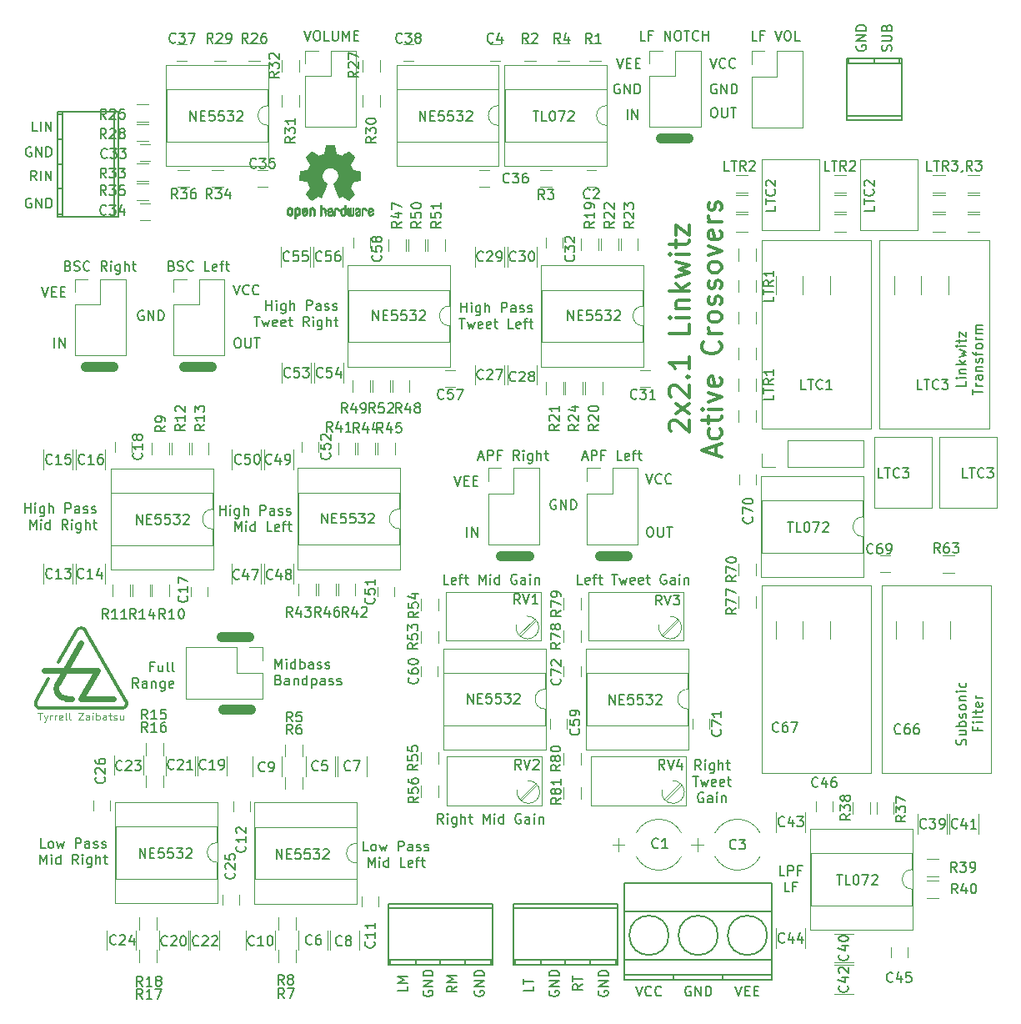
<source format=gto>
G04 #@! TF.GenerationSoftware,KiCad,Pcbnew,5.1.5+dfsg1-2build2*
G04 #@! TF.CreationDate,2021-10-27T22:54:38+10:30*
G04 #@! TF.ProjectId,xover,786f7665-722e-46b6-9963-61645f706362,rev?*
G04 #@! TF.SameCoordinates,Original*
G04 #@! TF.FileFunction,Legend,Top*
G04 #@! TF.FilePolarity,Positive*
%FSLAX46Y46*%
G04 Gerber Fmt 4.6, Leading zero omitted, Abs format (unit mm)*
G04 Created by KiCad (PCBNEW 5.1.5+dfsg1-2build2) date 2021-10-27 22:54:38*
%MOMM*%
%LPD*%
G04 APERTURE LIST*
%ADD10C,0.150000*%
%ADD11C,1.000000*%
%ADD12C,0.300000*%
%ADD13C,0.010000*%
%ADD14C,0.600000*%
%ADD15C,0.120000*%
%ADD16C,0.100000*%
G04 APERTURE END LIST*
D10*
X102780952Y-112027380D02*
X102304761Y-112027380D01*
X102304761Y-111027380D01*
X103114285Y-112027380D02*
X103114285Y-111027380D01*
X103495238Y-111027380D01*
X103590476Y-111075000D01*
X103638095Y-111122619D01*
X103685714Y-111217857D01*
X103685714Y-111360714D01*
X103638095Y-111455952D01*
X103590476Y-111503571D01*
X103495238Y-111551190D01*
X103114285Y-111551190D01*
X104447619Y-111503571D02*
X104114285Y-111503571D01*
X104114285Y-112027380D02*
X104114285Y-111027380D01*
X104590476Y-111027380D01*
X103280952Y-113677380D02*
X102804761Y-113677380D01*
X102804761Y-112677380D01*
X103947619Y-113153571D02*
X103614285Y-113153571D01*
X103614285Y-113677380D02*
X103614285Y-112677380D01*
X104090476Y-112677380D01*
D11*
X41800000Y-60400000D02*
X44600000Y-60400000D01*
X31800000Y-60400000D02*
X34600000Y-60400000D01*
X90200000Y-37200000D02*
X93000000Y-37200000D01*
X84000000Y-79600000D02*
X86800000Y-79600000D01*
X74000000Y-79600000D02*
X76800000Y-79600000D01*
X45600000Y-87800000D02*
X48400000Y-87800000D01*
X45800000Y-95200000D02*
X48600000Y-95200000D01*
D12*
X91245238Y-66928571D02*
X91150000Y-66833333D01*
X91054761Y-66642857D01*
X91054761Y-66166666D01*
X91150000Y-65976190D01*
X91245238Y-65880952D01*
X91435714Y-65785714D01*
X91626190Y-65785714D01*
X91911904Y-65880952D01*
X93054761Y-67023809D01*
X93054761Y-65785714D01*
X93054761Y-65119047D02*
X91721428Y-64071428D01*
X91721428Y-65119047D02*
X93054761Y-64071428D01*
X91245238Y-63404761D02*
X91150000Y-63309523D01*
X91054761Y-63119047D01*
X91054761Y-62642857D01*
X91150000Y-62452380D01*
X91245238Y-62357142D01*
X91435714Y-62261904D01*
X91626190Y-62261904D01*
X91911904Y-62357142D01*
X93054761Y-63500000D01*
X93054761Y-62261904D01*
X92864285Y-61404761D02*
X92959523Y-61309523D01*
X93054761Y-61404761D01*
X92959523Y-61500000D01*
X92864285Y-61404761D01*
X93054761Y-61404761D01*
X93054761Y-59404761D02*
X93054761Y-60547619D01*
X93054761Y-59976190D02*
X91054761Y-59976190D01*
X91340476Y-60166666D01*
X91530952Y-60357142D01*
X91626190Y-60547619D01*
X93054761Y-56071428D02*
X93054761Y-57023809D01*
X91054761Y-57023809D01*
X93054761Y-55404761D02*
X91721428Y-55404761D01*
X91054761Y-55404761D02*
X91150000Y-55500000D01*
X91245238Y-55404761D01*
X91150000Y-55309523D01*
X91054761Y-55404761D01*
X91245238Y-55404761D01*
X91721428Y-54452380D02*
X93054761Y-54452380D01*
X91911904Y-54452380D02*
X91816666Y-54357142D01*
X91721428Y-54166666D01*
X91721428Y-53880952D01*
X91816666Y-53690476D01*
X92007142Y-53595238D01*
X93054761Y-53595238D01*
X93054761Y-52642857D02*
X91054761Y-52642857D01*
X92292857Y-52452380D02*
X93054761Y-51880952D01*
X91721428Y-51880952D02*
X92483333Y-52642857D01*
X91721428Y-51214285D02*
X93054761Y-50833333D01*
X92102380Y-50452380D01*
X93054761Y-50071428D01*
X91721428Y-49690476D01*
X93054761Y-48928571D02*
X91721428Y-48928571D01*
X91054761Y-48928571D02*
X91150000Y-49023809D01*
X91245238Y-48928571D01*
X91150000Y-48833333D01*
X91054761Y-48928571D01*
X91245238Y-48928571D01*
X91721428Y-48261904D02*
X91721428Y-47500000D01*
X91054761Y-47976190D02*
X92769047Y-47976190D01*
X92959523Y-47880952D01*
X93054761Y-47690476D01*
X93054761Y-47500000D01*
X91721428Y-47023809D02*
X91721428Y-45976190D01*
X93054761Y-47023809D01*
X93054761Y-45976190D01*
X95783333Y-69357142D02*
X95783333Y-68404761D01*
X96354761Y-69547619D02*
X94354761Y-68880952D01*
X96354761Y-68214285D01*
X96259523Y-66690476D02*
X96354761Y-66880952D01*
X96354761Y-67261904D01*
X96259523Y-67452380D01*
X96164285Y-67547619D01*
X95973809Y-67642857D01*
X95402380Y-67642857D01*
X95211904Y-67547619D01*
X95116666Y-67452380D01*
X95021428Y-67261904D01*
X95021428Y-66880952D01*
X95116666Y-66690476D01*
X95021428Y-66119047D02*
X95021428Y-65357142D01*
X94354761Y-65833333D02*
X96069047Y-65833333D01*
X96259523Y-65738095D01*
X96354761Y-65547619D01*
X96354761Y-65357142D01*
X96354761Y-64690476D02*
X95021428Y-64690476D01*
X94354761Y-64690476D02*
X94450000Y-64785714D01*
X94545238Y-64690476D01*
X94450000Y-64595238D01*
X94354761Y-64690476D01*
X94545238Y-64690476D01*
X95021428Y-63928571D02*
X96354761Y-63452380D01*
X95021428Y-62976190D01*
X96259523Y-61452380D02*
X96354761Y-61642857D01*
X96354761Y-62023809D01*
X96259523Y-62214285D01*
X96069047Y-62309523D01*
X95307142Y-62309523D01*
X95116666Y-62214285D01*
X95021428Y-62023809D01*
X95021428Y-61642857D01*
X95116666Y-61452380D01*
X95307142Y-61357142D01*
X95497619Y-61357142D01*
X95688095Y-62309523D01*
X96164285Y-57833333D02*
X96259523Y-57928571D01*
X96354761Y-58214285D01*
X96354761Y-58404761D01*
X96259523Y-58690476D01*
X96069047Y-58880952D01*
X95878571Y-58976190D01*
X95497619Y-59071428D01*
X95211904Y-59071428D01*
X94830952Y-58976190D01*
X94640476Y-58880952D01*
X94450000Y-58690476D01*
X94354761Y-58404761D01*
X94354761Y-58214285D01*
X94450000Y-57928571D01*
X94545238Y-57833333D01*
X96354761Y-56976190D02*
X95021428Y-56976190D01*
X95402380Y-56976190D02*
X95211904Y-56880952D01*
X95116666Y-56785714D01*
X95021428Y-56595238D01*
X95021428Y-56404761D01*
X96354761Y-55452380D02*
X96259523Y-55642857D01*
X96164285Y-55738095D01*
X95973809Y-55833333D01*
X95402380Y-55833333D01*
X95211904Y-55738095D01*
X95116666Y-55642857D01*
X95021428Y-55452380D01*
X95021428Y-55166666D01*
X95116666Y-54976190D01*
X95211904Y-54880952D01*
X95402380Y-54785714D01*
X95973809Y-54785714D01*
X96164285Y-54880952D01*
X96259523Y-54976190D01*
X96354761Y-55166666D01*
X96354761Y-55452380D01*
X96259523Y-54023809D02*
X96354761Y-53833333D01*
X96354761Y-53452380D01*
X96259523Y-53261904D01*
X96069047Y-53166666D01*
X95973809Y-53166666D01*
X95783333Y-53261904D01*
X95688095Y-53452380D01*
X95688095Y-53738095D01*
X95592857Y-53928571D01*
X95402380Y-54023809D01*
X95307142Y-54023809D01*
X95116666Y-53928571D01*
X95021428Y-53738095D01*
X95021428Y-53452380D01*
X95116666Y-53261904D01*
X96259523Y-52404761D02*
X96354761Y-52214285D01*
X96354761Y-51833333D01*
X96259523Y-51642857D01*
X96069047Y-51547619D01*
X95973809Y-51547619D01*
X95783333Y-51642857D01*
X95688095Y-51833333D01*
X95688095Y-52119047D01*
X95592857Y-52309523D01*
X95402380Y-52404761D01*
X95307142Y-52404761D01*
X95116666Y-52309523D01*
X95021428Y-52119047D01*
X95021428Y-51833333D01*
X95116666Y-51642857D01*
X96354761Y-50404761D02*
X96259523Y-50595238D01*
X96164285Y-50690476D01*
X95973809Y-50785714D01*
X95402380Y-50785714D01*
X95211904Y-50690476D01*
X95116666Y-50595238D01*
X95021428Y-50404761D01*
X95021428Y-50119047D01*
X95116666Y-49928571D01*
X95211904Y-49833333D01*
X95402380Y-49738095D01*
X95973809Y-49738095D01*
X96164285Y-49833333D01*
X96259523Y-49928571D01*
X96354761Y-50119047D01*
X96354761Y-50404761D01*
X95021428Y-49071428D02*
X96354761Y-48595238D01*
X95021428Y-48119047D01*
X96259523Y-46595238D02*
X96354761Y-46785714D01*
X96354761Y-47166666D01*
X96259523Y-47357142D01*
X96069047Y-47452380D01*
X95307142Y-47452380D01*
X95116666Y-47357142D01*
X95021428Y-47166666D01*
X95021428Y-46785714D01*
X95116666Y-46595238D01*
X95307142Y-46500000D01*
X95497619Y-46500000D01*
X95688095Y-47452380D01*
X96354761Y-45642857D02*
X95021428Y-45642857D01*
X95402380Y-45642857D02*
X95211904Y-45547619D01*
X95116666Y-45452380D01*
X95021428Y-45261904D01*
X95021428Y-45071428D01*
X96259523Y-44500000D02*
X96354761Y-44309523D01*
X96354761Y-43928571D01*
X96259523Y-43738095D01*
X96069047Y-43642857D01*
X95973809Y-43642857D01*
X95783333Y-43738095D01*
X95688095Y-43928571D01*
X95688095Y-44214285D01*
X95592857Y-44404761D01*
X95402380Y-44500000D01*
X95307142Y-44500000D01*
X95116666Y-44404761D01*
X95021428Y-44214285D01*
X95021428Y-43928571D01*
X95116666Y-43738095D01*
D10*
X97761904Y-123252380D02*
X98095238Y-124252380D01*
X98428571Y-123252380D01*
X98761904Y-123728571D02*
X99095238Y-123728571D01*
X99238095Y-124252380D02*
X98761904Y-124252380D01*
X98761904Y-123252380D01*
X99238095Y-123252380D01*
X99666666Y-123728571D02*
X100000000Y-123728571D01*
X100142857Y-124252380D02*
X99666666Y-124252380D01*
X99666666Y-123252380D01*
X100142857Y-123252380D01*
X93238095Y-123300000D02*
X93142857Y-123252380D01*
X93000000Y-123252380D01*
X92857142Y-123300000D01*
X92761904Y-123395238D01*
X92714285Y-123490476D01*
X92666666Y-123680952D01*
X92666666Y-123823809D01*
X92714285Y-124014285D01*
X92761904Y-124109523D01*
X92857142Y-124204761D01*
X93000000Y-124252380D01*
X93095238Y-124252380D01*
X93238095Y-124204761D01*
X93285714Y-124157142D01*
X93285714Y-123823809D01*
X93095238Y-123823809D01*
X93714285Y-124252380D02*
X93714285Y-123252380D01*
X94285714Y-124252380D01*
X94285714Y-123252380D01*
X94761904Y-124252380D02*
X94761904Y-123252380D01*
X95000000Y-123252380D01*
X95142857Y-123300000D01*
X95238095Y-123395238D01*
X95285714Y-123490476D01*
X95333333Y-123680952D01*
X95333333Y-123823809D01*
X95285714Y-124014285D01*
X95238095Y-124109523D01*
X95142857Y-124204761D01*
X95000000Y-124252380D01*
X94761904Y-124252380D01*
X87666666Y-123252380D02*
X88000000Y-124252380D01*
X88333333Y-123252380D01*
X89238095Y-124157142D02*
X89190476Y-124204761D01*
X89047619Y-124252380D01*
X88952380Y-124252380D01*
X88809523Y-124204761D01*
X88714285Y-124109523D01*
X88666666Y-124014285D01*
X88619047Y-123823809D01*
X88619047Y-123680952D01*
X88666666Y-123490476D01*
X88714285Y-123395238D01*
X88809523Y-123300000D01*
X88952380Y-123252380D01*
X89047619Y-123252380D01*
X89190476Y-123300000D01*
X89238095Y-123347619D01*
X90238095Y-124157142D02*
X90190476Y-124204761D01*
X90047619Y-124252380D01*
X89952380Y-124252380D01*
X89809523Y-124204761D01*
X89714285Y-124109523D01*
X89666666Y-124014285D01*
X89619047Y-123823809D01*
X89619047Y-123680952D01*
X89666666Y-123490476D01*
X89714285Y-123395238D01*
X89809523Y-123300000D01*
X89952380Y-123252380D01*
X90047619Y-123252380D01*
X90190476Y-123300000D01*
X90238095Y-123347619D01*
X64452380Y-123261904D02*
X64452380Y-123738095D01*
X63452380Y-123738095D01*
X64452380Y-122928571D02*
X63452380Y-122928571D01*
X64166666Y-122595238D01*
X63452380Y-122261904D01*
X64452380Y-122261904D01*
X69452380Y-123261904D02*
X68976190Y-123595238D01*
X69452380Y-123833333D02*
X68452380Y-123833333D01*
X68452380Y-123452380D01*
X68500000Y-123357142D01*
X68547619Y-123309523D01*
X68642857Y-123261904D01*
X68785714Y-123261904D01*
X68880952Y-123309523D01*
X68928571Y-123357142D01*
X68976190Y-123452380D01*
X68976190Y-123833333D01*
X69452380Y-122833333D02*
X68452380Y-122833333D01*
X69166666Y-122500000D01*
X68452380Y-122166666D01*
X69452380Y-122166666D01*
X83900000Y-123740595D02*
X83852380Y-123835833D01*
X83852380Y-123978690D01*
X83900000Y-124121547D01*
X83995238Y-124216785D01*
X84090476Y-124264404D01*
X84280952Y-124312023D01*
X84423809Y-124312023D01*
X84614285Y-124264404D01*
X84709523Y-124216785D01*
X84804761Y-124121547D01*
X84852380Y-123978690D01*
X84852380Y-123883452D01*
X84804761Y-123740595D01*
X84757142Y-123692976D01*
X84423809Y-123692976D01*
X84423809Y-123883452D01*
X84852380Y-123264404D02*
X83852380Y-123264404D01*
X84852380Y-122692976D01*
X83852380Y-122692976D01*
X84852380Y-122216785D02*
X83852380Y-122216785D01*
X83852380Y-121978690D01*
X83900000Y-121835833D01*
X83995238Y-121740595D01*
X84090476Y-121692976D01*
X84280952Y-121645357D01*
X84423809Y-121645357D01*
X84614285Y-121692976D01*
X84709523Y-121740595D01*
X84804761Y-121835833D01*
X84852380Y-121978690D01*
X84852380Y-122216785D01*
X78900000Y-123740595D02*
X78852380Y-123835833D01*
X78852380Y-123978690D01*
X78900000Y-124121547D01*
X78995238Y-124216785D01*
X79090476Y-124264404D01*
X79280952Y-124312023D01*
X79423809Y-124312023D01*
X79614285Y-124264404D01*
X79709523Y-124216785D01*
X79804761Y-124121547D01*
X79852380Y-123978690D01*
X79852380Y-123883452D01*
X79804761Y-123740595D01*
X79757142Y-123692976D01*
X79423809Y-123692976D01*
X79423809Y-123883452D01*
X79852380Y-123264404D02*
X78852380Y-123264404D01*
X79852380Y-122692976D01*
X78852380Y-122692976D01*
X79852380Y-122216785D02*
X78852380Y-122216785D01*
X78852380Y-121978690D01*
X78900000Y-121835833D01*
X78995238Y-121740595D01*
X79090476Y-121692976D01*
X79280952Y-121645357D01*
X79423809Y-121645357D01*
X79614285Y-121692976D01*
X79709523Y-121740595D01*
X79804761Y-121835833D01*
X79852380Y-121978690D01*
X79852380Y-122216785D01*
X71300000Y-123740595D02*
X71252380Y-123835833D01*
X71252380Y-123978690D01*
X71300000Y-124121547D01*
X71395238Y-124216785D01*
X71490476Y-124264404D01*
X71680952Y-124312023D01*
X71823809Y-124312023D01*
X72014285Y-124264404D01*
X72109523Y-124216785D01*
X72204761Y-124121547D01*
X72252380Y-123978690D01*
X72252380Y-123883452D01*
X72204761Y-123740595D01*
X72157142Y-123692976D01*
X71823809Y-123692976D01*
X71823809Y-123883452D01*
X72252380Y-123264404D02*
X71252380Y-123264404D01*
X72252380Y-122692976D01*
X71252380Y-122692976D01*
X72252380Y-122216785D02*
X71252380Y-122216785D01*
X71252380Y-121978690D01*
X71300000Y-121835833D01*
X71395238Y-121740595D01*
X71490476Y-121692976D01*
X71680952Y-121645357D01*
X71823809Y-121645357D01*
X72014285Y-121692976D01*
X72109523Y-121740595D01*
X72204761Y-121835833D01*
X72252380Y-121978690D01*
X72252380Y-122216785D01*
X77252380Y-123271428D02*
X77252380Y-123747619D01*
X76252380Y-123747619D01*
X76252380Y-123080952D02*
X76252380Y-122509523D01*
X77252380Y-122795238D02*
X76252380Y-122795238D01*
X82252380Y-123071428D02*
X81776190Y-123404761D01*
X82252380Y-123642857D02*
X81252380Y-123642857D01*
X81252380Y-123261904D01*
X81300000Y-123166666D01*
X81347619Y-123119047D01*
X81442857Y-123071428D01*
X81585714Y-123071428D01*
X81680952Y-123119047D01*
X81728571Y-123166666D01*
X81776190Y-123261904D01*
X81776190Y-123642857D01*
X81252380Y-122785714D02*
X81252380Y-122214285D01*
X82252380Y-122500000D02*
X81252380Y-122500000D01*
X66100000Y-123740595D02*
X66052380Y-123835833D01*
X66052380Y-123978690D01*
X66100000Y-124121547D01*
X66195238Y-124216785D01*
X66290476Y-124264404D01*
X66480952Y-124312023D01*
X66623809Y-124312023D01*
X66814285Y-124264404D01*
X66909523Y-124216785D01*
X67004761Y-124121547D01*
X67052380Y-123978690D01*
X67052380Y-123883452D01*
X67004761Y-123740595D01*
X66957142Y-123692976D01*
X66623809Y-123692976D01*
X66623809Y-123883452D01*
X67052380Y-123264404D02*
X66052380Y-123264404D01*
X67052380Y-122692976D01*
X66052380Y-122692976D01*
X67052380Y-122216785D02*
X66052380Y-122216785D01*
X66052380Y-121978690D01*
X66100000Y-121835833D01*
X66195238Y-121740595D01*
X66290476Y-121692976D01*
X66480952Y-121645357D01*
X66623809Y-121645357D01*
X66814285Y-121692976D01*
X66909523Y-121740595D01*
X67004761Y-121835833D01*
X67052380Y-121978690D01*
X67052380Y-122216785D01*
X38664404Y-90803571D02*
X38331071Y-90803571D01*
X38331071Y-91327380D02*
X38331071Y-90327380D01*
X38807261Y-90327380D01*
X39616785Y-90660714D02*
X39616785Y-91327380D01*
X39188214Y-90660714D02*
X39188214Y-91184523D01*
X39235833Y-91279761D01*
X39331071Y-91327380D01*
X39473928Y-91327380D01*
X39569166Y-91279761D01*
X39616785Y-91232142D01*
X40235833Y-91327380D02*
X40140595Y-91279761D01*
X40092976Y-91184523D01*
X40092976Y-90327380D01*
X40759642Y-91327380D02*
X40664404Y-91279761D01*
X40616785Y-91184523D01*
X40616785Y-90327380D01*
X37140595Y-92977380D02*
X36807261Y-92501190D01*
X36569166Y-92977380D02*
X36569166Y-91977380D01*
X36950119Y-91977380D01*
X37045357Y-92025000D01*
X37092976Y-92072619D01*
X37140595Y-92167857D01*
X37140595Y-92310714D01*
X37092976Y-92405952D01*
X37045357Y-92453571D01*
X36950119Y-92501190D01*
X36569166Y-92501190D01*
X37997738Y-92977380D02*
X37997738Y-92453571D01*
X37950119Y-92358333D01*
X37854880Y-92310714D01*
X37664404Y-92310714D01*
X37569166Y-92358333D01*
X37997738Y-92929761D02*
X37902500Y-92977380D01*
X37664404Y-92977380D01*
X37569166Y-92929761D01*
X37521547Y-92834523D01*
X37521547Y-92739285D01*
X37569166Y-92644047D01*
X37664404Y-92596428D01*
X37902500Y-92596428D01*
X37997738Y-92548809D01*
X38473928Y-92310714D02*
X38473928Y-92977380D01*
X38473928Y-92405952D02*
X38521547Y-92358333D01*
X38616785Y-92310714D01*
X38759642Y-92310714D01*
X38854880Y-92358333D01*
X38902500Y-92453571D01*
X38902500Y-92977380D01*
X39807261Y-92310714D02*
X39807261Y-93120238D01*
X39759642Y-93215476D01*
X39712023Y-93263095D01*
X39616785Y-93310714D01*
X39473928Y-93310714D01*
X39378690Y-93263095D01*
X39807261Y-92929761D02*
X39712023Y-92977380D01*
X39521547Y-92977380D01*
X39426309Y-92929761D01*
X39378690Y-92882142D01*
X39331071Y-92786904D01*
X39331071Y-92501190D01*
X39378690Y-92405952D01*
X39426309Y-92358333D01*
X39521547Y-92310714D01*
X39712023Y-92310714D01*
X39807261Y-92358333D01*
X40664404Y-92929761D02*
X40569166Y-92977380D01*
X40378690Y-92977380D01*
X40283452Y-92929761D01*
X40235833Y-92834523D01*
X40235833Y-92453571D01*
X40283452Y-92358333D01*
X40378690Y-92310714D01*
X40569166Y-92310714D01*
X40664404Y-92358333D01*
X40712023Y-92453571D01*
X40712023Y-92548809D01*
X40235833Y-92644047D01*
X51035595Y-91027380D02*
X51035595Y-90027380D01*
X51368928Y-90741666D01*
X51702261Y-90027380D01*
X51702261Y-91027380D01*
X52178452Y-91027380D02*
X52178452Y-90360714D01*
X52178452Y-90027380D02*
X52130833Y-90075000D01*
X52178452Y-90122619D01*
X52226071Y-90075000D01*
X52178452Y-90027380D01*
X52178452Y-90122619D01*
X53083214Y-91027380D02*
X53083214Y-90027380D01*
X53083214Y-90979761D02*
X52987976Y-91027380D01*
X52797500Y-91027380D01*
X52702261Y-90979761D01*
X52654642Y-90932142D01*
X52607023Y-90836904D01*
X52607023Y-90551190D01*
X52654642Y-90455952D01*
X52702261Y-90408333D01*
X52797500Y-90360714D01*
X52987976Y-90360714D01*
X53083214Y-90408333D01*
X53559404Y-91027380D02*
X53559404Y-90027380D01*
X53559404Y-90408333D02*
X53654642Y-90360714D01*
X53845119Y-90360714D01*
X53940357Y-90408333D01*
X53987976Y-90455952D01*
X54035595Y-90551190D01*
X54035595Y-90836904D01*
X53987976Y-90932142D01*
X53940357Y-90979761D01*
X53845119Y-91027380D01*
X53654642Y-91027380D01*
X53559404Y-90979761D01*
X54892738Y-91027380D02*
X54892738Y-90503571D01*
X54845119Y-90408333D01*
X54749880Y-90360714D01*
X54559404Y-90360714D01*
X54464166Y-90408333D01*
X54892738Y-90979761D02*
X54797500Y-91027380D01*
X54559404Y-91027380D01*
X54464166Y-90979761D01*
X54416547Y-90884523D01*
X54416547Y-90789285D01*
X54464166Y-90694047D01*
X54559404Y-90646428D01*
X54797500Y-90646428D01*
X54892738Y-90598809D01*
X55321309Y-90979761D02*
X55416547Y-91027380D01*
X55607023Y-91027380D01*
X55702261Y-90979761D01*
X55749880Y-90884523D01*
X55749880Y-90836904D01*
X55702261Y-90741666D01*
X55607023Y-90694047D01*
X55464166Y-90694047D01*
X55368928Y-90646428D01*
X55321309Y-90551190D01*
X55321309Y-90503571D01*
X55368928Y-90408333D01*
X55464166Y-90360714D01*
X55607023Y-90360714D01*
X55702261Y-90408333D01*
X56130833Y-90979761D02*
X56226071Y-91027380D01*
X56416547Y-91027380D01*
X56511785Y-90979761D01*
X56559404Y-90884523D01*
X56559404Y-90836904D01*
X56511785Y-90741666D01*
X56416547Y-90694047D01*
X56273690Y-90694047D01*
X56178452Y-90646428D01*
X56130833Y-90551190D01*
X56130833Y-90503571D01*
X56178452Y-90408333D01*
X56273690Y-90360714D01*
X56416547Y-90360714D01*
X56511785Y-90408333D01*
X51368928Y-92153571D02*
X51511785Y-92201190D01*
X51559404Y-92248809D01*
X51607023Y-92344047D01*
X51607023Y-92486904D01*
X51559404Y-92582142D01*
X51511785Y-92629761D01*
X51416547Y-92677380D01*
X51035595Y-92677380D01*
X51035595Y-91677380D01*
X51368928Y-91677380D01*
X51464166Y-91725000D01*
X51511785Y-91772619D01*
X51559404Y-91867857D01*
X51559404Y-91963095D01*
X51511785Y-92058333D01*
X51464166Y-92105952D01*
X51368928Y-92153571D01*
X51035595Y-92153571D01*
X52464166Y-92677380D02*
X52464166Y-92153571D01*
X52416547Y-92058333D01*
X52321309Y-92010714D01*
X52130833Y-92010714D01*
X52035595Y-92058333D01*
X52464166Y-92629761D02*
X52368928Y-92677380D01*
X52130833Y-92677380D01*
X52035595Y-92629761D01*
X51987976Y-92534523D01*
X51987976Y-92439285D01*
X52035595Y-92344047D01*
X52130833Y-92296428D01*
X52368928Y-92296428D01*
X52464166Y-92248809D01*
X52940357Y-92010714D02*
X52940357Y-92677380D01*
X52940357Y-92105952D02*
X52987976Y-92058333D01*
X53083214Y-92010714D01*
X53226071Y-92010714D01*
X53321309Y-92058333D01*
X53368928Y-92153571D01*
X53368928Y-92677380D01*
X54273690Y-92677380D02*
X54273690Y-91677380D01*
X54273690Y-92629761D02*
X54178452Y-92677380D01*
X53987976Y-92677380D01*
X53892738Y-92629761D01*
X53845119Y-92582142D01*
X53797500Y-92486904D01*
X53797500Y-92201190D01*
X53845119Y-92105952D01*
X53892738Y-92058333D01*
X53987976Y-92010714D01*
X54178452Y-92010714D01*
X54273690Y-92058333D01*
X54749880Y-92010714D02*
X54749880Y-93010714D01*
X54749880Y-92058333D02*
X54845119Y-92010714D01*
X55035595Y-92010714D01*
X55130833Y-92058333D01*
X55178452Y-92105952D01*
X55226071Y-92201190D01*
X55226071Y-92486904D01*
X55178452Y-92582142D01*
X55130833Y-92629761D01*
X55035595Y-92677380D01*
X54845119Y-92677380D01*
X54749880Y-92629761D01*
X56083214Y-92677380D02*
X56083214Y-92153571D01*
X56035595Y-92058333D01*
X55940357Y-92010714D01*
X55749880Y-92010714D01*
X55654642Y-92058333D01*
X56083214Y-92629761D02*
X55987976Y-92677380D01*
X55749880Y-92677380D01*
X55654642Y-92629761D01*
X55607023Y-92534523D01*
X55607023Y-92439285D01*
X55654642Y-92344047D01*
X55749880Y-92296428D01*
X55987976Y-92296428D01*
X56083214Y-92248809D01*
X56511785Y-92629761D02*
X56607023Y-92677380D01*
X56797500Y-92677380D01*
X56892738Y-92629761D01*
X56940357Y-92534523D01*
X56940357Y-92486904D01*
X56892738Y-92391666D01*
X56797500Y-92344047D01*
X56654642Y-92344047D01*
X56559404Y-92296428D01*
X56511785Y-92201190D01*
X56511785Y-92153571D01*
X56559404Y-92058333D01*
X56654642Y-92010714D01*
X56797500Y-92010714D01*
X56892738Y-92058333D01*
X57321309Y-92629761D02*
X57416547Y-92677380D01*
X57607023Y-92677380D01*
X57702261Y-92629761D01*
X57749880Y-92534523D01*
X57749880Y-92486904D01*
X57702261Y-92391666D01*
X57607023Y-92344047D01*
X57464166Y-92344047D01*
X57368928Y-92296428D01*
X57321309Y-92201190D01*
X57321309Y-92153571D01*
X57368928Y-92058333D01*
X57464166Y-92010714D01*
X57607023Y-92010714D01*
X57702261Y-92058333D01*
X60490476Y-109527380D02*
X60014285Y-109527380D01*
X60014285Y-108527380D01*
X60966666Y-109527380D02*
X60871428Y-109479761D01*
X60823809Y-109432142D01*
X60776190Y-109336904D01*
X60776190Y-109051190D01*
X60823809Y-108955952D01*
X60871428Y-108908333D01*
X60966666Y-108860714D01*
X61109523Y-108860714D01*
X61204761Y-108908333D01*
X61252380Y-108955952D01*
X61300000Y-109051190D01*
X61300000Y-109336904D01*
X61252380Y-109432142D01*
X61204761Y-109479761D01*
X61109523Y-109527380D01*
X60966666Y-109527380D01*
X61633333Y-108860714D02*
X61823809Y-109527380D01*
X62014285Y-109051190D01*
X62204761Y-109527380D01*
X62395238Y-108860714D01*
X63538095Y-109527380D02*
X63538095Y-108527380D01*
X63919047Y-108527380D01*
X64014285Y-108575000D01*
X64061904Y-108622619D01*
X64109523Y-108717857D01*
X64109523Y-108860714D01*
X64061904Y-108955952D01*
X64014285Y-109003571D01*
X63919047Y-109051190D01*
X63538095Y-109051190D01*
X64966666Y-109527380D02*
X64966666Y-109003571D01*
X64919047Y-108908333D01*
X64823809Y-108860714D01*
X64633333Y-108860714D01*
X64538095Y-108908333D01*
X64966666Y-109479761D02*
X64871428Y-109527380D01*
X64633333Y-109527380D01*
X64538095Y-109479761D01*
X64490476Y-109384523D01*
X64490476Y-109289285D01*
X64538095Y-109194047D01*
X64633333Y-109146428D01*
X64871428Y-109146428D01*
X64966666Y-109098809D01*
X65395238Y-109479761D02*
X65490476Y-109527380D01*
X65680952Y-109527380D01*
X65776190Y-109479761D01*
X65823809Y-109384523D01*
X65823809Y-109336904D01*
X65776190Y-109241666D01*
X65680952Y-109194047D01*
X65538095Y-109194047D01*
X65442857Y-109146428D01*
X65395238Y-109051190D01*
X65395238Y-109003571D01*
X65442857Y-108908333D01*
X65538095Y-108860714D01*
X65680952Y-108860714D01*
X65776190Y-108908333D01*
X66204761Y-109479761D02*
X66300000Y-109527380D01*
X66490476Y-109527380D01*
X66585714Y-109479761D01*
X66633333Y-109384523D01*
X66633333Y-109336904D01*
X66585714Y-109241666D01*
X66490476Y-109194047D01*
X66347619Y-109194047D01*
X66252380Y-109146428D01*
X66204761Y-109051190D01*
X66204761Y-109003571D01*
X66252380Y-108908333D01*
X66347619Y-108860714D01*
X66490476Y-108860714D01*
X66585714Y-108908333D01*
X60490476Y-111177380D02*
X60490476Y-110177380D01*
X60823809Y-110891666D01*
X61157142Y-110177380D01*
X61157142Y-111177380D01*
X61633333Y-111177380D02*
X61633333Y-110510714D01*
X61633333Y-110177380D02*
X61585714Y-110225000D01*
X61633333Y-110272619D01*
X61680952Y-110225000D01*
X61633333Y-110177380D01*
X61633333Y-110272619D01*
X62538095Y-111177380D02*
X62538095Y-110177380D01*
X62538095Y-111129761D02*
X62442857Y-111177380D01*
X62252380Y-111177380D01*
X62157142Y-111129761D01*
X62109523Y-111082142D01*
X62061904Y-110986904D01*
X62061904Y-110701190D01*
X62109523Y-110605952D01*
X62157142Y-110558333D01*
X62252380Y-110510714D01*
X62442857Y-110510714D01*
X62538095Y-110558333D01*
X64252380Y-111177380D02*
X63776190Y-111177380D01*
X63776190Y-110177380D01*
X64966666Y-111129761D02*
X64871428Y-111177380D01*
X64680952Y-111177380D01*
X64585714Y-111129761D01*
X64538095Y-111034523D01*
X64538095Y-110653571D01*
X64585714Y-110558333D01*
X64680952Y-110510714D01*
X64871428Y-110510714D01*
X64966666Y-110558333D01*
X65014285Y-110653571D01*
X65014285Y-110748809D01*
X64538095Y-110844047D01*
X65300000Y-110510714D02*
X65680952Y-110510714D01*
X65442857Y-111177380D02*
X65442857Y-110320238D01*
X65490476Y-110225000D01*
X65585714Y-110177380D01*
X65680952Y-110177380D01*
X65871428Y-110510714D02*
X66252380Y-110510714D01*
X66014285Y-110177380D02*
X66014285Y-111034523D01*
X66061904Y-111129761D01*
X66157142Y-111177380D01*
X66252380Y-111177380D01*
X27690476Y-109227380D02*
X27214285Y-109227380D01*
X27214285Y-108227380D01*
X28166666Y-109227380D02*
X28071428Y-109179761D01*
X28023809Y-109132142D01*
X27976190Y-109036904D01*
X27976190Y-108751190D01*
X28023809Y-108655952D01*
X28071428Y-108608333D01*
X28166666Y-108560714D01*
X28309523Y-108560714D01*
X28404761Y-108608333D01*
X28452380Y-108655952D01*
X28500000Y-108751190D01*
X28500000Y-109036904D01*
X28452380Y-109132142D01*
X28404761Y-109179761D01*
X28309523Y-109227380D01*
X28166666Y-109227380D01*
X28833333Y-108560714D02*
X29023809Y-109227380D01*
X29214285Y-108751190D01*
X29404761Y-109227380D01*
X29595238Y-108560714D01*
X30738095Y-109227380D02*
X30738095Y-108227380D01*
X31119047Y-108227380D01*
X31214285Y-108275000D01*
X31261904Y-108322619D01*
X31309523Y-108417857D01*
X31309523Y-108560714D01*
X31261904Y-108655952D01*
X31214285Y-108703571D01*
X31119047Y-108751190D01*
X30738095Y-108751190D01*
X32166666Y-109227380D02*
X32166666Y-108703571D01*
X32119047Y-108608333D01*
X32023809Y-108560714D01*
X31833333Y-108560714D01*
X31738095Y-108608333D01*
X32166666Y-109179761D02*
X32071428Y-109227380D01*
X31833333Y-109227380D01*
X31738095Y-109179761D01*
X31690476Y-109084523D01*
X31690476Y-108989285D01*
X31738095Y-108894047D01*
X31833333Y-108846428D01*
X32071428Y-108846428D01*
X32166666Y-108798809D01*
X32595238Y-109179761D02*
X32690476Y-109227380D01*
X32880952Y-109227380D01*
X32976190Y-109179761D01*
X33023809Y-109084523D01*
X33023809Y-109036904D01*
X32976190Y-108941666D01*
X32880952Y-108894047D01*
X32738095Y-108894047D01*
X32642857Y-108846428D01*
X32595238Y-108751190D01*
X32595238Y-108703571D01*
X32642857Y-108608333D01*
X32738095Y-108560714D01*
X32880952Y-108560714D01*
X32976190Y-108608333D01*
X33404761Y-109179761D02*
X33500000Y-109227380D01*
X33690476Y-109227380D01*
X33785714Y-109179761D01*
X33833333Y-109084523D01*
X33833333Y-109036904D01*
X33785714Y-108941666D01*
X33690476Y-108894047D01*
X33547619Y-108894047D01*
X33452380Y-108846428D01*
X33404761Y-108751190D01*
X33404761Y-108703571D01*
X33452380Y-108608333D01*
X33547619Y-108560714D01*
X33690476Y-108560714D01*
X33785714Y-108608333D01*
X27166666Y-110877380D02*
X27166666Y-109877380D01*
X27500000Y-110591666D01*
X27833333Y-109877380D01*
X27833333Y-110877380D01*
X28309523Y-110877380D02*
X28309523Y-110210714D01*
X28309523Y-109877380D02*
X28261904Y-109925000D01*
X28309523Y-109972619D01*
X28357142Y-109925000D01*
X28309523Y-109877380D01*
X28309523Y-109972619D01*
X29214285Y-110877380D02*
X29214285Y-109877380D01*
X29214285Y-110829761D02*
X29119047Y-110877380D01*
X28928571Y-110877380D01*
X28833333Y-110829761D01*
X28785714Y-110782142D01*
X28738095Y-110686904D01*
X28738095Y-110401190D01*
X28785714Y-110305952D01*
X28833333Y-110258333D01*
X28928571Y-110210714D01*
X29119047Y-110210714D01*
X29214285Y-110258333D01*
X31023809Y-110877380D02*
X30690476Y-110401190D01*
X30452380Y-110877380D02*
X30452380Y-109877380D01*
X30833333Y-109877380D01*
X30928571Y-109925000D01*
X30976190Y-109972619D01*
X31023809Y-110067857D01*
X31023809Y-110210714D01*
X30976190Y-110305952D01*
X30928571Y-110353571D01*
X30833333Y-110401190D01*
X30452380Y-110401190D01*
X31452380Y-110877380D02*
X31452380Y-110210714D01*
X31452380Y-109877380D02*
X31404761Y-109925000D01*
X31452380Y-109972619D01*
X31500000Y-109925000D01*
X31452380Y-109877380D01*
X31452380Y-109972619D01*
X32357142Y-110210714D02*
X32357142Y-111020238D01*
X32309523Y-111115476D01*
X32261904Y-111163095D01*
X32166666Y-111210714D01*
X32023809Y-111210714D01*
X31928571Y-111163095D01*
X32357142Y-110829761D02*
X32261904Y-110877380D01*
X32071428Y-110877380D01*
X31976190Y-110829761D01*
X31928571Y-110782142D01*
X31880952Y-110686904D01*
X31880952Y-110401190D01*
X31928571Y-110305952D01*
X31976190Y-110258333D01*
X32071428Y-110210714D01*
X32261904Y-110210714D01*
X32357142Y-110258333D01*
X32833333Y-110877380D02*
X32833333Y-109877380D01*
X33261904Y-110877380D02*
X33261904Y-110353571D01*
X33214285Y-110258333D01*
X33119047Y-110210714D01*
X32976190Y-110210714D01*
X32880952Y-110258333D01*
X32833333Y-110305952D01*
X33595238Y-110210714D02*
X33976190Y-110210714D01*
X33738095Y-109877380D02*
X33738095Y-110734523D01*
X33785714Y-110829761D01*
X33880952Y-110877380D01*
X33976190Y-110877380D01*
X51157142Y-110352380D02*
X51157142Y-109352380D01*
X51728571Y-110352380D01*
X51728571Y-109352380D01*
X52204761Y-109828571D02*
X52538095Y-109828571D01*
X52680952Y-110352380D02*
X52204761Y-110352380D01*
X52204761Y-109352380D01*
X52680952Y-109352380D01*
X53585714Y-109352380D02*
X53109523Y-109352380D01*
X53061904Y-109828571D01*
X53109523Y-109780952D01*
X53204761Y-109733333D01*
X53442857Y-109733333D01*
X53538095Y-109780952D01*
X53585714Y-109828571D01*
X53633333Y-109923809D01*
X53633333Y-110161904D01*
X53585714Y-110257142D01*
X53538095Y-110304761D01*
X53442857Y-110352380D01*
X53204761Y-110352380D01*
X53109523Y-110304761D01*
X53061904Y-110257142D01*
X54538095Y-109352380D02*
X54061904Y-109352380D01*
X54014285Y-109828571D01*
X54061904Y-109780952D01*
X54157142Y-109733333D01*
X54395238Y-109733333D01*
X54490476Y-109780952D01*
X54538095Y-109828571D01*
X54585714Y-109923809D01*
X54585714Y-110161904D01*
X54538095Y-110257142D01*
X54490476Y-110304761D01*
X54395238Y-110352380D01*
X54157142Y-110352380D01*
X54061904Y-110304761D01*
X54014285Y-110257142D01*
X54919047Y-109352380D02*
X55538095Y-109352380D01*
X55204761Y-109733333D01*
X55347619Y-109733333D01*
X55442857Y-109780952D01*
X55490476Y-109828571D01*
X55538095Y-109923809D01*
X55538095Y-110161904D01*
X55490476Y-110257142D01*
X55442857Y-110304761D01*
X55347619Y-110352380D01*
X55061904Y-110352380D01*
X54966666Y-110304761D01*
X54919047Y-110257142D01*
X55919047Y-109447619D02*
X55966666Y-109400000D01*
X56061904Y-109352380D01*
X56300000Y-109352380D01*
X56395238Y-109400000D01*
X56442857Y-109447619D01*
X56490476Y-109542857D01*
X56490476Y-109638095D01*
X56442857Y-109780952D01*
X55871428Y-110352380D01*
X56490476Y-110352380D01*
X37257142Y-110252380D02*
X37257142Y-109252380D01*
X37828571Y-110252380D01*
X37828571Y-109252380D01*
X38304761Y-109728571D02*
X38638095Y-109728571D01*
X38780952Y-110252380D02*
X38304761Y-110252380D01*
X38304761Y-109252380D01*
X38780952Y-109252380D01*
X39685714Y-109252380D02*
X39209523Y-109252380D01*
X39161904Y-109728571D01*
X39209523Y-109680952D01*
X39304761Y-109633333D01*
X39542857Y-109633333D01*
X39638095Y-109680952D01*
X39685714Y-109728571D01*
X39733333Y-109823809D01*
X39733333Y-110061904D01*
X39685714Y-110157142D01*
X39638095Y-110204761D01*
X39542857Y-110252380D01*
X39304761Y-110252380D01*
X39209523Y-110204761D01*
X39161904Y-110157142D01*
X40638095Y-109252380D02*
X40161904Y-109252380D01*
X40114285Y-109728571D01*
X40161904Y-109680952D01*
X40257142Y-109633333D01*
X40495238Y-109633333D01*
X40590476Y-109680952D01*
X40638095Y-109728571D01*
X40685714Y-109823809D01*
X40685714Y-110061904D01*
X40638095Y-110157142D01*
X40590476Y-110204761D01*
X40495238Y-110252380D01*
X40257142Y-110252380D01*
X40161904Y-110204761D01*
X40114285Y-110157142D01*
X41019047Y-109252380D02*
X41638095Y-109252380D01*
X41304761Y-109633333D01*
X41447619Y-109633333D01*
X41542857Y-109680952D01*
X41590476Y-109728571D01*
X41638095Y-109823809D01*
X41638095Y-110061904D01*
X41590476Y-110157142D01*
X41542857Y-110204761D01*
X41447619Y-110252380D01*
X41161904Y-110252380D01*
X41066666Y-110204761D01*
X41019047Y-110157142D01*
X42019047Y-109347619D02*
X42066666Y-109300000D01*
X42161904Y-109252380D01*
X42400000Y-109252380D01*
X42495238Y-109300000D01*
X42542857Y-109347619D01*
X42590476Y-109442857D01*
X42590476Y-109538095D01*
X42542857Y-109680952D01*
X41971428Y-110252380D01*
X42590476Y-110252380D01*
X84957142Y-94652380D02*
X84957142Y-93652380D01*
X85528571Y-94652380D01*
X85528571Y-93652380D01*
X86004761Y-94128571D02*
X86338095Y-94128571D01*
X86480952Y-94652380D02*
X86004761Y-94652380D01*
X86004761Y-93652380D01*
X86480952Y-93652380D01*
X87385714Y-93652380D02*
X86909523Y-93652380D01*
X86861904Y-94128571D01*
X86909523Y-94080952D01*
X87004761Y-94033333D01*
X87242857Y-94033333D01*
X87338095Y-94080952D01*
X87385714Y-94128571D01*
X87433333Y-94223809D01*
X87433333Y-94461904D01*
X87385714Y-94557142D01*
X87338095Y-94604761D01*
X87242857Y-94652380D01*
X87004761Y-94652380D01*
X86909523Y-94604761D01*
X86861904Y-94557142D01*
X88338095Y-93652380D02*
X87861904Y-93652380D01*
X87814285Y-94128571D01*
X87861904Y-94080952D01*
X87957142Y-94033333D01*
X88195238Y-94033333D01*
X88290476Y-94080952D01*
X88338095Y-94128571D01*
X88385714Y-94223809D01*
X88385714Y-94461904D01*
X88338095Y-94557142D01*
X88290476Y-94604761D01*
X88195238Y-94652380D01*
X87957142Y-94652380D01*
X87861904Y-94604761D01*
X87814285Y-94557142D01*
X88719047Y-93652380D02*
X89338095Y-93652380D01*
X89004761Y-94033333D01*
X89147619Y-94033333D01*
X89242857Y-94080952D01*
X89290476Y-94128571D01*
X89338095Y-94223809D01*
X89338095Y-94461904D01*
X89290476Y-94557142D01*
X89242857Y-94604761D01*
X89147619Y-94652380D01*
X88861904Y-94652380D01*
X88766666Y-94604761D01*
X88719047Y-94557142D01*
X89719047Y-93747619D02*
X89766666Y-93700000D01*
X89861904Y-93652380D01*
X90100000Y-93652380D01*
X90195238Y-93700000D01*
X90242857Y-93747619D01*
X90290476Y-93842857D01*
X90290476Y-93938095D01*
X90242857Y-94080952D01*
X89671428Y-94652380D01*
X90290476Y-94652380D01*
X70557142Y-94552380D02*
X70557142Y-93552380D01*
X71128571Y-94552380D01*
X71128571Y-93552380D01*
X71604761Y-94028571D02*
X71938095Y-94028571D01*
X72080952Y-94552380D02*
X71604761Y-94552380D01*
X71604761Y-93552380D01*
X72080952Y-93552380D01*
X72985714Y-93552380D02*
X72509523Y-93552380D01*
X72461904Y-94028571D01*
X72509523Y-93980952D01*
X72604761Y-93933333D01*
X72842857Y-93933333D01*
X72938095Y-93980952D01*
X72985714Y-94028571D01*
X73033333Y-94123809D01*
X73033333Y-94361904D01*
X72985714Y-94457142D01*
X72938095Y-94504761D01*
X72842857Y-94552380D01*
X72604761Y-94552380D01*
X72509523Y-94504761D01*
X72461904Y-94457142D01*
X73938095Y-93552380D02*
X73461904Y-93552380D01*
X73414285Y-94028571D01*
X73461904Y-93980952D01*
X73557142Y-93933333D01*
X73795238Y-93933333D01*
X73890476Y-93980952D01*
X73938095Y-94028571D01*
X73985714Y-94123809D01*
X73985714Y-94361904D01*
X73938095Y-94457142D01*
X73890476Y-94504761D01*
X73795238Y-94552380D01*
X73557142Y-94552380D01*
X73461904Y-94504761D01*
X73414285Y-94457142D01*
X74319047Y-93552380D02*
X74938095Y-93552380D01*
X74604761Y-93933333D01*
X74747619Y-93933333D01*
X74842857Y-93980952D01*
X74890476Y-94028571D01*
X74938095Y-94123809D01*
X74938095Y-94361904D01*
X74890476Y-94457142D01*
X74842857Y-94504761D01*
X74747619Y-94552380D01*
X74461904Y-94552380D01*
X74366666Y-94504761D01*
X74319047Y-94457142D01*
X75319047Y-93647619D02*
X75366666Y-93600000D01*
X75461904Y-93552380D01*
X75700000Y-93552380D01*
X75795238Y-93600000D01*
X75842857Y-93647619D01*
X75890476Y-93742857D01*
X75890476Y-93838095D01*
X75842857Y-93980952D01*
X75271428Y-94552380D01*
X75890476Y-94552380D01*
X55757142Y-76252380D02*
X55757142Y-75252380D01*
X56328571Y-76252380D01*
X56328571Y-75252380D01*
X56804761Y-75728571D02*
X57138095Y-75728571D01*
X57280952Y-76252380D02*
X56804761Y-76252380D01*
X56804761Y-75252380D01*
X57280952Y-75252380D01*
X58185714Y-75252380D02*
X57709523Y-75252380D01*
X57661904Y-75728571D01*
X57709523Y-75680952D01*
X57804761Y-75633333D01*
X58042857Y-75633333D01*
X58138095Y-75680952D01*
X58185714Y-75728571D01*
X58233333Y-75823809D01*
X58233333Y-76061904D01*
X58185714Y-76157142D01*
X58138095Y-76204761D01*
X58042857Y-76252380D01*
X57804761Y-76252380D01*
X57709523Y-76204761D01*
X57661904Y-76157142D01*
X59138095Y-75252380D02*
X58661904Y-75252380D01*
X58614285Y-75728571D01*
X58661904Y-75680952D01*
X58757142Y-75633333D01*
X58995238Y-75633333D01*
X59090476Y-75680952D01*
X59138095Y-75728571D01*
X59185714Y-75823809D01*
X59185714Y-76061904D01*
X59138095Y-76157142D01*
X59090476Y-76204761D01*
X58995238Y-76252380D01*
X58757142Y-76252380D01*
X58661904Y-76204761D01*
X58614285Y-76157142D01*
X59519047Y-75252380D02*
X60138095Y-75252380D01*
X59804761Y-75633333D01*
X59947619Y-75633333D01*
X60042857Y-75680952D01*
X60090476Y-75728571D01*
X60138095Y-75823809D01*
X60138095Y-76061904D01*
X60090476Y-76157142D01*
X60042857Y-76204761D01*
X59947619Y-76252380D01*
X59661904Y-76252380D01*
X59566666Y-76204761D01*
X59519047Y-76157142D01*
X60519047Y-75347619D02*
X60566666Y-75300000D01*
X60661904Y-75252380D01*
X60900000Y-75252380D01*
X60995238Y-75300000D01*
X61042857Y-75347619D01*
X61090476Y-75442857D01*
X61090476Y-75538095D01*
X61042857Y-75680952D01*
X60471428Y-76252380D01*
X61090476Y-76252380D01*
X36957142Y-76352380D02*
X36957142Y-75352380D01*
X37528571Y-76352380D01*
X37528571Y-75352380D01*
X38004761Y-75828571D02*
X38338095Y-75828571D01*
X38480952Y-76352380D02*
X38004761Y-76352380D01*
X38004761Y-75352380D01*
X38480952Y-75352380D01*
X39385714Y-75352380D02*
X38909523Y-75352380D01*
X38861904Y-75828571D01*
X38909523Y-75780952D01*
X39004761Y-75733333D01*
X39242857Y-75733333D01*
X39338095Y-75780952D01*
X39385714Y-75828571D01*
X39433333Y-75923809D01*
X39433333Y-76161904D01*
X39385714Y-76257142D01*
X39338095Y-76304761D01*
X39242857Y-76352380D01*
X39004761Y-76352380D01*
X38909523Y-76304761D01*
X38861904Y-76257142D01*
X40338095Y-75352380D02*
X39861904Y-75352380D01*
X39814285Y-75828571D01*
X39861904Y-75780952D01*
X39957142Y-75733333D01*
X40195238Y-75733333D01*
X40290476Y-75780952D01*
X40338095Y-75828571D01*
X40385714Y-75923809D01*
X40385714Y-76161904D01*
X40338095Y-76257142D01*
X40290476Y-76304761D01*
X40195238Y-76352380D01*
X39957142Y-76352380D01*
X39861904Y-76304761D01*
X39814285Y-76257142D01*
X40719047Y-75352380D02*
X41338095Y-75352380D01*
X41004761Y-75733333D01*
X41147619Y-75733333D01*
X41242857Y-75780952D01*
X41290476Y-75828571D01*
X41338095Y-75923809D01*
X41338095Y-76161904D01*
X41290476Y-76257142D01*
X41242857Y-76304761D01*
X41147619Y-76352380D01*
X40861904Y-76352380D01*
X40766666Y-76304761D01*
X40719047Y-76257142D01*
X41719047Y-75447619D02*
X41766666Y-75400000D01*
X41861904Y-75352380D01*
X42100000Y-75352380D01*
X42195238Y-75400000D01*
X42242857Y-75447619D01*
X42290476Y-75542857D01*
X42290476Y-75638095D01*
X42242857Y-75780952D01*
X41671428Y-76352380D01*
X42290476Y-76352380D01*
X80757142Y-55652380D02*
X80757142Y-54652380D01*
X81328571Y-55652380D01*
X81328571Y-54652380D01*
X81804761Y-55128571D02*
X82138095Y-55128571D01*
X82280952Y-55652380D02*
X81804761Y-55652380D01*
X81804761Y-54652380D01*
X82280952Y-54652380D01*
X83185714Y-54652380D02*
X82709523Y-54652380D01*
X82661904Y-55128571D01*
X82709523Y-55080952D01*
X82804761Y-55033333D01*
X83042857Y-55033333D01*
X83138095Y-55080952D01*
X83185714Y-55128571D01*
X83233333Y-55223809D01*
X83233333Y-55461904D01*
X83185714Y-55557142D01*
X83138095Y-55604761D01*
X83042857Y-55652380D01*
X82804761Y-55652380D01*
X82709523Y-55604761D01*
X82661904Y-55557142D01*
X84138095Y-54652380D02*
X83661904Y-54652380D01*
X83614285Y-55128571D01*
X83661904Y-55080952D01*
X83757142Y-55033333D01*
X83995238Y-55033333D01*
X84090476Y-55080952D01*
X84138095Y-55128571D01*
X84185714Y-55223809D01*
X84185714Y-55461904D01*
X84138095Y-55557142D01*
X84090476Y-55604761D01*
X83995238Y-55652380D01*
X83757142Y-55652380D01*
X83661904Y-55604761D01*
X83614285Y-55557142D01*
X84519047Y-54652380D02*
X85138095Y-54652380D01*
X84804761Y-55033333D01*
X84947619Y-55033333D01*
X85042857Y-55080952D01*
X85090476Y-55128571D01*
X85138095Y-55223809D01*
X85138095Y-55461904D01*
X85090476Y-55557142D01*
X85042857Y-55604761D01*
X84947619Y-55652380D01*
X84661904Y-55652380D01*
X84566666Y-55604761D01*
X84519047Y-55557142D01*
X85519047Y-54747619D02*
X85566666Y-54700000D01*
X85661904Y-54652380D01*
X85900000Y-54652380D01*
X85995238Y-54700000D01*
X86042857Y-54747619D01*
X86090476Y-54842857D01*
X86090476Y-54938095D01*
X86042857Y-55080952D01*
X85471428Y-55652380D01*
X86090476Y-55652380D01*
X60957142Y-55652380D02*
X60957142Y-54652380D01*
X61528571Y-55652380D01*
X61528571Y-54652380D01*
X62004761Y-55128571D02*
X62338095Y-55128571D01*
X62480952Y-55652380D02*
X62004761Y-55652380D01*
X62004761Y-54652380D01*
X62480952Y-54652380D01*
X63385714Y-54652380D02*
X62909523Y-54652380D01*
X62861904Y-55128571D01*
X62909523Y-55080952D01*
X63004761Y-55033333D01*
X63242857Y-55033333D01*
X63338095Y-55080952D01*
X63385714Y-55128571D01*
X63433333Y-55223809D01*
X63433333Y-55461904D01*
X63385714Y-55557142D01*
X63338095Y-55604761D01*
X63242857Y-55652380D01*
X63004761Y-55652380D01*
X62909523Y-55604761D01*
X62861904Y-55557142D01*
X64338095Y-54652380D02*
X63861904Y-54652380D01*
X63814285Y-55128571D01*
X63861904Y-55080952D01*
X63957142Y-55033333D01*
X64195238Y-55033333D01*
X64290476Y-55080952D01*
X64338095Y-55128571D01*
X64385714Y-55223809D01*
X64385714Y-55461904D01*
X64338095Y-55557142D01*
X64290476Y-55604761D01*
X64195238Y-55652380D01*
X63957142Y-55652380D01*
X63861904Y-55604761D01*
X63814285Y-55557142D01*
X64719047Y-54652380D02*
X65338095Y-54652380D01*
X65004761Y-55033333D01*
X65147619Y-55033333D01*
X65242857Y-55080952D01*
X65290476Y-55128571D01*
X65338095Y-55223809D01*
X65338095Y-55461904D01*
X65290476Y-55557142D01*
X65242857Y-55604761D01*
X65147619Y-55652380D01*
X64861904Y-55652380D01*
X64766666Y-55604761D01*
X64719047Y-55557142D01*
X65719047Y-54747619D02*
X65766666Y-54700000D01*
X65861904Y-54652380D01*
X66100000Y-54652380D01*
X66195238Y-54700000D01*
X66242857Y-54747619D01*
X66290476Y-54842857D01*
X66290476Y-54938095D01*
X66242857Y-55080952D01*
X65671428Y-55652380D01*
X66290476Y-55652380D01*
X42407142Y-35402380D02*
X42407142Y-34402380D01*
X42978571Y-35402380D01*
X42978571Y-34402380D01*
X43454761Y-34878571D02*
X43788095Y-34878571D01*
X43930952Y-35402380D02*
X43454761Y-35402380D01*
X43454761Y-34402380D01*
X43930952Y-34402380D01*
X44835714Y-34402380D02*
X44359523Y-34402380D01*
X44311904Y-34878571D01*
X44359523Y-34830952D01*
X44454761Y-34783333D01*
X44692857Y-34783333D01*
X44788095Y-34830952D01*
X44835714Y-34878571D01*
X44883333Y-34973809D01*
X44883333Y-35211904D01*
X44835714Y-35307142D01*
X44788095Y-35354761D01*
X44692857Y-35402380D01*
X44454761Y-35402380D01*
X44359523Y-35354761D01*
X44311904Y-35307142D01*
X45788095Y-34402380D02*
X45311904Y-34402380D01*
X45264285Y-34878571D01*
X45311904Y-34830952D01*
X45407142Y-34783333D01*
X45645238Y-34783333D01*
X45740476Y-34830952D01*
X45788095Y-34878571D01*
X45835714Y-34973809D01*
X45835714Y-35211904D01*
X45788095Y-35307142D01*
X45740476Y-35354761D01*
X45645238Y-35402380D01*
X45407142Y-35402380D01*
X45311904Y-35354761D01*
X45264285Y-35307142D01*
X46169047Y-34402380D02*
X46788095Y-34402380D01*
X46454761Y-34783333D01*
X46597619Y-34783333D01*
X46692857Y-34830952D01*
X46740476Y-34878571D01*
X46788095Y-34973809D01*
X46788095Y-35211904D01*
X46740476Y-35307142D01*
X46692857Y-35354761D01*
X46597619Y-35402380D01*
X46311904Y-35402380D01*
X46216666Y-35354761D01*
X46169047Y-35307142D01*
X47169047Y-34497619D02*
X47216666Y-34450000D01*
X47311904Y-34402380D01*
X47550000Y-34402380D01*
X47645238Y-34450000D01*
X47692857Y-34497619D01*
X47740476Y-34592857D01*
X47740476Y-34688095D01*
X47692857Y-34830952D01*
X47121428Y-35402380D01*
X47740476Y-35402380D01*
X65707142Y-35402380D02*
X65707142Y-34402380D01*
X66278571Y-35402380D01*
X66278571Y-34402380D01*
X66754761Y-34878571D02*
X67088095Y-34878571D01*
X67230952Y-35402380D02*
X66754761Y-35402380D01*
X66754761Y-34402380D01*
X67230952Y-34402380D01*
X68135714Y-34402380D02*
X67659523Y-34402380D01*
X67611904Y-34878571D01*
X67659523Y-34830952D01*
X67754761Y-34783333D01*
X67992857Y-34783333D01*
X68088095Y-34830952D01*
X68135714Y-34878571D01*
X68183333Y-34973809D01*
X68183333Y-35211904D01*
X68135714Y-35307142D01*
X68088095Y-35354761D01*
X67992857Y-35402380D01*
X67754761Y-35402380D01*
X67659523Y-35354761D01*
X67611904Y-35307142D01*
X69088095Y-34402380D02*
X68611904Y-34402380D01*
X68564285Y-34878571D01*
X68611904Y-34830952D01*
X68707142Y-34783333D01*
X68945238Y-34783333D01*
X69040476Y-34830952D01*
X69088095Y-34878571D01*
X69135714Y-34973809D01*
X69135714Y-35211904D01*
X69088095Y-35307142D01*
X69040476Y-35354761D01*
X68945238Y-35402380D01*
X68707142Y-35402380D01*
X68611904Y-35354761D01*
X68564285Y-35307142D01*
X69469047Y-34402380D02*
X70088095Y-34402380D01*
X69754761Y-34783333D01*
X69897619Y-34783333D01*
X69992857Y-34830952D01*
X70040476Y-34878571D01*
X70088095Y-34973809D01*
X70088095Y-35211904D01*
X70040476Y-35307142D01*
X69992857Y-35354761D01*
X69897619Y-35402380D01*
X69611904Y-35402380D01*
X69516666Y-35354761D01*
X69469047Y-35307142D01*
X70469047Y-34497619D02*
X70516666Y-34450000D01*
X70611904Y-34402380D01*
X70850000Y-34402380D01*
X70945238Y-34450000D01*
X70992857Y-34497619D01*
X71040476Y-34592857D01*
X71040476Y-34688095D01*
X70992857Y-34830952D01*
X70421428Y-35402380D01*
X71040476Y-35402380D01*
X77230952Y-34402380D02*
X77802380Y-34402380D01*
X77516666Y-35402380D02*
X77516666Y-34402380D01*
X78611904Y-35402380D02*
X78135714Y-35402380D01*
X78135714Y-34402380D01*
X79135714Y-34402380D02*
X79230952Y-34402380D01*
X79326190Y-34450000D01*
X79373809Y-34497619D01*
X79421428Y-34592857D01*
X79469047Y-34783333D01*
X79469047Y-35021428D01*
X79421428Y-35211904D01*
X79373809Y-35307142D01*
X79326190Y-35354761D01*
X79230952Y-35402380D01*
X79135714Y-35402380D01*
X79040476Y-35354761D01*
X78992857Y-35307142D01*
X78945238Y-35211904D01*
X78897619Y-35021428D01*
X78897619Y-34783333D01*
X78945238Y-34592857D01*
X78992857Y-34497619D01*
X79040476Y-34450000D01*
X79135714Y-34402380D01*
X79802380Y-34402380D02*
X80469047Y-34402380D01*
X80040476Y-35402380D01*
X80802380Y-34497619D02*
X80850000Y-34450000D01*
X80945238Y-34402380D01*
X81183333Y-34402380D01*
X81278571Y-34450000D01*
X81326190Y-34497619D01*
X81373809Y-34592857D01*
X81373809Y-34688095D01*
X81326190Y-34830952D01*
X80754761Y-35402380D01*
X81373809Y-35402380D01*
X103080952Y-76152380D02*
X103652380Y-76152380D01*
X103366666Y-77152380D02*
X103366666Y-76152380D01*
X104461904Y-77152380D02*
X103985714Y-77152380D01*
X103985714Y-76152380D01*
X104985714Y-76152380D02*
X105080952Y-76152380D01*
X105176190Y-76200000D01*
X105223809Y-76247619D01*
X105271428Y-76342857D01*
X105319047Y-76533333D01*
X105319047Y-76771428D01*
X105271428Y-76961904D01*
X105223809Y-77057142D01*
X105176190Y-77104761D01*
X105080952Y-77152380D01*
X104985714Y-77152380D01*
X104890476Y-77104761D01*
X104842857Y-77057142D01*
X104795238Y-76961904D01*
X104747619Y-76771428D01*
X104747619Y-76533333D01*
X104795238Y-76342857D01*
X104842857Y-76247619D01*
X104890476Y-76200000D01*
X104985714Y-76152380D01*
X105652380Y-76152380D02*
X106319047Y-76152380D01*
X105890476Y-77152380D01*
X106652380Y-76247619D02*
X106700000Y-76200000D01*
X106795238Y-76152380D01*
X107033333Y-76152380D01*
X107128571Y-76200000D01*
X107176190Y-76247619D01*
X107223809Y-76342857D01*
X107223809Y-76438095D01*
X107176190Y-76580952D01*
X106604761Y-77152380D01*
X107223809Y-77152380D01*
X108080952Y-111952380D02*
X108652380Y-111952380D01*
X108366666Y-112952380D02*
X108366666Y-111952380D01*
X109461904Y-112952380D02*
X108985714Y-112952380D01*
X108985714Y-111952380D01*
X109985714Y-111952380D02*
X110080952Y-111952380D01*
X110176190Y-112000000D01*
X110223809Y-112047619D01*
X110271428Y-112142857D01*
X110319047Y-112333333D01*
X110319047Y-112571428D01*
X110271428Y-112761904D01*
X110223809Y-112857142D01*
X110176190Y-112904761D01*
X110080952Y-112952380D01*
X109985714Y-112952380D01*
X109890476Y-112904761D01*
X109842857Y-112857142D01*
X109795238Y-112761904D01*
X109747619Y-112571428D01*
X109747619Y-112333333D01*
X109795238Y-112142857D01*
X109842857Y-112047619D01*
X109890476Y-112000000D01*
X109985714Y-111952380D01*
X110652380Y-111952380D02*
X111319047Y-111952380D01*
X110890476Y-112952380D01*
X111652380Y-112047619D02*
X111700000Y-112000000D01*
X111795238Y-111952380D01*
X112033333Y-111952380D01*
X112128571Y-112000000D01*
X112176190Y-112047619D01*
X112223809Y-112142857D01*
X112223809Y-112238095D01*
X112176190Y-112380952D01*
X111604761Y-112952380D01*
X112223809Y-112952380D01*
X25621547Y-75227380D02*
X25621547Y-74227380D01*
X25621547Y-74703571D02*
X26192976Y-74703571D01*
X26192976Y-75227380D02*
X26192976Y-74227380D01*
X26669166Y-75227380D02*
X26669166Y-74560714D01*
X26669166Y-74227380D02*
X26621547Y-74275000D01*
X26669166Y-74322619D01*
X26716785Y-74275000D01*
X26669166Y-74227380D01*
X26669166Y-74322619D01*
X27573928Y-74560714D02*
X27573928Y-75370238D01*
X27526309Y-75465476D01*
X27478690Y-75513095D01*
X27383452Y-75560714D01*
X27240595Y-75560714D01*
X27145357Y-75513095D01*
X27573928Y-75179761D02*
X27478690Y-75227380D01*
X27288214Y-75227380D01*
X27192976Y-75179761D01*
X27145357Y-75132142D01*
X27097738Y-75036904D01*
X27097738Y-74751190D01*
X27145357Y-74655952D01*
X27192976Y-74608333D01*
X27288214Y-74560714D01*
X27478690Y-74560714D01*
X27573928Y-74608333D01*
X28050119Y-75227380D02*
X28050119Y-74227380D01*
X28478690Y-75227380D02*
X28478690Y-74703571D01*
X28431071Y-74608333D01*
X28335833Y-74560714D01*
X28192976Y-74560714D01*
X28097738Y-74608333D01*
X28050119Y-74655952D01*
X29716785Y-75227380D02*
X29716785Y-74227380D01*
X30097738Y-74227380D01*
X30192976Y-74275000D01*
X30240595Y-74322619D01*
X30288214Y-74417857D01*
X30288214Y-74560714D01*
X30240595Y-74655952D01*
X30192976Y-74703571D01*
X30097738Y-74751190D01*
X29716785Y-74751190D01*
X31145357Y-75227380D02*
X31145357Y-74703571D01*
X31097738Y-74608333D01*
X31002500Y-74560714D01*
X30812023Y-74560714D01*
X30716785Y-74608333D01*
X31145357Y-75179761D02*
X31050119Y-75227380D01*
X30812023Y-75227380D01*
X30716785Y-75179761D01*
X30669166Y-75084523D01*
X30669166Y-74989285D01*
X30716785Y-74894047D01*
X30812023Y-74846428D01*
X31050119Y-74846428D01*
X31145357Y-74798809D01*
X31573928Y-75179761D02*
X31669166Y-75227380D01*
X31859642Y-75227380D01*
X31954880Y-75179761D01*
X32002500Y-75084523D01*
X32002500Y-75036904D01*
X31954880Y-74941666D01*
X31859642Y-74894047D01*
X31716785Y-74894047D01*
X31621547Y-74846428D01*
X31573928Y-74751190D01*
X31573928Y-74703571D01*
X31621547Y-74608333D01*
X31716785Y-74560714D01*
X31859642Y-74560714D01*
X31954880Y-74608333D01*
X32383452Y-75179761D02*
X32478690Y-75227380D01*
X32669166Y-75227380D01*
X32764404Y-75179761D01*
X32812023Y-75084523D01*
X32812023Y-75036904D01*
X32764404Y-74941666D01*
X32669166Y-74894047D01*
X32526309Y-74894047D01*
X32431071Y-74846428D01*
X32383452Y-74751190D01*
X32383452Y-74703571D01*
X32431071Y-74608333D01*
X32526309Y-74560714D01*
X32669166Y-74560714D01*
X32764404Y-74608333D01*
X26097738Y-76877380D02*
X26097738Y-75877380D01*
X26431071Y-76591666D01*
X26764404Y-75877380D01*
X26764404Y-76877380D01*
X27240595Y-76877380D02*
X27240595Y-76210714D01*
X27240595Y-75877380D02*
X27192976Y-75925000D01*
X27240595Y-75972619D01*
X27288214Y-75925000D01*
X27240595Y-75877380D01*
X27240595Y-75972619D01*
X28145357Y-76877380D02*
X28145357Y-75877380D01*
X28145357Y-76829761D02*
X28050119Y-76877380D01*
X27859642Y-76877380D01*
X27764404Y-76829761D01*
X27716785Y-76782142D01*
X27669166Y-76686904D01*
X27669166Y-76401190D01*
X27716785Y-76305952D01*
X27764404Y-76258333D01*
X27859642Y-76210714D01*
X28050119Y-76210714D01*
X28145357Y-76258333D01*
X29954880Y-76877380D02*
X29621547Y-76401190D01*
X29383452Y-76877380D02*
X29383452Y-75877380D01*
X29764404Y-75877380D01*
X29859642Y-75925000D01*
X29907261Y-75972619D01*
X29954880Y-76067857D01*
X29954880Y-76210714D01*
X29907261Y-76305952D01*
X29859642Y-76353571D01*
X29764404Y-76401190D01*
X29383452Y-76401190D01*
X30383452Y-76877380D02*
X30383452Y-76210714D01*
X30383452Y-75877380D02*
X30335833Y-75925000D01*
X30383452Y-75972619D01*
X30431071Y-75925000D01*
X30383452Y-75877380D01*
X30383452Y-75972619D01*
X31288214Y-76210714D02*
X31288214Y-77020238D01*
X31240595Y-77115476D01*
X31192976Y-77163095D01*
X31097738Y-77210714D01*
X30954880Y-77210714D01*
X30859642Y-77163095D01*
X31288214Y-76829761D02*
X31192976Y-76877380D01*
X31002500Y-76877380D01*
X30907261Y-76829761D01*
X30859642Y-76782142D01*
X30812023Y-76686904D01*
X30812023Y-76401190D01*
X30859642Y-76305952D01*
X30907261Y-76258333D01*
X31002500Y-76210714D01*
X31192976Y-76210714D01*
X31288214Y-76258333D01*
X31764404Y-76877380D02*
X31764404Y-75877380D01*
X32192976Y-76877380D02*
X32192976Y-76353571D01*
X32145357Y-76258333D01*
X32050119Y-76210714D01*
X31907261Y-76210714D01*
X31812023Y-76258333D01*
X31764404Y-76305952D01*
X32526309Y-76210714D02*
X32907261Y-76210714D01*
X32669166Y-75877380D02*
X32669166Y-76734523D01*
X32716785Y-76829761D01*
X32812023Y-76877380D01*
X32907261Y-76877380D01*
X45421547Y-75427380D02*
X45421547Y-74427380D01*
X45421547Y-74903571D02*
X45992976Y-74903571D01*
X45992976Y-75427380D02*
X45992976Y-74427380D01*
X46469166Y-75427380D02*
X46469166Y-74760714D01*
X46469166Y-74427380D02*
X46421547Y-74475000D01*
X46469166Y-74522619D01*
X46516785Y-74475000D01*
X46469166Y-74427380D01*
X46469166Y-74522619D01*
X47373928Y-74760714D02*
X47373928Y-75570238D01*
X47326309Y-75665476D01*
X47278690Y-75713095D01*
X47183452Y-75760714D01*
X47040595Y-75760714D01*
X46945357Y-75713095D01*
X47373928Y-75379761D02*
X47278690Y-75427380D01*
X47088214Y-75427380D01*
X46992976Y-75379761D01*
X46945357Y-75332142D01*
X46897738Y-75236904D01*
X46897738Y-74951190D01*
X46945357Y-74855952D01*
X46992976Y-74808333D01*
X47088214Y-74760714D01*
X47278690Y-74760714D01*
X47373928Y-74808333D01*
X47850119Y-75427380D02*
X47850119Y-74427380D01*
X48278690Y-75427380D02*
X48278690Y-74903571D01*
X48231071Y-74808333D01*
X48135833Y-74760714D01*
X47992976Y-74760714D01*
X47897738Y-74808333D01*
X47850119Y-74855952D01*
X49516785Y-75427380D02*
X49516785Y-74427380D01*
X49897738Y-74427380D01*
X49992976Y-74475000D01*
X50040595Y-74522619D01*
X50088214Y-74617857D01*
X50088214Y-74760714D01*
X50040595Y-74855952D01*
X49992976Y-74903571D01*
X49897738Y-74951190D01*
X49516785Y-74951190D01*
X50945357Y-75427380D02*
X50945357Y-74903571D01*
X50897738Y-74808333D01*
X50802500Y-74760714D01*
X50612023Y-74760714D01*
X50516785Y-74808333D01*
X50945357Y-75379761D02*
X50850119Y-75427380D01*
X50612023Y-75427380D01*
X50516785Y-75379761D01*
X50469166Y-75284523D01*
X50469166Y-75189285D01*
X50516785Y-75094047D01*
X50612023Y-75046428D01*
X50850119Y-75046428D01*
X50945357Y-74998809D01*
X51373928Y-75379761D02*
X51469166Y-75427380D01*
X51659642Y-75427380D01*
X51754880Y-75379761D01*
X51802500Y-75284523D01*
X51802500Y-75236904D01*
X51754880Y-75141666D01*
X51659642Y-75094047D01*
X51516785Y-75094047D01*
X51421547Y-75046428D01*
X51373928Y-74951190D01*
X51373928Y-74903571D01*
X51421547Y-74808333D01*
X51516785Y-74760714D01*
X51659642Y-74760714D01*
X51754880Y-74808333D01*
X52183452Y-75379761D02*
X52278690Y-75427380D01*
X52469166Y-75427380D01*
X52564404Y-75379761D01*
X52612023Y-75284523D01*
X52612023Y-75236904D01*
X52564404Y-75141666D01*
X52469166Y-75094047D01*
X52326309Y-75094047D01*
X52231071Y-75046428D01*
X52183452Y-74951190D01*
X52183452Y-74903571D01*
X52231071Y-74808333D01*
X52326309Y-74760714D01*
X52469166Y-74760714D01*
X52564404Y-74808333D01*
X46945357Y-77077380D02*
X46945357Y-76077380D01*
X47278690Y-76791666D01*
X47612023Y-76077380D01*
X47612023Y-77077380D01*
X48088214Y-77077380D02*
X48088214Y-76410714D01*
X48088214Y-76077380D02*
X48040595Y-76125000D01*
X48088214Y-76172619D01*
X48135833Y-76125000D01*
X48088214Y-76077380D01*
X48088214Y-76172619D01*
X48992976Y-77077380D02*
X48992976Y-76077380D01*
X48992976Y-77029761D02*
X48897738Y-77077380D01*
X48707261Y-77077380D01*
X48612023Y-77029761D01*
X48564404Y-76982142D01*
X48516785Y-76886904D01*
X48516785Y-76601190D01*
X48564404Y-76505952D01*
X48612023Y-76458333D01*
X48707261Y-76410714D01*
X48897738Y-76410714D01*
X48992976Y-76458333D01*
X50707261Y-77077380D02*
X50231071Y-77077380D01*
X50231071Y-76077380D01*
X51421547Y-77029761D02*
X51326309Y-77077380D01*
X51135833Y-77077380D01*
X51040595Y-77029761D01*
X50992976Y-76934523D01*
X50992976Y-76553571D01*
X51040595Y-76458333D01*
X51135833Y-76410714D01*
X51326309Y-76410714D01*
X51421547Y-76458333D01*
X51469166Y-76553571D01*
X51469166Y-76648809D01*
X50992976Y-76744047D01*
X51754880Y-76410714D02*
X52135833Y-76410714D01*
X51897738Y-77077380D02*
X51897738Y-76220238D01*
X51945357Y-76125000D01*
X52040595Y-76077380D01*
X52135833Y-76077380D01*
X52326309Y-76410714D02*
X52707261Y-76410714D01*
X52469166Y-76077380D02*
X52469166Y-76934523D01*
X52516785Y-77029761D01*
X52612023Y-77077380D01*
X52707261Y-77077380D01*
X79538095Y-73900000D02*
X79442857Y-73852380D01*
X79300000Y-73852380D01*
X79157142Y-73900000D01*
X79061904Y-73995238D01*
X79014285Y-74090476D01*
X78966666Y-74280952D01*
X78966666Y-74423809D01*
X79014285Y-74614285D01*
X79061904Y-74709523D01*
X79157142Y-74804761D01*
X79300000Y-74852380D01*
X79395238Y-74852380D01*
X79538095Y-74804761D01*
X79585714Y-74757142D01*
X79585714Y-74423809D01*
X79395238Y-74423809D01*
X80014285Y-74852380D02*
X80014285Y-73852380D01*
X80585714Y-74852380D01*
X80585714Y-73852380D01*
X81061904Y-74852380D02*
X81061904Y-73852380D01*
X81300000Y-73852380D01*
X81442857Y-73900000D01*
X81538095Y-73995238D01*
X81585714Y-74090476D01*
X81633333Y-74280952D01*
X81633333Y-74423809D01*
X81585714Y-74614285D01*
X81538095Y-74709523D01*
X81442857Y-74804761D01*
X81300000Y-74852380D01*
X81061904Y-74852380D01*
X69231071Y-71452380D02*
X69564404Y-72452380D01*
X69897738Y-71452380D01*
X70231071Y-71928571D02*
X70564404Y-71928571D01*
X70707261Y-72452380D02*
X70231071Y-72452380D01*
X70231071Y-71452380D01*
X70707261Y-71452380D01*
X71135833Y-71928571D02*
X71469166Y-71928571D01*
X71612023Y-72452380D02*
X71135833Y-72452380D01*
X71135833Y-71452380D01*
X71612023Y-71452380D01*
X88692738Y-71252380D02*
X89026071Y-72252380D01*
X89359404Y-71252380D01*
X90264166Y-72157142D02*
X90216547Y-72204761D01*
X90073690Y-72252380D01*
X89978452Y-72252380D01*
X89835595Y-72204761D01*
X89740357Y-72109523D01*
X89692738Y-72014285D01*
X89645119Y-71823809D01*
X89645119Y-71680952D01*
X89692738Y-71490476D01*
X89740357Y-71395238D01*
X89835595Y-71300000D01*
X89978452Y-71252380D01*
X90073690Y-71252380D01*
X90216547Y-71300000D01*
X90264166Y-71347619D01*
X91264166Y-72157142D02*
X91216547Y-72204761D01*
X91073690Y-72252380D01*
X90978452Y-72252380D01*
X90835595Y-72204761D01*
X90740357Y-72109523D01*
X90692738Y-72014285D01*
X90645119Y-71823809D01*
X90645119Y-71680952D01*
X90692738Y-71490476D01*
X90740357Y-71395238D01*
X90835595Y-71300000D01*
X90978452Y-71252380D01*
X91073690Y-71252380D01*
X91216547Y-71300000D01*
X91264166Y-71347619D01*
X70516785Y-77652380D02*
X70516785Y-76652380D01*
X70992976Y-77652380D02*
X70992976Y-76652380D01*
X71564404Y-77652380D01*
X71564404Y-76652380D01*
X89026071Y-76652380D02*
X89216547Y-76652380D01*
X89311785Y-76700000D01*
X89407023Y-76795238D01*
X89454642Y-76985714D01*
X89454642Y-77319047D01*
X89407023Y-77509523D01*
X89311785Y-77604761D01*
X89216547Y-77652380D01*
X89026071Y-77652380D01*
X88930833Y-77604761D01*
X88835595Y-77509523D01*
X88787976Y-77319047D01*
X88787976Y-76985714D01*
X88835595Y-76795238D01*
X88930833Y-76700000D01*
X89026071Y-76652380D01*
X89883214Y-76652380D02*
X89883214Y-77461904D01*
X89930833Y-77557142D01*
X89978452Y-77604761D01*
X90073690Y-77652380D01*
X90264166Y-77652380D01*
X90359404Y-77604761D01*
X90407023Y-77557142D01*
X90454642Y-77461904D01*
X90454642Y-76652380D01*
X90787976Y-76652380D02*
X91359404Y-76652380D01*
X91073690Y-77652380D02*
X91073690Y-76652380D01*
X68114285Y-106752380D02*
X67780952Y-106276190D01*
X67542857Y-106752380D02*
X67542857Y-105752380D01*
X67923809Y-105752380D01*
X68019047Y-105800000D01*
X68066666Y-105847619D01*
X68114285Y-105942857D01*
X68114285Y-106085714D01*
X68066666Y-106180952D01*
X68019047Y-106228571D01*
X67923809Y-106276190D01*
X67542857Y-106276190D01*
X68542857Y-106752380D02*
X68542857Y-106085714D01*
X68542857Y-105752380D02*
X68495238Y-105800000D01*
X68542857Y-105847619D01*
X68590476Y-105800000D01*
X68542857Y-105752380D01*
X68542857Y-105847619D01*
X69447619Y-106085714D02*
X69447619Y-106895238D01*
X69400000Y-106990476D01*
X69352380Y-107038095D01*
X69257142Y-107085714D01*
X69114285Y-107085714D01*
X69019047Y-107038095D01*
X69447619Y-106704761D02*
X69352380Y-106752380D01*
X69161904Y-106752380D01*
X69066666Y-106704761D01*
X69019047Y-106657142D01*
X68971428Y-106561904D01*
X68971428Y-106276190D01*
X69019047Y-106180952D01*
X69066666Y-106133333D01*
X69161904Y-106085714D01*
X69352380Y-106085714D01*
X69447619Y-106133333D01*
X69923809Y-106752380D02*
X69923809Y-105752380D01*
X70352380Y-106752380D02*
X70352380Y-106228571D01*
X70304761Y-106133333D01*
X70209523Y-106085714D01*
X70066666Y-106085714D01*
X69971428Y-106133333D01*
X69923809Y-106180952D01*
X70685714Y-106085714D02*
X71066666Y-106085714D01*
X70828571Y-105752380D02*
X70828571Y-106609523D01*
X70876190Y-106704761D01*
X70971428Y-106752380D01*
X71066666Y-106752380D01*
X72161904Y-106752380D02*
X72161904Y-105752380D01*
X72495238Y-106466666D01*
X72828571Y-105752380D01*
X72828571Y-106752380D01*
X73304761Y-106752380D02*
X73304761Y-106085714D01*
X73304761Y-105752380D02*
X73257142Y-105800000D01*
X73304761Y-105847619D01*
X73352380Y-105800000D01*
X73304761Y-105752380D01*
X73304761Y-105847619D01*
X74209523Y-106752380D02*
X74209523Y-105752380D01*
X74209523Y-106704761D02*
X74114285Y-106752380D01*
X73923809Y-106752380D01*
X73828571Y-106704761D01*
X73780952Y-106657142D01*
X73733333Y-106561904D01*
X73733333Y-106276190D01*
X73780952Y-106180952D01*
X73828571Y-106133333D01*
X73923809Y-106085714D01*
X74114285Y-106085714D01*
X74209523Y-106133333D01*
X75971428Y-105800000D02*
X75876190Y-105752380D01*
X75733333Y-105752380D01*
X75590476Y-105800000D01*
X75495238Y-105895238D01*
X75447619Y-105990476D01*
X75400000Y-106180952D01*
X75400000Y-106323809D01*
X75447619Y-106514285D01*
X75495238Y-106609523D01*
X75590476Y-106704761D01*
X75733333Y-106752380D01*
X75828571Y-106752380D01*
X75971428Y-106704761D01*
X76019047Y-106657142D01*
X76019047Y-106323809D01*
X75828571Y-106323809D01*
X76876190Y-106752380D02*
X76876190Y-106228571D01*
X76828571Y-106133333D01*
X76733333Y-106085714D01*
X76542857Y-106085714D01*
X76447619Y-106133333D01*
X76876190Y-106704761D02*
X76780952Y-106752380D01*
X76542857Y-106752380D01*
X76447619Y-106704761D01*
X76400000Y-106609523D01*
X76400000Y-106514285D01*
X76447619Y-106419047D01*
X76542857Y-106371428D01*
X76780952Y-106371428D01*
X76876190Y-106323809D01*
X77352380Y-106752380D02*
X77352380Y-106085714D01*
X77352380Y-105752380D02*
X77304761Y-105800000D01*
X77352380Y-105847619D01*
X77400000Y-105800000D01*
X77352380Y-105752380D01*
X77352380Y-105847619D01*
X77828571Y-106085714D02*
X77828571Y-106752380D01*
X77828571Y-106180952D02*
X77876190Y-106133333D01*
X77971428Y-106085714D01*
X78114285Y-106085714D01*
X78209523Y-106133333D01*
X78257142Y-106228571D01*
X78257142Y-106752380D01*
X68642857Y-82452380D02*
X68166666Y-82452380D01*
X68166666Y-81452380D01*
X69357142Y-82404761D02*
X69261904Y-82452380D01*
X69071428Y-82452380D01*
X68976190Y-82404761D01*
X68928571Y-82309523D01*
X68928571Y-81928571D01*
X68976190Y-81833333D01*
X69071428Y-81785714D01*
X69261904Y-81785714D01*
X69357142Y-81833333D01*
X69404761Y-81928571D01*
X69404761Y-82023809D01*
X68928571Y-82119047D01*
X69690476Y-81785714D02*
X70071428Y-81785714D01*
X69833333Y-82452380D02*
X69833333Y-81595238D01*
X69880952Y-81500000D01*
X69976190Y-81452380D01*
X70071428Y-81452380D01*
X70261904Y-81785714D02*
X70642857Y-81785714D01*
X70404761Y-81452380D02*
X70404761Y-82309523D01*
X70452380Y-82404761D01*
X70547619Y-82452380D01*
X70642857Y-82452380D01*
X71738095Y-82452380D02*
X71738095Y-81452380D01*
X72071428Y-82166666D01*
X72404761Y-81452380D01*
X72404761Y-82452380D01*
X72880952Y-82452380D02*
X72880952Y-81785714D01*
X72880952Y-81452380D02*
X72833333Y-81500000D01*
X72880952Y-81547619D01*
X72928571Y-81500000D01*
X72880952Y-81452380D01*
X72880952Y-81547619D01*
X73785714Y-82452380D02*
X73785714Y-81452380D01*
X73785714Y-82404761D02*
X73690476Y-82452380D01*
X73500000Y-82452380D01*
X73404761Y-82404761D01*
X73357142Y-82357142D01*
X73309523Y-82261904D01*
X73309523Y-81976190D01*
X73357142Y-81880952D01*
X73404761Y-81833333D01*
X73500000Y-81785714D01*
X73690476Y-81785714D01*
X73785714Y-81833333D01*
X75547619Y-81500000D02*
X75452380Y-81452380D01*
X75309523Y-81452380D01*
X75166666Y-81500000D01*
X75071428Y-81595238D01*
X75023809Y-81690476D01*
X74976190Y-81880952D01*
X74976190Y-82023809D01*
X75023809Y-82214285D01*
X75071428Y-82309523D01*
X75166666Y-82404761D01*
X75309523Y-82452380D01*
X75404761Y-82452380D01*
X75547619Y-82404761D01*
X75595238Y-82357142D01*
X75595238Y-82023809D01*
X75404761Y-82023809D01*
X76452380Y-82452380D02*
X76452380Y-81928571D01*
X76404761Y-81833333D01*
X76309523Y-81785714D01*
X76119047Y-81785714D01*
X76023809Y-81833333D01*
X76452380Y-82404761D02*
X76357142Y-82452380D01*
X76119047Y-82452380D01*
X76023809Y-82404761D01*
X75976190Y-82309523D01*
X75976190Y-82214285D01*
X76023809Y-82119047D01*
X76119047Y-82071428D01*
X76357142Y-82071428D01*
X76452380Y-82023809D01*
X76928571Y-82452380D02*
X76928571Y-81785714D01*
X76928571Y-81452380D02*
X76880952Y-81500000D01*
X76928571Y-81547619D01*
X76976190Y-81500000D01*
X76928571Y-81452380D01*
X76928571Y-81547619D01*
X77404761Y-81785714D02*
X77404761Y-82452380D01*
X77404761Y-81880952D02*
X77452380Y-81833333D01*
X77547619Y-81785714D01*
X77690476Y-81785714D01*
X77785714Y-81833333D01*
X77833333Y-81928571D01*
X77833333Y-82452380D01*
X94280952Y-101302380D02*
X93947619Y-100826190D01*
X93709523Y-101302380D02*
X93709523Y-100302380D01*
X94090476Y-100302380D01*
X94185714Y-100350000D01*
X94233333Y-100397619D01*
X94280952Y-100492857D01*
X94280952Y-100635714D01*
X94233333Y-100730952D01*
X94185714Y-100778571D01*
X94090476Y-100826190D01*
X93709523Y-100826190D01*
X94709523Y-101302380D02*
X94709523Y-100635714D01*
X94709523Y-100302380D02*
X94661904Y-100350000D01*
X94709523Y-100397619D01*
X94757142Y-100350000D01*
X94709523Y-100302380D01*
X94709523Y-100397619D01*
X95614285Y-100635714D02*
X95614285Y-101445238D01*
X95566666Y-101540476D01*
X95519047Y-101588095D01*
X95423809Y-101635714D01*
X95280952Y-101635714D01*
X95185714Y-101588095D01*
X95614285Y-101254761D02*
X95519047Y-101302380D01*
X95328571Y-101302380D01*
X95233333Y-101254761D01*
X95185714Y-101207142D01*
X95138095Y-101111904D01*
X95138095Y-100826190D01*
X95185714Y-100730952D01*
X95233333Y-100683333D01*
X95328571Y-100635714D01*
X95519047Y-100635714D01*
X95614285Y-100683333D01*
X96090476Y-101302380D02*
X96090476Y-100302380D01*
X96519047Y-101302380D02*
X96519047Y-100778571D01*
X96471428Y-100683333D01*
X96376190Y-100635714D01*
X96233333Y-100635714D01*
X96138095Y-100683333D01*
X96090476Y-100730952D01*
X96852380Y-100635714D02*
X97233333Y-100635714D01*
X96995238Y-100302380D02*
X96995238Y-101159523D01*
X97042857Y-101254761D01*
X97138095Y-101302380D01*
X97233333Y-101302380D01*
X93447619Y-101952380D02*
X94019047Y-101952380D01*
X93733333Y-102952380D02*
X93733333Y-101952380D01*
X94257142Y-102285714D02*
X94447619Y-102952380D01*
X94638095Y-102476190D01*
X94828571Y-102952380D01*
X95019047Y-102285714D01*
X95780952Y-102904761D02*
X95685714Y-102952380D01*
X95495238Y-102952380D01*
X95400000Y-102904761D01*
X95352380Y-102809523D01*
X95352380Y-102428571D01*
X95400000Y-102333333D01*
X95495238Y-102285714D01*
X95685714Y-102285714D01*
X95780952Y-102333333D01*
X95828571Y-102428571D01*
X95828571Y-102523809D01*
X95352380Y-102619047D01*
X96638095Y-102904761D02*
X96542857Y-102952380D01*
X96352380Y-102952380D01*
X96257142Y-102904761D01*
X96209523Y-102809523D01*
X96209523Y-102428571D01*
X96257142Y-102333333D01*
X96352380Y-102285714D01*
X96542857Y-102285714D01*
X96638095Y-102333333D01*
X96685714Y-102428571D01*
X96685714Y-102523809D01*
X96209523Y-102619047D01*
X96971428Y-102285714D02*
X97352380Y-102285714D01*
X97114285Y-101952380D02*
X97114285Y-102809523D01*
X97161904Y-102904761D01*
X97257142Y-102952380D01*
X97352380Y-102952380D01*
X94519047Y-103650000D02*
X94423809Y-103602380D01*
X94280952Y-103602380D01*
X94138095Y-103650000D01*
X94042857Y-103745238D01*
X93995238Y-103840476D01*
X93947619Y-104030952D01*
X93947619Y-104173809D01*
X93995238Y-104364285D01*
X94042857Y-104459523D01*
X94138095Y-104554761D01*
X94280952Y-104602380D01*
X94376190Y-104602380D01*
X94519047Y-104554761D01*
X94566666Y-104507142D01*
X94566666Y-104173809D01*
X94376190Y-104173809D01*
X95423809Y-104602380D02*
X95423809Y-104078571D01*
X95376190Y-103983333D01*
X95280952Y-103935714D01*
X95090476Y-103935714D01*
X94995238Y-103983333D01*
X95423809Y-104554761D02*
X95328571Y-104602380D01*
X95090476Y-104602380D01*
X94995238Y-104554761D01*
X94947619Y-104459523D01*
X94947619Y-104364285D01*
X94995238Y-104269047D01*
X95090476Y-104221428D01*
X95328571Y-104221428D01*
X95423809Y-104173809D01*
X95900000Y-104602380D02*
X95900000Y-103935714D01*
X95900000Y-103602380D02*
X95852380Y-103650000D01*
X95900000Y-103697619D01*
X95947619Y-103650000D01*
X95900000Y-103602380D01*
X95900000Y-103697619D01*
X96376190Y-103935714D02*
X96376190Y-104602380D01*
X96376190Y-104030952D02*
X96423809Y-103983333D01*
X96519047Y-103935714D01*
X96661904Y-103935714D01*
X96757142Y-103983333D01*
X96804761Y-104078571D01*
X96804761Y-104602380D01*
X82257142Y-82452380D02*
X81780952Y-82452380D01*
X81780952Y-81452380D01*
X82971428Y-82404761D02*
X82876190Y-82452380D01*
X82685714Y-82452380D01*
X82590476Y-82404761D01*
X82542857Y-82309523D01*
X82542857Y-81928571D01*
X82590476Y-81833333D01*
X82685714Y-81785714D01*
X82876190Y-81785714D01*
X82971428Y-81833333D01*
X83019047Y-81928571D01*
X83019047Y-82023809D01*
X82542857Y-82119047D01*
X83304761Y-81785714D02*
X83685714Y-81785714D01*
X83447619Y-82452380D02*
X83447619Y-81595238D01*
X83495238Y-81500000D01*
X83590476Y-81452380D01*
X83685714Y-81452380D01*
X83876190Y-81785714D02*
X84257142Y-81785714D01*
X84019047Y-81452380D02*
X84019047Y-82309523D01*
X84066666Y-82404761D01*
X84161904Y-82452380D01*
X84257142Y-82452380D01*
X85209523Y-81452380D02*
X85780952Y-81452380D01*
X85495238Y-82452380D02*
X85495238Y-81452380D01*
X86019047Y-81785714D02*
X86209523Y-82452380D01*
X86400000Y-81976190D01*
X86590476Y-82452380D01*
X86780952Y-81785714D01*
X87542857Y-82404761D02*
X87447619Y-82452380D01*
X87257142Y-82452380D01*
X87161904Y-82404761D01*
X87114285Y-82309523D01*
X87114285Y-81928571D01*
X87161904Y-81833333D01*
X87257142Y-81785714D01*
X87447619Y-81785714D01*
X87542857Y-81833333D01*
X87590476Y-81928571D01*
X87590476Y-82023809D01*
X87114285Y-82119047D01*
X88400000Y-82404761D02*
X88304761Y-82452380D01*
X88114285Y-82452380D01*
X88019047Y-82404761D01*
X87971428Y-82309523D01*
X87971428Y-81928571D01*
X88019047Y-81833333D01*
X88114285Y-81785714D01*
X88304761Y-81785714D01*
X88400000Y-81833333D01*
X88447619Y-81928571D01*
X88447619Y-82023809D01*
X87971428Y-82119047D01*
X88733333Y-81785714D02*
X89114285Y-81785714D01*
X88876190Y-81452380D02*
X88876190Y-82309523D01*
X88923809Y-82404761D01*
X89019047Y-82452380D01*
X89114285Y-82452380D01*
X90733333Y-81500000D02*
X90638095Y-81452380D01*
X90495238Y-81452380D01*
X90352380Y-81500000D01*
X90257142Y-81595238D01*
X90209523Y-81690476D01*
X90161904Y-81880952D01*
X90161904Y-82023809D01*
X90209523Y-82214285D01*
X90257142Y-82309523D01*
X90352380Y-82404761D01*
X90495238Y-82452380D01*
X90590476Y-82452380D01*
X90733333Y-82404761D01*
X90780952Y-82357142D01*
X90780952Y-82023809D01*
X90590476Y-82023809D01*
X91638095Y-82452380D02*
X91638095Y-81928571D01*
X91590476Y-81833333D01*
X91495238Y-81785714D01*
X91304761Y-81785714D01*
X91209523Y-81833333D01*
X91638095Y-82404761D02*
X91542857Y-82452380D01*
X91304761Y-82452380D01*
X91209523Y-82404761D01*
X91161904Y-82309523D01*
X91161904Y-82214285D01*
X91209523Y-82119047D01*
X91304761Y-82071428D01*
X91542857Y-82071428D01*
X91638095Y-82023809D01*
X92114285Y-82452380D02*
X92114285Y-81785714D01*
X92114285Y-81452380D02*
X92066666Y-81500000D01*
X92114285Y-81547619D01*
X92161904Y-81500000D01*
X92114285Y-81452380D01*
X92114285Y-81547619D01*
X92590476Y-81785714D02*
X92590476Y-82452380D01*
X92590476Y-81880952D02*
X92638095Y-81833333D01*
X92733333Y-81785714D01*
X92876190Y-81785714D01*
X92971428Y-81833333D01*
X93019047Y-81928571D01*
X93019047Y-82452380D01*
X71723809Y-69566666D02*
X72200000Y-69566666D01*
X71628571Y-69852380D02*
X71961904Y-68852380D01*
X72295238Y-69852380D01*
X72628571Y-69852380D02*
X72628571Y-68852380D01*
X73009523Y-68852380D01*
X73104761Y-68900000D01*
X73152380Y-68947619D01*
X73200000Y-69042857D01*
X73200000Y-69185714D01*
X73152380Y-69280952D01*
X73104761Y-69328571D01*
X73009523Y-69376190D01*
X72628571Y-69376190D01*
X73961904Y-69328571D02*
X73628571Y-69328571D01*
X73628571Y-69852380D02*
X73628571Y-68852380D01*
X74104761Y-68852380D01*
X75819047Y-69852380D02*
X75485714Y-69376190D01*
X75247619Y-69852380D02*
X75247619Y-68852380D01*
X75628571Y-68852380D01*
X75723809Y-68900000D01*
X75771428Y-68947619D01*
X75819047Y-69042857D01*
X75819047Y-69185714D01*
X75771428Y-69280952D01*
X75723809Y-69328571D01*
X75628571Y-69376190D01*
X75247619Y-69376190D01*
X76247619Y-69852380D02*
X76247619Y-69185714D01*
X76247619Y-68852380D02*
X76200000Y-68900000D01*
X76247619Y-68947619D01*
X76295238Y-68900000D01*
X76247619Y-68852380D01*
X76247619Y-68947619D01*
X77152380Y-69185714D02*
X77152380Y-69995238D01*
X77104761Y-70090476D01*
X77057142Y-70138095D01*
X76961904Y-70185714D01*
X76819047Y-70185714D01*
X76723809Y-70138095D01*
X77152380Y-69804761D02*
X77057142Y-69852380D01*
X76866666Y-69852380D01*
X76771428Y-69804761D01*
X76723809Y-69757142D01*
X76676190Y-69661904D01*
X76676190Y-69376190D01*
X76723809Y-69280952D01*
X76771428Y-69233333D01*
X76866666Y-69185714D01*
X77057142Y-69185714D01*
X77152380Y-69233333D01*
X77628571Y-69852380D02*
X77628571Y-68852380D01*
X78057142Y-69852380D02*
X78057142Y-69328571D01*
X78009523Y-69233333D01*
X77914285Y-69185714D01*
X77771428Y-69185714D01*
X77676190Y-69233333D01*
X77628571Y-69280952D01*
X78390476Y-69185714D02*
X78771428Y-69185714D01*
X78533333Y-68852380D02*
X78533333Y-69709523D01*
X78580952Y-69804761D01*
X78676190Y-69852380D01*
X78771428Y-69852380D01*
X82247619Y-69566666D02*
X82723809Y-69566666D01*
X82152380Y-69852380D02*
X82485714Y-68852380D01*
X82819047Y-69852380D01*
X83152380Y-69852380D02*
X83152380Y-68852380D01*
X83533333Y-68852380D01*
X83628571Y-68900000D01*
X83676190Y-68947619D01*
X83723809Y-69042857D01*
X83723809Y-69185714D01*
X83676190Y-69280952D01*
X83628571Y-69328571D01*
X83533333Y-69376190D01*
X83152380Y-69376190D01*
X84485714Y-69328571D02*
X84152380Y-69328571D01*
X84152380Y-69852380D02*
X84152380Y-68852380D01*
X84628571Y-68852380D01*
X86247619Y-69852380D02*
X85771428Y-69852380D01*
X85771428Y-68852380D01*
X86961904Y-69804761D02*
X86866666Y-69852380D01*
X86676190Y-69852380D01*
X86580952Y-69804761D01*
X86533333Y-69709523D01*
X86533333Y-69328571D01*
X86580952Y-69233333D01*
X86676190Y-69185714D01*
X86866666Y-69185714D01*
X86961904Y-69233333D01*
X87009523Y-69328571D01*
X87009523Y-69423809D01*
X86533333Y-69519047D01*
X87295238Y-69185714D02*
X87676190Y-69185714D01*
X87438095Y-69852380D02*
X87438095Y-68995238D01*
X87485714Y-68900000D01*
X87580952Y-68852380D01*
X87676190Y-68852380D01*
X87866666Y-69185714D02*
X88247619Y-69185714D01*
X88009523Y-68852380D02*
X88009523Y-69709523D01*
X88057142Y-69804761D01*
X88152380Y-69852380D01*
X88247619Y-69852380D01*
X47126071Y-57452380D02*
X47316547Y-57452380D01*
X47411785Y-57500000D01*
X47507023Y-57595238D01*
X47554642Y-57785714D01*
X47554642Y-58119047D01*
X47507023Y-58309523D01*
X47411785Y-58404761D01*
X47316547Y-58452380D01*
X47126071Y-58452380D01*
X47030833Y-58404761D01*
X46935595Y-58309523D01*
X46887976Y-58119047D01*
X46887976Y-57785714D01*
X46935595Y-57595238D01*
X47030833Y-57500000D01*
X47126071Y-57452380D01*
X47983214Y-57452380D02*
X47983214Y-58261904D01*
X48030833Y-58357142D01*
X48078452Y-58404761D01*
X48173690Y-58452380D01*
X48364166Y-58452380D01*
X48459404Y-58404761D01*
X48507023Y-58357142D01*
X48554642Y-58261904D01*
X48554642Y-57452380D01*
X48887976Y-57452380D02*
X49459404Y-57452380D01*
X49173690Y-58452380D02*
X49173690Y-57452380D01*
X28616785Y-58452380D02*
X28616785Y-57452380D01*
X29092976Y-58452380D02*
X29092976Y-57452380D01*
X29664404Y-58452380D01*
X29664404Y-57452380D01*
X37638095Y-54700000D02*
X37542857Y-54652380D01*
X37400000Y-54652380D01*
X37257142Y-54700000D01*
X37161904Y-54795238D01*
X37114285Y-54890476D01*
X37066666Y-55080952D01*
X37066666Y-55223809D01*
X37114285Y-55414285D01*
X37161904Y-55509523D01*
X37257142Y-55604761D01*
X37400000Y-55652380D01*
X37495238Y-55652380D01*
X37638095Y-55604761D01*
X37685714Y-55557142D01*
X37685714Y-55223809D01*
X37495238Y-55223809D01*
X38114285Y-55652380D02*
X38114285Y-54652380D01*
X38685714Y-55652380D01*
X38685714Y-54652380D01*
X39161904Y-55652380D02*
X39161904Y-54652380D01*
X39400000Y-54652380D01*
X39542857Y-54700000D01*
X39638095Y-54795238D01*
X39685714Y-54890476D01*
X39733333Y-55080952D01*
X39733333Y-55223809D01*
X39685714Y-55414285D01*
X39638095Y-55509523D01*
X39542857Y-55604761D01*
X39400000Y-55652380D01*
X39161904Y-55652380D01*
X46792738Y-52052380D02*
X47126071Y-53052380D01*
X47459404Y-52052380D01*
X48364166Y-52957142D02*
X48316547Y-53004761D01*
X48173690Y-53052380D01*
X48078452Y-53052380D01*
X47935595Y-53004761D01*
X47840357Y-52909523D01*
X47792738Y-52814285D01*
X47745119Y-52623809D01*
X47745119Y-52480952D01*
X47792738Y-52290476D01*
X47840357Y-52195238D01*
X47935595Y-52100000D01*
X48078452Y-52052380D01*
X48173690Y-52052380D01*
X48316547Y-52100000D01*
X48364166Y-52147619D01*
X49364166Y-52957142D02*
X49316547Y-53004761D01*
X49173690Y-53052380D01*
X49078452Y-53052380D01*
X48935595Y-53004761D01*
X48840357Y-52909523D01*
X48792738Y-52814285D01*
X48745119Y-52623809D01*
X48745119Y-52480952D01*
X48792738Y-52290476D01*
X48840357Y-52195238D01*
X48935595Y-52100000D01*
X49078452Y-52052380D01*
X49173690Y-52052380D01*
X49316547Y-52100000D01*
X49364166Y-52147619D01*
X27331071Y-52252380D02*
X27664404Y-53252380D01*
X27997738Y-52252380D01*
X28331071Y-52728571D02*
X28664404Y-52728571D01*
X28807261Y-53252380D02*
X28331071Y-53252380D01*
X28331071Y-52252380D01*
X28807261Y-52252380D01*
X29235833Y-52728571D02*
X29569166Y-52728571D01*
X29712023Y-53252380D02*
X29235833Y-53252380D01*
X29235833Y-52252380D01*
X29712023Y-52252380D01*
X29985714Y-50128571D02*
X30128571Y-50176190D01*
X30176190Y-50223809D01*
X30223809Y-50319047D01*
X30223809Y-50461904D01*
X30176190Y-50557142D01*
X30128571Y-50604761D01*
X30033333Y-50652380D01*
X29652380Y-50652380D01*
X29652380Y-49652380D01*
X29985714Y-49652380D01*
X30080952Y-49700000D01*
X30128571Y-49747619D01*
X30176190Y-49842857D01*
X30176190Y-49938095D01*
X30128571Y-50033333D01*
X30080952Y-50080952D01*
X29985714Y-50128571D01*
X29652380Y-50128571D01*
X30604761Y-50604761D02*
X30747619Y-50652380D01*
X30985714Y-50652380D01*
X31080952Y-50604761D01*
X31128571Y-50557142D01*
X31176190Y-50461904D01*
X31176190Y-50366666D01*
X31128571Y-50271428D01*
X31080952Y-50223809D01*
X30985714Y-50176190D01*
X30795238Y-50128571D01*
X30700000Y-50080952D01*
X30652380Y-50033333D01*
X30604761Y-49938095D01*
X30604761Y-49842857D01*
X30652380Y-49747619D01*
X30700000Y-49700000D01*
X30795238Y-49652380D01*
X31033333Y-49652380D01*
X31176190Y-49700000D01*
X32176190Y-50557142D02*
X32128571Y-50604761D01*
X31985714Y-50652380D01*
X31890476Y-50652380D01*
X31747619Y-50604761D01*
X31652380Y-50509523D01*
X31604761Y-50414285D01*
X31557142Y-50223809D01*
X31557142Y-50080952D01*
X31604761Y-49890476D01*
X31652380Y-49795238D01*
X31747619Y-49700000D01*
X31890476Y-49652380D01*
X31985714Y-49652380D01*
X32128571Y-49700000D01*
X32176190Y-49747619D01*
X33938095Y-50652380D02*
X33604761Y-50176190D01*
X33366666Y-50652380D02*
X33366666Y-49652380D01*
X33747619Y-49652380D01*
X33842857Y-49700000D01*
X33890476Y-49747619D01*
X33938095Y-49842857D01*
X33938095Y-49985714D01*
X33890476Y-50080952D01*
X33842857Y-50128571D01*
X33747619Y-50176190D01*
X33366666Y-50176190D01*
X34366666Y-50652380D02*
X34366666Y-49985714D01*
X34366666Y-49652380D02*
X34319047Y-49700000D01*
X34366666Y-49747619D01*
X34414285Y-49700000D01*
X34366666Y-49652380D01*
X34366666Y-49747619D01*
X35271428Y-49985714D02*
X35271428Y-50795238D01*
X35223809Y-50890476D01*
X35176190Y-50938095D01*
X35080952Y-50985714D01*
X34938095Y-50985714D01*
X34842857Y-50938095D01*
X35271428Y-50604761D02*
X35176190Y-50652380D01*
X34985714Y-50652380D01*
X34890476Y-50604761D01*
X34842857Y-50557142D01*
X34795238Y-50461904D01*
X34795238Y-50176190D01*
X34842857Y-50080952D01*
X34890476Y-50033333D01*
X34985714Y-49985714D01*
X35176190Y-49985714D01*
X35271428Y-50033333D01*
X35747619Y-50652380D02*
X35747619Y-49652380D01*
X36176190Y-50652380D02*
X36176190Y-50128571D01*
X36128571Y-50033333D01*
X36033333Y-49985714D01*
X35890476Y-49985714D01*
X35795238Y-50033333D01*
X35747619Y-50080952D01*
X36509523Y-49985714D02*
X36890476Y-49985714D01*
X36652380Y-49652380D02*
X36652380Y-50509523D01*
X36700000Y-50604761D01*
X36795238Y-50652380D01*
X36890476Y-50652380D01*
X40509523Y-50128571D02*
X40652380Y-50176190D01*
X40700000Y-50223809D01*
X40747619Y-50319047D01*
X40747619Y-50461904D01*
X40700000Y-50557142D01*
X40652380Y-50604761D01*
X40557142Y-50652380D01*
X40176190Y-50652380D01*
X40176190Y-49652380D01*
X40509523Y-49652380D01*
X40604761Y-49700000D01*
X40652380Y-49747619D01*
X40700000Y-49842857D01*
X40700000Y-49938095D01*
X40652380Y-50033333D01*
X40604761Y-50080952D01*
X40509523Y-50128571D01*
X40176190Y-50128571D01*
X41128571Y-50604761D02*
X41271428Y-50652380D01*
X41509523Y-50652380D01*
X41604761Y-50604761D01*
X41652380Y-50557142D01*
X41700000Y-50461904D01*
X41700000Y-50366666D01*
X41652380Y-50271428D01*
X41604761Y-50223809D01*
X41509523Y-50176190D01*
X41319047Y-50128571D01*
X41223809Y-50080952D01*
X41176190Y-50033333D01*
X41128571Y-49938095D01*
X41128571Y-49842857D01*
X41176190Y-49747619D01*
X41223809Y-49700000D01*
X41319047Y-49652380D01*
X41557142Y-49652380D01*
X41700000Y-49700000D01*
X42700000Y-50557142D02*
X42652380Y-50604761D01*
X42509523Y-50652380D01*
X42414285Y-50652380D01*
X42271428Y-50604761D01*
X42176190Y-50509523D01*
X42128571Y-50414285D01*
X42080952Y-50223809D01*
X42080952Y-50080952D01*
X42128571Y-49890476D01*
X42176190Y-49795238D01*
X42271428Y-49700000D01*
X42414285Y-49652380D01*
X42509523Y-49652380D01*
X42652380Y-49700000D01*
X42700000Y-49747619D01*
X44366666Y-50652380D02*
X43890476Y-50652380D01*
X43890476Y-49652380D01*
X45080952Y-50604761D02*
X44985714Y-50652380D01*
X44795238Y-50652380D01*
X44700000Y-50604761D01*
X44652380Y-50509523D01*
X44652380Y-50128571D01*
X44700000Y-50033333D01*
X44795238Y-49985714D01*
X44985714Y-49985714D01*
X45080952Y-50033333D01*
X45128571Y-50128571D01*
X45128571Y-50223809D01*
X44652380Y-50319047D01*
X45414285Y-49985714D02*
X45795238Y-49985714D01*
X45557142Y-50652380D02*
X45557142Y-49795238D01*
X45604761Y-49700000D01*
X45700000Y-49652380D01*
X45795238Y-49652380D01*
X45985714Y-49985714D02*
X46366666Y-49985714D01*
X46128571Y-49652380D02*
X46128571Y-50509523D01*
X46176190Y-50604761D01*
X46271428Y-50652380D01*
X46366666Y-50652380D01*
X50121547Y-54627380D02*
X50121547Y-53627380D01*
X50121547Y-54103571D02*
X50692976Y-54103571D01*
X50692976Y-54627380D02*
X50692976Y-53627380D01*
X51169166Y-54627380D02*
X51169166Y-53960714D01*
X51169166Y-53627380D02*
X51121547Y-53675000D01*
X51169166Y-53722619D01*
X51216785Y-53675000D01*
X51169166Y-53627380D01*
X51169166Y-53722619D01*
X52073928Y-53960714D02*
X52073928Y-54770238D01*
X52026309Y-54865476D01*
X51978690Y-54913095D01*
X51883452Y-54960714D01*
X51740595Y-54960714D01*
X51645357Y-54913095D01*
X52073928Y-54579761D02*
X51978690Y-54627380D01*
X51788214Y-54627380D01*
X51692976Y-54579761D01*
X51645357Y-54532142D01*
X51597738Y-54436904D01*
X51597738Y-54151190D01*
X51645357Y-54055952D01*
X51692976Y-54008333D01*
X51788214Y-53960714D01*
X51978690Y-53960714D01*
X52073928Y-54008333D01*
X52550119Y-54627380D02*
X52550119Y-53627380D01*
X52978690Y-54627380D02*
X52978690Y-54103571D01*
X52931071Y-54008333D01*
X52835833Y-53960714D01*
X52692976Y-53960714D01*
X52597738Y-54008333D01*
X52550119Y-54055952D01*
X54216785Y-54627380D02*
X54216785Y-53627380D01*
X54597738Y-53627380D01*
X54692976Y-53675000D01*
X54740595Y-53722619D01*
X54788214Y-53817857D01*
X54788214Y-53960714D01*
X54740595Y-54055952D01*
X54692976Y-54103571D01*
X54597738Y-54151190D01*
X54216785Y-54151190D01*
X55645357Y-54627380D02*
X55645357Y-54103571D01*
X55597738Y-54008333D01*
X55502500Y-53960714D01*
X55312023Y-53960714D01*
X55216785Y-54008333D01*
X55645357Y-54579761D02*
X55550119Y-54627380D01*
X55312023Y-54627380D01*
X55216785Y-54579761D01*
X55169166Y-54484523D01*
X55169166Y-54389285D01*
X55216785Y-54294047D01*
X55312023Y-54246428D01*
X55550119Y-54246428D01*
X55645357Y-54198809D01*
X56073928Y-54579761D02*
X56169166Y-54627380D01*
X56359642Y-54627380D01*
X56454880Y-54579761D01*
X56502500Y-54484523D01*
X56502500Y-54436904D01*
X56454880Y-54341666D01*
X56359642Y-54294047D01*
X56216785Y-54294047D01*
X56121547Y-54246428D01*
X56073928Y-54151190D01*
X56073928Y-54103571D01*
X56121547Y-54008333D01*
X56216785Y-53960714D01*
X56359642Y-53960714D01*
X56454880Y-54008333D01*
X56883452Y-54579761D02*
X56978690Y-54627380D01*
X57169166Y-54627380D01*
X57264404Y-54579761D01*
X57312023Y-54484523D01*
X57312023Y-54436904D01*
X57264404Y-54341666D01*
X57169166Y-54294047D01*
X57026309Y-54294047D01*
X56931071Y-54246428D01*
X56883452Y-54151190D01*
X56883452Y-54103571D01*
X56931071Y-54008333D01*
X57026309Y-53960714D01*
X57169166Y-53960714D01*
X57264404Y-54008333D01*
X48883452Y-55277380D02*
X49454880Y-55277380D01*
X49169166Y-56277380D02*
X49169166Y-55277380D01*
X49692976Y-55610714D02*
X49883452Y-56277380D01*
X50073928Y-55801190D01*
X50264404Y-56277380D01*
X50454880Y-55610714D01*
X51216785Y-56229761D02*
X51121547Y-56277380D01*
X50931071Y-56277380D01*
X50835833Y-56229761D01*
X50788214Y-56134523D01*
X50788214Y-55753571D01*
X50835833Y-55658333D01*
X50931071Y-55610714D01*
X51121547Y-55610714D01*
X51216785Y-55658333D01*
X51264404Y-55753571D01*
X51264404Y-55848809D01*
X50788214Y-55944047D01*
X52073928Y-56229761D02*
X51978690Y-56277380D01*
X51788214Y-56277380D01*
X51692976Y-56229761D01*
X51645357Y-56134523D01*
X51645357Y-55753571D01*
X51692976Y-55658333D01*
X51788214Y-55610714D01*
X51978690Y-55610714D01*
X52073928Y-55658333D01*
X52121547Y-55753571D01*
X52121547Y-55848809D01*
X51645357Y-55944047D01*
X52407261Y-55610714D02*
X52788214Y-55610714D01*
X52550119Y-55277380D02*
X52550119Y-56134523D01*
X52597738Y-56229761D01*
X52692976Y-56277380D01*
X52788214Y-56277380D01*
X54454880Y-56277380D02*
X54121547Y-55801190D01*
X53883452Y-56277380D02*
X53883452Y-55277380D01*
X54264404Y-55277380D01*
X54359642Y-55325000D01*
X54407261Y-55372619D01*
X54454880Y-55467857D01*
X54454880Y-55610714D01*
X54407261Y-55705952D01*
X54359642Y-55753571D01*
X54264404Y-55801190D01*
X53883452Y-55801190D01*
X54883452Y-56277380D02*
X54883452Y-55610714D01*
X54883452Y-55277380D02*
X54835833Y-55325000D01*
X54883452Y-55372619D01*
X54931071Y-55325000D01*
X54883452Y-55277380D01*
X54883452Y-55372619D01*
X55788214Y-55610714D02*
X55788214Y-56420238D01*
X55740595Y-56515476D01*
X55692976Y-56563095D01*
X55597738Y-56610714D01*
X55454880Y-56610714D01*
X55359642Y-56563095D01*
X55788214Y-56229761D02*
X55692976Y-56277380D01*
X55502500Y-56277380D01*
X55407261Y-56229761D01*
X55359642Y-56182142D01*
X55312023Y-56086904D01*
X55312023Y-55801190D01*
X55359642Y-55705952D01*
X55407261Y-55658333D01*
X55502500Y-55610714D01*
X55692976Y-55610714D01*
X55788214Y-55658333D01*
X56264404Y-56277380D02*
X56264404Y-55277380D01*
X56692976Y-56277380D02*
X56692976Y-55753571D01*
X56645357Y-55658333D01*
X56550119Y-55610714D01*
X56407261Y-55610714D01*
X56312023Y-55658333D01*
X56264404Y-55705952D01*
X57026309Y-55610714D02*
X57407261Y-55610714D01*
X57169166Y-55277380D02*
X57169166Y-56134523D01*
X57216785Y-56229761D01*
X57312023Y-56277380D01*
X57407261Y-56277380D01*
X69921547Y-54827380D02*
X69921547Y-53827380D01*
X69921547Y-54303571D02*
X70492976Y-54303571D01*
X70492976Y-54827380D02*
X70492976Y-53827380D01*
X70969166Y-54827380D02*
X70969166Y-54160714D01*
X70969166Y-53827380D02*
X70921547Y-53875000D01*
X70969166Y-53922619D01*
X71016785Y-53875000D01*
X70969166Y-53827380D01*
X70969166Y-53922619D01*
X71873928Y-54160714D02*
X71873928Y-54970238D01*
X71826309Y-55065476D01*
X71778690Y-55113095D01*
X71683452Y-55160714D01*
X71540595Y-55160714D01*
X71445357Y-55113095D01*
X71873928Y-54779761D02*
X71778690Y-54827380D01*
X71588214Y-54827380D01*
X71492976Y-54779761D01*
X71445357Y-54732142D01*
X71397738Y-54636904D01*
X71397738Y-54351190D01*
X71445357Y-54255952D01*
X71492976Y-54208333D01*
X71588214Y-54160714D01*
X71778690Y-54160714D01*
X71873928Y-54208333D01*
X72350119Y-54827380D02*
X72350119Y-53827380D01*
X72778690Y-54827380D02*
X72778690Y-54303571D01*
X72731071Y-54208333D01*
X72635833Y-54160714D01*
X72492976Y-54160714D01*
X72397738Y-54208333D01*
X72350119Y-54255952D01*
X74016785Y-54827380D02*
X74016785Y-53827380D01*
X74397738Y-53827380D01*
X74492976Y-53875000D01*
X74540595Y-53922619D01*
X74588214Y-54017857D01*
X74588214Y-54160714D01*
X74540595Y-54255952D01*
X74492976Y-54303571D01*
X74397738Y-54351190D01*
X74016785Y-54351190D01*
X75445357Y-54827380D02*
X75445357Y-54303571D01*
X75397738Y-54208333D01*
X75302500Y-54160714D01*
X75112023Y-54160714D01*
X75016785Y-54208333D01*
X75445357Y-54779761D02*
X75350119Y-54827380D01*
X75112023Y-54827380D01*
X75016785Y-54779761D01*
X74969166Y-54684523D01*
X74969166Y-54589285D01*
X75016785Y-54494047D01*
X75112023Y-54446428D01*
X75350119Y-54446428D01*
X75445357Y-54398809D01*
X75873928Y-54779761D02*
X75969166Y-54827380D01*
X76159642Y-54827380D01*
X76254880Y-54779761D01*
X76302500Y-54684523D01*
X76302500Y-54636904D01*
X76254880Y-54541666D01*
X76159642Y-54494047D01*
X76016785Y-54494047D01*
X75921547Y-54446428D01*
X75873928Y-54351190D01*
X75873928Y-54303571D01*
X75921547Y-54208333D01*
X76016785Y-54160714D01*
X76159642Y-54160714D01*
X76254880Y-54208333D01*
X76683452Y-54779761D02*
X76778690Y-54827380D01*
X76969166Y-54827380D01*
X77064404Y-54779761D01*
X77112023Y-54684523D01*
X77112023Y-54636904D01*
X77064404Y-54541666D01*
X76969166Y-54494047D01*
X76826309Y-54494047D01*
X76731071Y-54446428D01*
X76683452Y-54351190D01*
X76683452Y-54303571D01*
X76731071Y-54208333D01*
X76826309Y-54160714D01*
X76969166Y-54160714D01*
X77064404Y-54208333D01*
X69731071Y-55477380D02*
X70302500Y-55477380D01*
X70016785Y-56477380D02*
X70016785Y-55477380D01*
X70540595Y-55810714D02*
X70731071Y-56477380D01*
X70921547Y-56001190D01*
X71112023Y-56477380D01*
X71302500Y-55810714D01*
X72064404Y-56429761D02*
X71969166Y-56477380D01*
X71778690Y-56477380D01*
X71683452Y-56429761D01*
X71635833Y-56334523D01*
X71635833Y-55953571D01*
X71683452Y-55858333D01*
X71778690Y-55810714D01*
X71969166Y-55810714D01*
X72064404Y-55858333D01*
X72112023Y-55953571D01*
X72112023Y-56048809D01*
X71635833Y-56144047D01*
X72921547Y-56429761D02*
X72826309Y-56477380D01*
X72635833Y-56477380D01*
X72540595Y-56429761D01*
X72492976Y-56334523D01*
X72492976Y-55953571D01*
X72540595Y-55858333D01*
X72635833Y-55810714D01*
X72826309Y-55810714D01*
X72921547Y-55858333D01*
X72969166Y-55953571D01*
X72969166Y-56048809D01*
X72492976Y-56144047D01*
X73254880Y-55810714D02*
X73635833Y-55810714D01*
X73397738Y-55477380D02*
X73397738Y-56334523D01*
X73445357Y-56429761D01*
X73540595Y-56477380D01*
X73635833Y-56477380D01*
X75207261Y-56477380D02*
X74731071Y-56477380D01*
X74731071Y-55477380D01*
X75921547Y-56429761D02*
X75826309Y-56477380D01*
X75635833Y-56477380D01*
X75540595Y-56429761D01*
X75492976Y-56334523D01*
X75492976Y-55953571D01*
X75540595Y-55858333D01*
X75635833Y-55810714D01*
X75826309Y-55810714D01*
X75921547Y-55858333D01*
X75969166Y-55953571D01*
X75969166Y-56048809D01*
X75492976Y-56144047D01*
X76254880Y-55810714D02*
X76635833Y-55810714D01*
X76397738Y-56477380D02*
X76397738Y-55620238D01*
X76445357Y-55525000D01*
X76540595Y-55477380D01*
X76635833Y-55477380D01*
X76826309Y-55810714D02*
X77207261Y-55810714D01*
X76969166Y-55477380D02*
X76969166Y-56334523D01*
X77016785Y-56429761D01*
X77112023Y-56477380D01*
X77207261Y-56477380D01*
X121179761Y-98766666D02*
X121227380Y-98623809D01*
X121227380Y-98385714D01*
X121179761Y-98290476D01*
X121132142Y-98242857D01*
X121036904Y-98195238D01*
X120941666Y-98195238D01*
X120846428Y-98242857D01*
X120798809Y-98290476D01*
X120751190Y-98385714D01*
X120703571Y-98576190D01*
X120655952Y-98671428D01*
X120608333Y-98719047D01*
X120513095Y-98766666D01*
X120417857Y-98766666D01*
X120322619Y-98719047D01*
X120275000Y-98671428D01*
X120227380Y-98576190D01*
X120227380Y-98338095D01*
X120275000Y-98195238D01*
X120560714Y-97338095D02*
X121227380Y-97338095D01*
X120560714Y-97766666D02*
X121084523Y-97766666D01*
X121179761Y-97719047D01*
X121227380Y-97623809D01*
X121227380Y-97480952D01*
X121179761Y-97385714D01*
X121132142Y-97338095D01*
X121227380Y-96861904D02*
X120227380Y-96861904D01*
X120608333Y-96861904D02*
X120560714Y-96766666D01*
X120560714Y-96576190D01*
X120608333Y-96480952D01*
X120655952Y-96433333D01*
X120751190Y-96385714D01*
X121036904Y-96385714D01*
X121132142Y-96433333D01*
X121179761Y-96480952D01*
X121227380Y-96576190D01*
X121227380Y-96766666D01*
X121179761Y-96861904D01*
X121179761Y-96004761D02*
X121227380Y-95909523D01*
X121227380Y-95719047D01*
X121179761Y-95623809D01*
X121084523Y-95576190D01*
X121036904Y-95576190D01*
X120941666Y-95623809D01*
X120894047Y-95719047D01*
X120894047Y-95861904D01*
X120846428Y-95957142D01*
X120751190Y-96004761D01*
X120703571Y-96004761D01*
X120608333Y-95957142D01*
X120560714Y-95861904D01*
X120560714Y-95719047D01*
X120608333Y-95623809D01*
X121227380Y-95004761D02*
X121179761Y-95100000D01*
X121132142Y-95147619D01*
X121036904Y-95195238D01*
X120751190Y-95195238D01*
X120655952Y-95147619D01*
X120608333Y-95100000D01*
X120560714Y-95004761D01*
X120560714Y-94861904D01*
X120608333Y-94766666D01*
X120655952Y-94719047D01*
X120751190Y-94671428D01*
X121036904Y-94671428D01*
X121132142Y-94719047D01*
X121179761Y-94766666D01*
X121227380Y-94861904D01*
X121227380Y-95004761D01*
X120560714Y-94242857D02*
X121227380Y-94242857D01*
X120655952Y-94242857D02*
X120608333Y-94195238D01*
X120560714Y-94100000D01*
X120560714Y-93957142D01*
X120608333Y-93861904D01*
X120703571Y-93814285D01*
X121227380Y-93814285D01*
X121227380Y-93338095D02*
X120560714Y-93338095D01*
X120227380Y-93338095D02*
X120275000Y-93385714D01*
X120322619Y-93338095D01*
X120275000Y-93290476D01*
X120227380Y-93338095D01*
X120322619Y-93338095D01*
X121179761Y-92433333D02*
X121227380Y-92528571D01*
X121227380Y-92719047D01*
X121179761Y-92814285D01*
X121132142Y-92861904D01*
X121036904Y-92909523D01*
X120751190Y-92909523D01*
X120655952Y-92861904D01*
X120608333Y-92814285D01*
X120560714Y-92719047D01*
X120560714Y-92528571D01*
X120608333Y-92433333D01*
X122353571Y-96980952D02*
X122353571Y-97314285D01*
X122877380Y-97314285D02*
X121877380Y-97314285D01*
X121877380Y-96838095D01*
X122877380Y-96457142D02*
X122210714Y-96457142D01*
X121877380Y-96457142D02*
X121925000Y-96504761D01*
X121972619Y-96457142D01*
X121925000Y-96409523D01*
X121877380Y-96457142D01*
X121972619Y-96457142D01*
X122877380Y-95838095D02*
X122829761Y-95933333D01*
X122734523Y-95980952D01*
X121877380Y-95980952D01*
X122210714Y-95600000D02*
X122210714Y-95219047D01*
X121877380Y-95457142D02*
X122734523Y-95457142D01*
X122829761Y-95409523D01*
X122877380Y-95314285D01*
X122877380Y-95219047D01*
X122829761Y-94504761D02*
X122877380Y-94600000D01*
X122877380Y-94790476D01*
X122829761Y-94885714D01*
X122734523Y-94933333D01*
X122353571Y-94933333D01*
X122258333Y-94885714D01*
X122210714Y-94790476D01*
X122210714Y-94600000D01*
X122258333Y-94504761D01*
X122353571Y-94457142D01*
X122448809Y-94457142D01*
X122544047Y-94933333D01*
X122877380Y-94028571D02*
X122210714Y-94028571D01*
X122401190Y-94028571D02*
X122305952Y-93980952D01*
X122258333Y-93933333D01*
X122210714Y-93838095D01*
X122210714Y-93742857D01*
X121352380Y-71652380D02*
X120876190Y-71652380D01*
X120876190Y-70652380D01*
X121542857Y-70652380D02*
X122114285Y-70652380D01*
X121828571Y-71652380D02*
X121828571Y-70652380D01*
X123019047Y-71557142D02*
X122971428Y-71604761D01*
X122828571Y-71652380D01*
X122733333Y-71652380D01*
X122590476Y-71604761D01*
X122495238Y-71509523D01*
X122447619Y-71414285D01*
X122400000Y-71223809D01*
X122400000Y-71080952D01*
X122447619Y-70890476D01*
X122495238Y-70795238D01*
X122590476Y-70700000D01*
X122733333Y-70652380D01*
X122828571Y-70652380D01*
X122971428Y-70700000D01*
X123019047Y-70747619D01*
X123352380Y-70652380D02*
X123971428Y-70652380D01*
X123638095Y-71033333D01*
X123780952Y-71033333D01*
X123876190Y-71080952D01*
X123923809Y-71128571D01*
X123971428Y-71223809D01*
X123971428Y-71461904D01*
X123923809Y-71557142D01*
X123876190Y-71604761D01*
X123780952Y-71652380D01*
X123495238Y-71652380D01*
X123400000Y-71604761D01*
X123352380Y-71557142D01*
X112752380Y-71652380D02*
X112276190Y-71652380D01*
X112276190Y-70652380D01*
X112942857Y-70652380D02*
X113514285Y-70652380D01*
X113228571Y-71652380D02*
X113228571Y-70652380D01*
X114419047Y-71557142D02*
X114371428Y-71604761D01*
X114228571Y-71652380D01*
X114133333Y-71652380D01*
X113990476Y-71604761D01*
X113895238Y-71509523D01*
X113847619Y-71414285D01*
X113800000Y-71223809D01*
X113800000Y-71080952D01*
X113847619Y-70890476D01*
X113895238Y-70795238D01*
X113990476Y-70700000D01*
X114133333Y-70652380D01*
X114228571Y-70652380D01*
X114371428Y-70700000D01*
X114419047Y-70747619D01*
X114752380Y-70652380D02*
X115371428Y-70652380D01*
X115038095Y-71033333D01*
X115180952Y-71033333D01*
X115276190Y-71080952D01*
X115323809Y-71128571D01*
X115371428Y-71223809D01*
X115371428Y-71461904D01*
X115323809Y-71557142D01*
X115276190Y-71604761D01*
X115180952Y-71652380D01*
X114895238Y-71652380D01*
X114800000Y-71604761D01*
X114752380Y-71557142D01*
X121227380Y-61838095D02*
X121227380Y-62314285D01*
X120227380Y-62314285D01*
X121227380Y-61504761D02*
X120560714Y-61504761D01*
X120227380Y-61504761D02*
X120275000Y-61552380D01*
X120322619Y-61504761D01*
X120275000Y-61457142D01*
X120227380Y-61504761D01*
X120322619Y-61504761D01*
X120560714Y-61028571D02*
X121227380Y-61028571D01*
X120655952Y-61028571D02*
X120608333Y-60980952D01*
X120560714Y-60885714D01*
X120560714Y-60742857D01*
X120608333Y-60647619D01*
X120703571Y-60600000D01*
X121227380Y-60600000D01*
X121227380Y-60123809D02*
X120227380Y-60123809D01*
X120846428Y-60028571D02*
X121227380Y-59742857D01*
X120560714Y-59742857D02*
X120941666Y-60123809D01*
X120560714Y-59409523D02*
X121227380Y-59219047D01*
X120751190Y-59028571D01*
X121227380Y-58838095D01*
X120560714Y-58647619D01*
X121227380Y-58266666D02*
X120560714Y-58266666D01*
X120227380Y-58266666D02*
X120275000Y-58314285D01*
X120322619Y-58266666D01*
X120275000Y-58219047D01*
X120227380Y-58266666D01*
X120322619Y-58266666D01*
X120560714Y-57933333D02*
X120560714Y-57552380D01*
X120227380Y-57790476D02*
X121084523Y-57790476D01*
X121179761Y-57742857D01*
X121227380Y-57647619D01*
X121227380Y-57552380D01*
X120560714Y-57314285D02*
X120560714Y-56790476D01*
X121227380Y-57314285D01*
X121227380Y-56790476D01*
X121877380Y-63219047D02*
X121877380Y-62647619D01*
X122877380Y-62933333D02*
X121877380Y-62933333D01*
X122877380Y-62314285D02*
X122210714Y-62314285D01*
X122401190Y-62314285D02*
X122305952Y-62266666D01*
X122258333Y-62219047D01*
X122210714Y-62123809D01*
X122210714Y-62028571D01*
X122877380Y-61266666D02*
X122353571Y-61266666D01*
X122258333Y-61314285D01*
X122210714Y-61409523D01*
X122210714Y-61600000D01*
X122258333Y-61695238D01*
X122829761Y-61266666D02*
X122877380Y-61361904D01*
X122877380Y-61600000D01*
X122829761Y-61695238D01*
X122734523Y-61742857D01*
X122639285Y-61742857D01*
X122544047Y-61695238D01*
X122496428Y-61600000D01*
X122496428Y-61361904D01*
X122448809Y-61266666D01*
X122210714Y-60790476D02*
X122877380Y-60790476D01*
X122305952Y-60790476D02*
X122258333Y-60742857D01*
X122210714Y-60647619D01*
X122210714Y-60504761D01*
X122258333Y-60409523D01*
X122353571Y-60361904D01*
X122877380Y-60361904D01*
X122829761Y-59933333D02*
X122877380Y-59838095D01*
X122877380Y-59647619D01*
X122829761Y-59552380D01*
X122734523Y-59504761D01*
X122686904Y-59504761D01*
X122591666Y-59552380D01*
X122544047Y-59647619D01*
X122544047Y-59790476D01*
X122496428Y-59885714D01*
X122401190Y-59933333D01*
X122353571Y-59933333D01*
X122258333Y-59885714D01*
X122210714Y-59790476D01*
X122210714Y-59647619D01*
X122258333Y-59552380D01*
X122210714Y-59219047D02*
X122210714Y-58838095D01*
X122877380Y-59076190D02*
X122020238Y-59076190D01*
X121925000Y-59028571D01*
X121877380Y-58933333D01*
X121877380Y-58838095D01*
X122877380Y-58361904D02*
X122829761Y-58457142D01*
X122782142Y-58504761D01*
X122686904Y-58552380D01*
X122401190Y-58552380D01*
X122305952Y-58504761D01*
X122258333Y-58457142D01*
X122210714Y-58361904D01*
X122210714Y-58219047D01*
X122258333Y-58123809D01*
X122305952Y-58076190D01*
X122401190Y-58028571D01*
X122686904Y-58028571D01*
X122782142Y-58076190D01*
X122829761Y-58123809D01*
X122877380Y-58219047D01*
X122877380Y-58361904D01*
X122877380Y-57600000D02*
X122210714Y-57600000D01*
X122401190Y-57600000D02*
X122305952Y-57552380D01*
X122258333Y-57504761D01*
X122210714Y-57409523D01*
X122210714Y-57314285D01*
X122877380Y-56980952D02*
X122210714Y-56980952D01*
X122305952Y-56980952D02*
X122258333Y-56933333D01*
X122210714Y-56838095D01*
X122210714Y-56695238D01*
X122258333Y-56600000D01*
X122353571Y-56552380D01*
X122877380Y-56552380D01*
X122353571Y-56552380D02*
X122258333Y-56504761D01*
X122210714Y-56409523D01*
X122210714Y-56266666D01*
X122258333Y-56171428D01*
X122353571Y-56123809D01*
X122877380Y-56123809D01*
X116752380Y-62652380D02*
X116276190Y-62652380D01*
X116276190Y-61652380D01*
X116942857Y-61652380D02*
X117514285Y-61652380D01*
X117228571Y-62652380D02*
X117228571Y-61652380D01*
X118419047Y-62557142D02*
X118371428Y-62604761D01*
X118228571Y-62652380D01*
X118133333Y-62652380D01*
X117990476Y-62604761D01*
X117895238Y-62509523D01*
X117847619Y-62414285D01*
X117800000Y-62223809D01*
X117800000Y-62080952D01*
X117847619Y-61890476D01*
X117895238Y-61795238D01*
X117990476Y-61700000D01*
X118133333Y-61652380D01*
X118228571Y-61652380D01*
X118371428Y-61700000D01*
X118419047Y-61747619D01*
X118752380Y-61652380D02*
X119371428Y-61652380D01*
X119038095Y-62033333D01*
X119180952Y-62033333D01*
X119276190Y-62080952D01*
X119323809Y-62128571D01*
X119371428Y-62223809D01*
X119371428Y-62461904D01*
X119323809Y-62557142D01*
X119276190Y-62604761D01*
X119180952Y-62652380D01*
X118895238Y-62652380D01*
X118800000Y-62604761D01*
X118752380Y-62557142D01*
X104952380Y-62652380D02*
X104476190Y-62652380D01*
X104476190Y-61652380D01*
X105142857Y-61652380D02*
X105714285Y-61652380D01*
X105428571Y-62652380D02*
X105428571Y-61652380D01*
X106619047Y-62557142D02*
X106571428Y-62604761D01*
X106428571Y-62652380D01*
X106333333Y-62652380D01*
X106190476Y-62604761D01*
X106095238Y-62509523D01*
X106047619Y-62414285D01*
X106000000Y-62223809D01*
X106000000Y-62080952D01*
X106047619Y-61890476D01*
X106095238Y-61795238D01*
X106190476Y-61700000D01*
X106333333Y-61652380D01*
X106428571Y-61652380D01*
X106571428Y-61700000D01*
X106619047Y-61747619D01*
X107571428Y-62652380D02*
X107000000Y-62652380D01*
X107285714Y-62652380D02*
X107285714Y-61652380D01*
X107190476Y-61795238D01*
X107095238Y-61890476D01*
X107000000Y-61938095D01*
X97152380Y-40452380D02*
X96676190Y-40452380D01*
X96676190Y-39452380D01*
X97342857Y-39452380D02*
X97914285Y-39452380D01*
X97628571Y-40452380D02*
X97628571Y-39452380D01*
X98819047Y-40452380D02*
X98485714Y-39976190D01*
X98247619Y-40452380D02*
X98247619Y-39452380D01*
X98628571Y-39452380D01*
X98723809Y-39500000D01*
X98771428Y-39547619D01*
X98819047Y-39642857D01*
X98819047Y-39785714D01*
X98771428Y-39880952D01*
X98723809Y-39928571D01*
X98628571Y-39976190D01*
X98247619Y-39976190D01*
X99200000Y-39547619D02*
X99247619Y-39500000D01*
X99342857Y-39452380D01*
X99580952Y-39452380D01*
X99676190Y-39500000D01*
X99723809Y-39547619D01*
X99771428Y-39642857D01*
X99771428Y-39738095D01*
X99723809Y-39880952D01*
X99152380Y-40452380D01*
X99771428Y-40452380D01*
X117738095Y-40452380D02*
X117261904Y-40452380D01*
X117261904Y-39452380D01*
X117928571Y-39452380D02*
X118500000Y-39452380D01*
X118214285Y-40452380D02*
X118214285Y-39452380D01*
X119404761Y-40452380D02*
X119071428Y-39976190D01*
X118833333Y-40452380D02*
X118833333Y-39452380D01*
X119214285Y-39452380D01*
X119309523Y-39500000D01*
X119357142Y-39547619D01*
X119404761Y-39642857D01*
X119404761Y-39785714D01*
X119357142Y-39880952D01*
X119309523Y-39928571D01*
X119214285Y-39976190D01*
X118833333Y-39976190D01*
X119738095Y-39452380D02*
X120357142Y-39452380D01*
X120023809Y-39833333D01*
X120166666Y-39833333D01*
X120261904Y-39880952D01*
X120309523Y-39928571D01*
X120357142Y-40023809D01*
X120357142Y-40261904D01*
X120309523Y-40357142D01*
X120261904Y-40404761D01*
X120166666Y-40452380D01*
X119880952Y-40452380D01*
X119785714Y-40404761D01*
X119738095Y-40357142D01*
X120833333Y-40404761D02*
X120833333Y-40452380D01*
X120785714Y-40547619D01*
X120738095Y-40595238D01*
X121833333Y-40452380D02*
X121500000Y-39976190D01*
X121261904Y-40452380D02*
X121261904Y-39452380D01*
X121642857Y-39452380D01*
X121738095Y-39500000D01*
X121785714Y-39547619D01*
X121833333Y-39642857D01*
X121833333Y-39785714D01*
X121785714Y-39880952D01*
X121738095Y-39928571D01*
X121642857Y-39976190D01*
X121261904Y-39976190D01*
X122166666Y-39452380D02*
X122785714Y-39452380D01*
X122452380Y-39833333D01*
X122595238Y-39833333D01*
X122690476Y-39880952D01*
X122738095Y-39928571D01*
X122785714Y-40023809D01*
X122785714Y-40261904D01*
X122738095Y-40357142D01*
X122690476Y-40404761D01*
X122595238Y-40452380D01*
X122309523Y-40452380D01*
X122214285Y-40404761D01*
X122166666Y-40357142D01*
X111852380Y-44047619D02*
X111852380Y-44523809D01*
X110852380Y-44523809D01*
X110852380Y-43857142D02*
X110852380Y-43285714D01*
X111852380Y-43571428D02*
X110852380Y-43571428D01*
X111757142Y-42380952D02*
X111804761Y-42428571D01*
X111852380Y-42571428D01*
X111852380Y-42666666D01*
X111804761Y-42809523D01*
X111709523Y-42904761D01*
X111614285Y-42952380D01*
X111423809Y-43000000D01*
X111280952Y-43000000D01*
X111090476Y-42952380D01*
X110995238Y-42904761D01*
X110900000Y-42809523D01*
X110852380Y-42666666D01*
X110852380Y-42571428D01*
X110900000Y-42428571D01*
X110947619Y-42380952D01*
X110947619Y-42000000D02*
X110900000Y-41952380D01*
X110852380Y-41857142D01*
X110852380Y-41619047D01*
X110900000Y-41523809D01*
X110947619Y-41476190D01*
X111042857Y-41428571D01*
X111138095Y-41428571D01*
X111280952Y-41476190D01*
X111852380Y-42047619D01*
X111852380Y-41428571D01*
X101852380Y-44047619D02*
X101852380Y-44523809D01*
X100852380Y-44523809D01*
X100852380Y-43857142D02*
X100852380Y-43285714D01*
X101852380Y-43571428D02*
X100852380Y-43571428D01*
X101757142Y-42380952D02*
X101804761Y-42428571D01*
X101852380Y-42571428D01*
X101852380Y-42666666D01*
X101804761Y-42809523D01*
X101709523Y-42904761D01*
X101614285Y-42952380D01*
X101423809Y-43000000D01*
X101280952Y-43000000D01*
X101090476Y-42952380D01*
X100995238Y-42904761D01*
X100900000Y-42809523D01*
X100852380Y-42666666D01*
X100852380Y-42571428D01*
X100900000Y-42428571D01*
X100947619Y-42380952D01*
X100947619Y-42000000D02*
X100900000Y-41952380D01*
X100852380Y-41857142D01*
X100852380Y-41619047D01*
X100900000Y-41523809D01*
X100947619Y-41476190D01*
X101042857Y-41428571D01*
X101138095Y-41428571D01*
X101280952Y-41476190D01*
X101852380Y-42047619D01*
X101852380Y-41428571D01*
X107352380Y-40452380D02*
X106876190Y-40452380D01*
X106876190Y-39452380D01*
X107542857Y-39452380D02*
X108114285Y-39452380D01*
X107828571Y-40452380D02*
X107828571Y-39452380D01*
X109019047Y-40452380D02*
X108685714Y-39976190D01*
X108447619Y-40452380D02*
X108447619Y-39452380D01*
X108828571Y-39452380D01*
X108923809Y-39500000D01*
X108971428Y-39547619D01*
X109019047Y-39642857D01*
X109019047Y-39785714D01*
X108971428Y-39880952D01*
X108923809Y-39928571D01*
X108828571Y-39976190D01*
X108447619Y-39976190D01*
X109400000Y-39547619D02*
X109447619Y-39500000D01*
X109542857Y-39452380D01*
X109780952Y-39452380D01*
X109876190Y-39500000D01*
X109923809Y-39547619D01*
X109971428Y-39642857D01*
X109971428Y-39738095D01*
X109923809Y-39880952D01*
X109352380Y-40452380D01*
X109971428Y-40452380D01*
X101652380Y-53247619D02*
X101652380Y-53723809D01*
X100652380Y-53723809D01*
X100652380Y-53057142D02*
X100652380Y-52485714D01*
X101652380Y-52771428D02*
X100652380Y-52771428D01*
X101652380Y-51580952D02*
X101176190Y-51914285D01*
X101652380Y-52152380D02*
X100652380Y-52152380D01*
X100652380Y-51771428D01*
X100700000Y-51676190D01*
X100747619Y-51628571D01*
X100842857Y-51580952D01*
X100985714Y-51580952D01*
X101080952Y-51628571D01*
X101128571Y-51676190D01*
X101176190Y-51771428D01*
X101176190Y-52152380D01*
X101652380Y-50628571D02*
X101652380Y-51200000D01*
X101652380Y-50914285D02*
X100652380Y-50914285D01*
X100795238Y-51009523D01*
X100890476Y-51104761D01*
X100938095Y-51200000D01*
X101652380Y-63247619D02*
X101652380Y-63723809D01*
X100652380Y-63723809D01*
X100652380Y-63057142D02*
X100652380Y-62485714D01*
X101652380Y-62771428D02*
X100652380Y-62771428D01*
X101652380Y-61580952D02*
X101176190Y-61914285D01*
X101652380Y-62152380D02*
X100652380Y-62152380D01*
X100652380Y-61771428D01*
X100700000Y-61676190D01*
X100747619Y-61628571D01*
X100842857Y-61580952D01*
X100985714Y-61580952D01*
X101080952Y-61628571D01*
X101128571Y-61676190D01*
X101176190Y-61771428D01*
X101176190Y-62152380D01*
X101652380Y-60628571D02*
X101652380Y-61200000D01*
X101652380Y-60914285D02*
X100652380Y-60914285D01*
X100795238Y-61009523D01*
X100890476Y-61104761D01*
X100938095Y-61200000D01*
X86816785Y-35252380D02*
X86816785Y-34252380D01*
X87292976Y-35252380D02*
X87292976Y-34252380D01*
X87864404Y-35252380D01*
X87864404Y-34252380D01*
X86016785Y-31700000D02*
X85921547Y-31652380D01*
X85778690Y-31652380D01*
X85635833Y-31700000D01*
X85540595Y-31795238D01*
X85492976Y-31890476D01*
X85445357Y-32080952D01*
X85445357Y-32223809D01*
X85492976Y-32414285D01*
X85540595Y-32509523D01*
X85635833Y-32604761D01*
X85778690Y-32652380D01*
X85873928Y-32652380D01*
X86016785Y-32604761D01*
X86064404Y-32557142D01*
X86064404Y-32223809D01*
X85873928Y-32223809D01*
X86492976Y-32652380D02*
X86492976Y-31652380D01*
X87064404Y-32652380D01*
X87064404Y-31652380D01*
X87540595Y-32652380D02*
X87540595Y-31652380D01*
X87778690Y-31652380D01*
X87921547Y-31700000D01*
X88016785Y-31795238D01*
X88064404Y-31890476D01*
X88112023Y-32080952D01*
X88112023Y-32223809D01*
X88064404Y-32414285D01*
X88016785Y-32509523D01*
X87921547Y-32604761D01*
X87778690Y-32652380D01*
X87540595Y-32652380D01*
X95526071Y-34052380D02*
X95716547Y-34052380D01*
X95811785Y-34100000D01*
X95907023Y-34195238D01*
X95954642Y-34385714D01*
X95954642Y-34719047D01*
X95907023Y-34909523D01*
X95811785Y-35004761D01*
X95716547Y-35052380D01*
X95526071Y-35052380D01*
X95430833Y-35004761D01*
X95335595Y-34909523D01*
X95287976Y-34719047D01*
X95287976Y-34385714D01*
X95335595Y-34195238D01*
X95430833Y-34100000D01*
X95526071Y-34052380D01*
X96383214Y-34052380D02*
X96383214Y-34861904D01*
X96430833Y-34957142D01*
X96478452Y-35004761D01*
X96573690Y-35052380D01*
X96764166Y-35052380D01*
X96859404Y-35004761D01*
X96907023Y-34957142D01*
X96954642Y-34861904D01*
X96954642Y-34052380D01*
X97287976Y-34052380D02*
X97859404Y-34052380D01*
X97573690Y-35052380D02*
X97573690Y-34052380D01*
X95859404Y-31700000D02*
X95764166Y-31652380D01*
X95621309Y-31652380D01*
X95478452Y-31700000D01*
X95383214Y-31795238D01*
X95335595Y-31890476D01*
X95287976Y-32080952D01*
X95287976Y-32223809D01*
X95335595Y-32414285D01*
X95383214Y-32509523D01*
X95478452Y-32604761D01*
X95621309Y-32652380D01*
X95716547Y-32652380D01*
X95859404Y-32604761D01*
X95907023Y-32557142D01*
X95907023Y-32223809D01*
X95716547Y-32223809D01*
X96335595Y-32652380D02*
X96335595Y-31652380D01*
X96907023Y-32652380D01*
X96907023Y-31652380D01*
X97383214Y-32652380D02*
X97383214Y-31652380D01*
X97621309Y-31652380D01*
X97764166Y-31700000D01*
X97859404Y-31795238D01*
X97907023Y-31890476D01*
X97954642Y-32080952D01*
X97954642Y-32223809D01*
X97907023Y-32414285D01*
X97859404Y-32509523D01*
X97764166Y-32604761D01*
X97621309Y-32652380D01*
X97383214Y-32652380D01*
X85731071Y-29052380D02*
X86064404Y-30052380D01*
X86397738Y-29052380D01*
X86731071Y-29528571D02*
X87064404Y-29528571D01*
X87207261Y-30052380D02*
X86731071Y-30052380D01*
X86731071Y-29052380D01*
X87207261Y-29052380D01*
X87635833Y-29528571D02*
X87969166Y-29528571D01*
X88112023Y-30052380D02*
X87635833Y-30052380D01*
X87635833Y-29052380D01*
X88112023Y-29052380D01*
X95192738Y-29052380D02*
X95526071Y-30052380D01*
X95859404Y-29052380D01*
X96764166Y-29957142D02*
X96716547Y-30004761D01*
X96573690Y-30052380D01*
X96478452Y-30052380D01*
X96335595Y-30004761D01*
X96240357Y-29909523D01*
X96192738Y-29814285D01*
X96145119Y-29623809D01*
X96145119Y-29480952D01*
X96192738Y-29290476D01*
X96240357Y-29195238D01*
X96335595Y-29100000D01*
X96478452Y-29052380D01*
X96573690Y-29052380D01*
X96716547Y-29100000D01*
X96764166Y-29147619D01*
X97764166Y-29957142D02*
X97716547Y-30004761D01*
X97573690Y-30052380D01*
X97478452Y-30052380D01*
X97335595Y-30004761D01*
X97240357Y-29909523D01*
X97192738Y-29814285D01*
X97145119Y-29623809D01*
X97145119Y-29480952D01*
X97192738Y-29290476D01*
X97240357Y-29195238D01*
X97335595Y-29100000D01*
X97478452Y-29052380D01*
X97573690Y-29052380D01*
X97716547Y-29100000D01*
X97764166Y-29147619D01*
X88647619Y-27252380D02*
X88171428Y-27252380D01*
X88171428Y-26252380D01*
X89314285Y-26728571D02*
X88980952Y-26728571D01*
X88980952Y-27252380D02*
X88980952Y-26252380D01*
X89457142Y-26252380D01*
X90600000Y-27252380D02*
X90600000Y-26252380D01*
X91171428Y-27252380D01*
X91171428Y-26252380D01*
X91838095Y-26252380D02*
X92028571Y-26252380D01*
X92123809Y-26300000D01*
X92219047Y-26395238D01*
X92266666Y-26585714D01*
X92266666Y-26919047D01*
X92219047Y-27109523D01*
X92123809Y-27204761D01*
X92028571Y-27252380D01*
X91838095Y-27252380D01*
X91742857Y-27204761D01*
X91647619Y-27109523D01*
X91600000Y-26919047D01*
X91600000Y-26585714D01*
X91647619Y-26395238D01*
X91742857Y-26300000D01*
X91838095Y-26252380D01*
X92552380Y-26252380D02*
X93123809Y-26252380D01*
X92838095Y-27252380D02*
X92838095Y-26252380D01*
X94028571Y-27157142D02*
X93980952Y-27204761D01*
X93838095Y-27252380D01*
X93742857Y-27252380D01*
X93600000Y-27204761D01*
X93504761Y-27109523D01*
X93457142Y-27014285D01*
X93409523Y-26823809D01*
X93409523Y-26680952D01*
X93457142Y-26490476D01*
X93504761Y-26395238D01*
X93600000Y-26300000D01*
X93742857Y-26252380D01*
X93838095Y-26252380D01*
X93980952Y-26300000D01*
X94028571Y-26347619D01*
X94457142Y-27252380D02*
X94457142Y-26252380D01*
X94457142Y-26728571D02*
X95028571Y-26728571D01*
X95028571Y-27252380D02*
X95028571Y-26252380D01*
X99992857Y-27252380D02*
X99516666Y-27252380D01*
X99516666Y-26252380D01*
X100659523Y-26728571D02*
X100326190Y-26728571D01*
X100326190Y-27252380D02*
X100326190Y-26252380D01*
X100802380Y-26252380D01*
X101802380Y-26252380D02*
X102135714Y-27252380D01*
X102469047Y-26252380D01*
X102992857Y-26252380D02*
X103183333Y-26252380D01*
X103278571Y-26300000D01*
X103373809Y-26395238D01*
X103421428Y-26585714D01*
X103421428Y-26919047D01*
X103373809Y-27109523D01*
X103278571Y-27204761D01*
X103183333Y-27252380D01*
X102992857Y-27252380D01*
X102897619Y-27204761D01*
X102802380Y-27109523D01*
X102754761Y-26919047D01*
X102754761Y-26585714D01*
X102802380Y-26395238D01*
X102897619Y-26300000D01*
X102992857Y-26252380D01*
X104326190Y-27252380D02*
X103850000Y-27252380D01*
X103850000Y-26252380D01*
X53990476Y-26252380D02*
X54323809Y-27252380D01*
X54657142Y-26252380D01*
X55180952Y-26252380D02*
X55371428Y-26252380D01*
X55466666Y-26300000D01*
X55561904Y-26395238D01*
X55609523Y-26585714D01*
X55609523Y-26919047D01*
X55561904Y-27109523D01*
X55466666Y-27204761D01*
X55371428Y-27252380D01*
X55180952Y-27252380D01*
X55085714Y-27204761D01*
X54990476Y-27109523D01*
X54942857Y-26919047D01*
X54942857Y-26585714D01*
X54990476Y-26395238D01*
X55085714Y-26300000D01*
X55180952Y-26252380D01*
X56514285Y-27252380D02*
X56038095Y-27252380D01*
X56038095Y-26252380D01*
X56847619Y-26252380D02*
X56847619Y-27061904D01*
X56895238Y-27157142D01*
X56942857Y-27204761D01*
X57038095Y-27252380D01*
X57228571Y-27252380D01*
X57323809Y-27204761D01*
X57371428Y-27157142D01*
X57419047Y-27061904D01*
X57419047Y-26252380D01*
X57895238Y-27252380D02*
X57895238Y-26252380D01*
X58228571Y-26966666D01*
X58561904Y-26252380D01*
X58561904Y-27252380D01*
X59038095Y-26728571D02*
X59371428Y-26728571D01*
X59514285Y-27252380D02*
X59038095Y-27252380D01*
X59038095Y-26252380D01*
X59514285Y-26252380D01*
X110100000Y-27761904D02*
X110052380Y-27857142D01*
X110052380Y-28000000D01*
X110100000Y-28142857D01*
X110195238Y-28238095D01*
X110290476Y-28285714D01*
X110480952Y-28333333D01*
X110623809Y-28333333D01*
X110814285Y-28285714D01*
X110909523Y-28238095D01*
X111004761Y-28142857D01*
X111052380Y-28000000D01*
X111052380Y-27904761D01*
X111004761Y-27761904D01*
X110957142Y-27714285D01*
X110623809Y-27714285D01*
X110623809Y-27904761D01*
X111052380Y-27285714D02*
X110052380Y-27285714D01*
X111052380Y-26714285D01*
X110052380Y-26714285D01*
X111052380Y-26238095D02*
X110052380Y-26238095D01*
X110052380Y-26000000D01*
X110100000Y-25857142D01*
X110195238Y-25761904D01*
X110290476Y-25714285D01*
X110480952Y-25666666D01*
X110623809Y-25666666D01*
X110814285Y-25714285D01*
X110909523Y-25761904D01*
X111004761Y-25857142D01*
X111052380Y-26000000D01*
X111052380Y-26238095D01*
X113604761Y-28307023D02*
X113652380Y-28164166D01*
X113652380Y-27926071D01*
X113604761Y-27830833D01*
X113557142Y-27783214D01*
X113461904Y-27735595D01*
X113366666Y-27735595D01*
X113271428Y-27783214D01*
X113223809Y-27830833D01*
X113176190Y-27926071D01*
X113128571Y-28116547D01*
X113080952Y-28211785D01*
X113033333Y-28259404D01*
X112938095Y-28307023D01*
X112842857Y-28307023D01*
X112747619Y-28259404D01*
X112700000Y-28211785D01*
X112652380Y-28116547D01*
X112652380Y-27878452D01*
X112700000Y-27735595D01*
X112652380Y-27307023D02*
X113461904Y-27307023D01*
X113557142Y-27259404D01*
X113604761Y-27211785D01*
X113652380Y-27116547D01*
X113652380Y-26926071D01*
X113604761Y-26830833D01*
X113557142Y-26783214D01*
X113461904Y-26735595D01*
X112652380Y-26735595D01*
X113128571Y-25926071D02*
X113176190Y-25783214D01*
X113223809Y-25735595D01*
X113319047Y-25687976D01*
X113461904Y-25687976D01*
X113557142Y-25735595D01*
X113604761Y-25783214D01*
X113652380Y-25878452D01*
X113652380Y-26259404D01*
X112652380Y-26259404D01*
X112652380Y-25926071D01*
X112700000Y-25830833D01*
X112747619Y-25783214D01*
X112842857Y-25735595D01*
X112938095Y-25735595D01*
X113033333Y-25783214D01*
X113080952Y-25830833D01*
X113128571Y-25926071D01*
X113128571Y-26259404D01*
X26238095Y-38100000D02*
X26142857Y-38052380D01*
X26000000Y-38052380D01*
X25857142Y-38100000D01*
X25761904Y-38195238D01*
X25714285Y-38290476D01*
X25666666Y-38480952D01*
X25666666Y-38623809D01*
X25714285Y-38814285D01*
X25761904Y-38909523D01*
X25857142Y-39004761D01*
X26000000Y-39052380D01*
X26095238Y-39052380D01*
X26238095Y-39004761D01*
X26285714Y-38957142D01*
X26285714Y-38623809D01*
X26095238Y-38623809D01*
X26714285Y-39052380D02*
X26714285Y-38052380D01*
X27285714Y-39052380D01*
X27285714Y-38052380D01*
X27761904Y-39052380D02*
X27761904Y-38052380D01*
X28000000Y-38052380D01*
X28142857Y-38100000D01*
X28238095Y-38195238D01*
X28285714Y-38290476D01*
X28333333Y-38480952D01*
X28333333Y-38623809D01*
X28285714Y-38814285D01*
X28238095Y-38909523D01*
X28142857Y-39004761D01*
X28000000Y-39052380D01*
X27761904Y-39052380D01*
X26238095Y-43300000D02*
X26142857Y-43252380D01*
X26000000Y-43252380D01*
X25857142Y-43300000D01*
X25761904Y-43395238D01*
X25714285Y-43490476D01*
X25666666Y-43680952D01*
X25666666Y-43823809D01*
X25714285Y-44014285D01*
X25761904Y-44109523D01*
X25857142Y-44204761D01*
X26000000Y-44252380D01*
X26095238Y-44252380D01*
X26238095Y-44204761D01*
X26285714Y-44157142D01*
X26285714Y-43823809D01*
X26095238Y-43823809D01*
X26714285Y-44252380D02*
X26714285Y-43252380D01*
X27285714Y-44252380D01*
X27285714Y-43252380D01*
X27761904Y-44252380D02*
X27761904Y-43252380D01*
X28000000Y-43252380D01*
X28142857Y-43300000D01*
X28238095Y-43395238D01*
X28285714Y-43490476D01*
X28333333Y-43680952D01*
X28333333Y-43823809D01*
X28285714Y-44014285D01*
X28238095Y-44109523D01*
X28142857Y-44204761D01*
X28000000Y-44252380D01*
X27761904Y-44252380D01*
X26788214Y-41452380D02*
X26454880Y-40976190D01*
X26216785Y-41452380D02*
X26216785Y-40452380D01*
X26597738Y-40452380D01*
X26692976Y-40500000D01*
X26740595Y-40547619D01*
X26788214Y-40642857D01*
X26788214Y-40785714D01*
X26740595Y-40880952D01*
X26692976Y-40928571D01*
X26597738Y-40976190D01*
X26216785Y-40976190D01*
X27216785Y-41452380D02*
X27216785Y-40452380D01*
X27692976Y-41452380D02*
X27692976Y-40452380D01*
X28264404Y-41452380D01*
X28264404Y-40452380D01*
X26883452Y-36452380D02*
X26407261Y-36452380D01*
X26407261Y-35452380D01*
X27216785Y-36452380D02*
X27216785Y-35452380D01*
X27692976Y-36452380D02*
X27692976Y-35452380D01*
X28264404Y-36452380D01*
X28264404Y-35452380D01*
D13*
G36*
X53368886Y-44184505D02*
G01*
X53443539Y-44221727D01*
X53509431Y-44290261D01*
X53527577Y-44315648D01*
X53547345Y-44348866D01*
X53560172Y-44384945D01*
X53567510Y-44433098D01*
X53570813Y-44502536D01*
X53571538Y-44594206D01*
X53568263Y-44719830D01*
X53556877Y-44814154D01*
X53535041Y-44884523D01*
X53500419Y-44938286D01*
X53450670Y-44982788D01*
X53447014Y-44985423D01*
X53397985Y-45012377D01*
X53338945Y-45025712D01*
X53263859Y-45029000D01*
X53141795Y-45029000D01*
X53141744Y-45147497D01*
X53140608Y-45213492D01*
X53133686Y-45252202D01*
X53115598Y-45275419D01*
X53080962Y-45294933D01*
X53072645Y-45298920D01*
X53033720Y-45317603D01*
X53003583Y-45329403D01*
X52981174Y-45330422D01*
X52965433Y-45316761D01*
X52955302Y-45284522D01*
X52949723Y-45229804D01*
X52947635Y-45148711D01*
X52947981Y-45037344D01*
X52949700Y-44891802D01*
X52950237Y-44848269D01*
X52952172Y-44698205D01*
X52953904Y-44600042D01*
X53141692Y-44600042D01*
X53142748Y-44683364D01*
X53147438Y-44737880D01*
X53158051Y-44773837D01*
X53176872Y-44801482D01*
X53189650Y-44814965D01*
X53241890Y-44854417D01*
X53288142Y-44857628D01*
X53335867Y-44825049D01*
X53337077Y-44823846D01*
X53356494Y-44798668D01*
X53368307Y-44764447D01*
X53374265Y-44711748D01*
X53376120Y-44631131D01*
X53376154Y-44613271D01*
X53371670Y-44502175D01*
X53357074Y-44425161D01*
X53330650Y-44378147D01*
X53290683Y-44357050D01*
X53267584Y-44354923D01*
X53212762Y-44364900D01*
X53175158Y-44397752D01*
X53152523Y-44457857D01*
X53142606Y-44549598D01*
X53141692Y-44600042D01*
X52953904Y-44600042D01*
X52954222Y-44582060D01*
X52956873Y-44494679D01*
X52960606Y-44430905D01*
X52965907Y-44385582D01*
X52973258Y-44353555D01*
X52983143Y-44329668D01*
X52996046Y-44308764D01*
X53001579Y-44300898D01*
X53074969Y-44226595D01*
X53167760Y-44184467D01*
X53275096Y-44172722D01*
X53368886Y-44184505D01*
G37*
X53368886Y-44184505D02*
X53443539Y-44221727D01*
X53509431Y-44290261D01*
X53527577Y-44315648D01*
X53547345Y-44348866D01*
X53560172Y-44384945D01*
X53567510Y-44433098D01*
X53570813Y-44502536D01*
X53571538Y-44594206D01*
X53568263Y-44719830D01*
X53556877Y-44814154D01*
X53535041Y-44884523D01*
X53500419Y-44938286D01*
X53450670Y-44982788D01*
X53447014Y-44985423D01*
X53397985Y-45012377D01*
X53338945Y-45025712D01*
X53263859Y-45029000D01*
X53141795Y-45029000D01*
X53141744Y-45147497D01*
X53140608Y-45213492D01*
X53133686Y-45252202D01*
X53115598Y-45275419D01*
X53080962Y-45294933D01*
X53072645Y-45298920D01*
X53033720Y-45317603D01*
X53003583Y-45329403D01*
X52981174Y-45330422D01*
X52965433Y-45316761D01*
X52955302Y-45284522D01*
X52949723Y-45229804D01*
X52947635Y-45148711D01*
X52947981Y-45037344D01*
X52949700Y-44891802D01*
X52950237Y-44848269D01*
X52952172Y-44698205D01*
X52953904Y-44600042D01*
X53141692Y-44600042D01*
X53142748Y-44683364D01*
X53147438Y-44737880D01*
X53158051Y-44773837D01*
X53176872Y-44801482D01*
X53189650Y-44814965D01*
X53241890Y-44854417D01*
X53288142Y-44857628D01*
X53335867Y-44825049D01*
X53337077Y-44823846D01*
X53356494Y-44798668D01*
X53368307Y-44764447D01*
X53374265Y-44711748D01*
X53376120Y-44631131D01*
X53376154Y-44613271D01*
X53371670Y-44502175D01*
X53357074Y-44425161D01*
X53330650Y-44378147D01*
X53290683Y-44357050D01*
X53267584Y-44354923D01*
X53212762Y-44364900D01*
X53175158Y-44397752D01*
X53152523Y-44457857D01*
X53142606Y-44549598D01*
X53141692Y-44600042D01*
X52953904Y-44600042D01*
X52954222Y-44582060D01*
X52956873Y-44494679D01*
X52960606Y-44430905D01*
X52965907Y-44385582D01*
X52973258Y-44353555D01*
X52983143Y-44329668D01*
X52996046Y-44308764D01*
X53001579Y-44300898D01*
X53074969Y-44226595D01*
X53167760Y-44184467D01*
X53275096Y-44172722D01*
X53368886Y-44184505D01*
G36*
X54871664Y-44195089D02*
G01*
X54934367Y-44231358D01*
X54977961Y-44267358D01*
X55009845Y-44305075D01*
X55031810Y-44351199D01*
X55045649Y-44412421D01*
X55053153Y-44495431D01*
X55056117Y-44606919D01*
X55056461Y-44687062D01*
X55056461Y-44982065D01*
X54890385Y-45056515D01*
X54880615Y-44733402D01*
X54876579Y-44612729D01*
X54872344Y-44525141D01*
X54867097Y-44464650D01*
X54860025Y-44425268D01*
X54850311Y-44401007D01*
X54837144Y-44385880D01*
X54832919Y-44382606D01*
X54768909Y-44357034D01*
X54704208Y-44367153D01*
X54665692Y-44394000D01*
X54650025Y-44413024D01*
X54639180Y-44437988D01*
X54632288Y-44475834D01*
X54628479Y-44533502D01*
X54626883Y-44617935D01*
X54626615Y-44705928D01*
X54626563Y-44816323D01*
X54624672Y-44894463D01*
X54618345Y-44947165D01*
X54604983Y-44981242D01*
X54581985Y-45003511D01*
X54546754Y-45020787D01*
X54499697Y-45038738D01*
X54448303Y-45058278D01*
X54454421Y-44711485D01*
X54456884Y-44586468D01*
X54459767Y-44494082D01*
X54463898Y-44427881D01*
X54470107Y-44381420D01*
X54479226Y-44348256D01*
X54492083Y-44321944D01*
X54507584Y-44298729D01*
X54582371Y-44224569D01*
X54673628Y-44181684D01*
X54772883Y-44171412D01*
X54871664Y-44195089D01*
G37*
X54871664Y-44195089D02*
X54934367Y-44231358D01*
X54977961Y-44267358D01*
X55009845Y-44305075D01*
X55031810Y-44351199D01*
X55045649Y-44412421D01*
X55053153Y-44495431D01*
X55056117Y-44606919D01*
X55056461Y-44687062D01*
X55056461Y-44982065D01*
X54890385Y-45056515D01*
X54880615Y-44733402D01*
X54876579Y-44612729D01*
X54872344Y-44525141D01*
X54867097Y-44464650D01*
X54860025Y-44425268D01*
X54850311Y-44401007D01*
X54837144Y-44385880D01*
X54832919Y-44382606D01*
X54768909Y-44357034D01*
X54704208Y-44367153D01*
X54665692Y-44394000D01*
X54650025Y-44413024D01*
X54639180Y-44437988D01*
X54632288Y-44475834D01*
X54628479Y-44533502D01*
X54626883Y-44617935D01*
X54626615Y-44705928D01*
X54626563Y-44816323D01*
X54624672Y-44894463D01*
X54618345Y-44947165D01*
X54604983Y-44981242D01*
X54581985Y-45003511D01*
X54546754Y-45020787D01*
X54499697Y-45038738D01*
X54448303Y-45058278D01*
X54454421Y-44711485D01*
X54456884Y-44586468D01*
X54459767Y-44494082D01*
X54463898Y-44427881D01*
X54470107Y-44381420D01*
X54479226Y-44348256D01*
X54492083Y-44321944D01*
X54507584Y-44298729D01*
X54582371Y-44224569D01*
X54673628Y-44181684D01*
X54772883Y-44171412D01*
X54871664Y-44195089D01*
G36*
X52616886Y-44187256D02*
G01*
X52708464Y-44235409D01*
X52776049Y-44312905D01*
X52800057Y-44362727D01*
X52818738Y-44437533D01*
X52828301Y-44532052D01*
X52829208Y-44635210D01*
X52821921Y-44735935D01*
X52806903Y-44823153D01*
X52784615Y-44885791D01*
X52777765Y-44896579D01*
X52696632Y-44977105D01*
X52600266Y-45025336D01*
X52495701Y-45039450D01*
X52389968Y-45017629D01*
X52360543Y-45004547D01*
X52303241Y-44964231D01*
X52252950Y-44910775D01*
X52248197Y-44903995D01*
X52228878Y-44871321D01*
X52216108Y-44836394D01*
X52208564Y-44790414D01*
X52204924Y-44724584D01*
X52203865Y-44630105D01*
X52203846Y-44608923D01*
X52203894Y-44602182D01*
X52399231Y-44602182D01*
X52400368Y-44691349D01*
X52404841Y-44750520D01*
X52414246Y-44788741D01*
X52430176Y-44815053D01*
X52438308Y-44823846D01*
X52485058Y-44857261D01*
X52530447Y-44855737D01*
X52576340Y-44826752D01*
X52603712Y-44795809D01*
X52619923Y-44750643D01*
X52629026Y-44679420D01*
X52629651Y-44671114D01*
X52631204Y-44542037D01*
X52614965Y-44446172D01*
X52581152Y-44384107D01*
X52529984Y-44356432D01*
X52511720Y-44354923D01*
X52463760Y-44362513D01*
X52430953Y-44388808D01*
X52410895Y-44439095D01*
X52401178Y-44518664D01*
X52399231Y-44602182D01*
X52203894Y-44602182D01*
X52204574Y-44508249D01*
X52207629Y-44437906D01*
X52214322Y-44389163D01*
X52225960Y-44353288D01*
X52243853Y-44321548D01*
X52247808Y-44315648D01*
X52314267Y-44236104D01*
X52386685Y-44189929D01*
X52474849Y-44171599D01*
X52504787Y-44170703D01*
X52616886Y-44187256D01*
G37*
X52616886Y-44187256D02*
X52708464Y-44235409D01*
X52776049Y-44312905D01*
X52800057Y-44362727D01*
X52818738Y-44437533D01*
X52828301Y-44532052D01*
X52829208Y-44635210D01*
X52821921Y-44735935D01*
X52806903Y-44823153D01*
X52784615Y-44885791D01*
X52777765Y-44896579D01*
X52696632Y-44977105D01*
X52600266Y-45025336D01*
X52495701Y-45039450D01*
X52389968Y-45017629D01*
X52360543Y-45004547D01*
X52303241Y-44964231D01*
X52252950Y-44910775D01*
X52248197Y-44903995D01*
X52228878Y-44871321D01*
X52216108Y-44836394D01*
X52208564Y-44790414D01*
X52204924Y-44724584D01*
X52203865Y-44630105D01*
X52203846Y-44608923D01*
X52203894Y-44602182D01*
X52399231Y-44602182D01*
X52400368Y-44691349D01*
X52404841Y-44750520D01*
X52414246Y-44788741D01*
X52430176Y-44815053D01*
X52438308Y-44823846D01*
X52485058Y-44857261D01*
X52530447Y-44855737D01*
X52576340Y-44826752D01*
X52603712Y-44795809D01*
X52619923Y-44750643D01*
X52629026Y-44679420D01*
X52629651Y-44671114D01*
X52631204Y-44542037D01*
X52614965Y-44446172D01*
X52581152Y-44384107D01*
X52529984Y-44356432D01*
X52511720Y-44354923D01*
X52463760Y-44362513D01*
X52430953Y-44388808D01*
X52410895Y-44439095D01*
X52401178Y-44518664D01*
X52399231Y-44602182D01*
X52203894Y-44602182D01*
X52204574Y-44508249D01*
X52207629Y-44437906D01*
X52214322Y-44389163D01*
X52225960Y-44353288D01*
X52243853Y-44321548D01*
X52247808Y-44315648D01*
X52314267Y-44236104D01*
X52386685Y-44189929D01*
X52474849Y-44171599D01*
X52504787Y-44170703D01*
X52616886Y-44187256D01*
G36*
X54134254Y-44199745D02*
G01*
X54211286Y-44251567D01*
X54270816Y-44326412D01*
X54306378Y-44421654D01*
X54313571Y-44491756D01*
X54312754Y-44521009D01*
X54305914Y-44543407D01*
X54287112Y-44563474D01*
X54250408Y-44585733D01*
X54189862Y-44614709D01*
X54099534Y-44654927D01*
X54099077Y-44655129D01*
X54015933Y-44693210D01*
X53947753Y-44727025D01*
X53901505Y-44752933D01*
X53884158Y-44767295D01*
X53884154Y-44767411D01*
X53899443Y-44798685D01*
X53935196Y-44833157D01*
X53976242Y-44857990D01*
X53997037Y-44862923D01*
X54053770Y-44845862D01*
X54102627Y-44803133D01*
X54126465Y-44756155D01*
X54149397Y-44721522D01*
X54194318Y-44682081D01*
X54247123Y-44648009D01*
X54293710Y-44629480D01*
X54303452Y-44628462D01*
X54314418Y-44645215D01*
X54315079Y-44688039D01*
X54307020Y-44745781D01*
X54291827Y-44807289D01*
X54271086Y-44861409D01*
X54270038Y-44863510D01*
X54207621Y-44950660D01*
X54126726Y-45009939D01*
X54034856Y-45039034D01*
X53939513Y-45035634D01*
X53848198Y-44997428D01*
X53844138Y-44994741D01*
X53772306Y-44929642D01*
X53725073Y-44844705D01*
X53698934Y-44733021D01*
X53695426Y-44701643D01*
X53689213Y-44553536D01*
X53696661Y-44484468D01*
X53884154Y-44484468D01*
X53886590Y-44527552D01*
X53899914Y-44540126D01*
X53933132Y-44530719D01*
X53985494Y-44508483D01*
X54044024Y-44480610D01*
X54045479Y-44479872D01*
X54095089Y-44453777D01*
X54115000Y-44436363D01*
X54110090Y-44418107D01*
X54089416Y-44394120D01*
X54036819Y-44359406D01*
X53980177Y-44356856D01*
X53929369Y-44382119D01*
X53894276Y-44430847D01*
X53884154Y-44484468D01*
X53696661Y-44484468D01*
X53701992Y-44435036D01*
X53734778Y-44341055D01*
X53780421Y-44275215D01*
X53862802Y-44208681D01*
X53953546Y-44175676D01*
X54046185Y-44173573D01*
X54134254Y-44199745D01*
G37*
X54134254Y-44199745D02*
X54211286Y-44251567D01*
X54270816Y-44326412D01*
X54306378Y-44421654D01*
X54313571Y-44491756D01*
X54312754Y-44521009D01*
X54305914Y-44543407D01*
X54287112Y-44563474D01*
X54250408Y-44585733D01*
X54189862Y-44614709D01*
X54099534Y-44654927D01*
X54099077Y-44655129D01*
X54015933Y-44693210D01*
X53947753Y-44727025D01*
X53901505Y-44752933D01*
X53884158Y-44767295D01*
X53884154Y-44767411D01*
X53899443Y-44798685D01*
X53935196Y-44833157D01*
X53976242Y-44857990D01*
X53997037Y-44862923D01*
X54053770Y-44845862D01*
X54102627Y-44803133D01*
X54126465Y-44756155D01*
X54149397Y-44721522D01*
X54194318Y-44682081D01*
X54247123Y-44648009D01*
X54293710Y-44629480D01*
X54303452Y-44628462D01*
X54314418Y-44645215D01*
X54315079Y-44688039D01*
X54307020Y-44745781D01*
X54291827Y-44807289D01*
X54271086Y-44861409D01*
X54270038Y-44863510D01*
X54207621Y-44950660D01*
X54126726Y-45009939D01*
X54034856Y-45039034D01*
X53939513Y-45035634D01*
X53848198Y-44997428D01*
X53844138Y-44994741D01*
X53772306Y-44929642D01*
X53725073Y-44844705D01*
X53698934Y-44733021D01*
X53695426Y-44701643D01*
X53689213Y-44553536D01*
X53696661Y-44484468D01*
X53884154Y-44484468D01*
X53886590Y-44527552D01*
X53899914Y-44540126D01*
X53933132Y-44530719D01*
X53985494Y-44508483D01*
X54044024Y-44480610D01*
X54045479Y-44479872D01*
X54095089Y-44453777D01*
X54115000Y-44436363D01*
X54110090Y-44418107D01*
X54089416Y-44394120D01*
X54036819Y-44359406D01*
X53980177Y-44356856D01*
X53929369Y-44382119D01*
X53894276Y-44430847D01*
X53884154Y-44484468D01*
X53696661Y-44484468D01*
X53701992Y-44435036D01*
X53734778Y-44341055D01*
X53780421Y-44275215D01*
X53862802Y-44208681D01*
X53953546Y-44175676D01*
X54046185Y-44173573D01*
X54134254Y-44199745D01*
G36*
X55759846Y-44092120D02*
G01*
X55765572Y-44171980D01*
X55772149Y-44219039D01*
X55781262Y-44239566D01*
X55794598Y-44239829D01*
X55798923Y-44237378D01*
X55856444Y-44219636D01*
X55931268Y-44220672D01*
X56007339Y-44238910D01*
X56054918Y-44262505D01*
X56103702Y-44300198D01*
X56139364Y-44342855D01*
X56163845Y-44397057D01*
X56179087Y-44469384D01*
X56187030Y-44566419D01*
X56189616Y-44694742D01*
X56189662Y-44719358D01*
X56189692Y-44995870D01*
X56128161Y-45017320D01*
X56084459Y-45031912D01*
X56060482Y-45038706D01*
X56059777Y-45038769D01*
X56057415Y-45020345D01*
X56055406Y-44969526D01*
X56053901Y-44892993D01*
X56053053Y-44797430D01*
X56052923Y-44739329D01*
X56052651Y-44624771D01*
X56051252Y-44542667D01*
X56047849Y-44486393D01*
X56041567Y-44449326D01*
X56031529Y-44424844D01*
X56016861Y-44406325D01*
X56007702Y-44397406D01*
X55944789Y-44361466D01*
X55876136Y-44358775D01*
X55813848Y-44389170D01*
X55802329Y-44400144D01*
X55785433Y-44420779D01*
X55773714Y-44445256D01*
X55766233Y-44480647D01*
X55762054Y-44534026D01*
X55760237Y-44612466D01*
X55759846Y-44720617D01*
X55759846Y-44995870D01*
X55698315Y-45017320D01*
X55654613Y-45031912D01*
X55630636Y-45038706D01*
X55629930Y-45038769D01*
X55628126Y-45020069D01*
X55626500Y-44967322D01*
X55625117Y-44885557D01*
X55624042Y-44779805D01*
X55623340Y-44655094D01*
X55623077Y-44516455D01*
X55623077Y-43981806D01*
X55750077Y-43928236D01*
X55759846Y-44092120D01*
G37*
X55759846Y-44092120D02*
X55765572Y-44171980D01*
X55772149Y-44219039D01*
X55781262Y-44239566D01*
X55794598Y-44239829D01*
X55798923Y-44237378D01*
X55856444Y-44219636D01*
X55931268Y-44220672D01*
X56007339Y-44238910D01*
X56054918Y-44262505D01*
X56103702Y-44300198D01*
X56139364Y-44342855D01*
X56163845Y-44397057D01*
X56179087Y-44469384D01*
X56187030Y-44566419D01*
X56189616Y-44694742D01*
X56189662Y-44719358D01*
X56189692Y-44995870D01*
X56128161Y-45017320D01*
X56084459Y-45031912D01*
X56060482Y-45038706D01*
X56059777Y-45038769D01*
X56057415Y-45020345D01*
X56055406Y-44969526D01*
X56053901Y-44892993D01*
X56053053Y-44797430D01*
X56052923Y-44739329D01*
X56052651Y-44624771D01*
X56051252Y-44542667D01*
X56047849Y-44486393D01*
X56041567Y-44449326D01*
X56031529Y-44424844D01*
X56016861Y-44406325D01*
X56007702Y-44397406D01*
X55944789Y-44361466D01*
X55876136Y-44358775D01*
X55813848Y-44389170D01*
X55802329Y-44400144D01*
X55785433Y-44420779D01*
X55773714Y-44445256D01*
X55766233Y-44480647D01*
X55762054Y-44534026D01*
X55760237Y-44612466D01*
X55759846Y-44720617D01*
X55759846Y-44995870D01*
X55698315Y-45017320D01*
X55654613Y-45031912D01*
X55630636Y-45038706D01*
X55629930Y-45038769D01*
X55628126Y-45020069D01*
X55626500Y-44967322D01*
X55625117Y-44885557D01*
X55624042Y-44779805D01*
X55623340Y-44655094D01*
X55623077Y-44516455D01*
X55623077Y-43981806D01*
X55750077Y-43928236D01*
X55759846Y-44092120D01*
G36*
X56653501Y-44226303D02*
G01*
X56730060Y-44254733D01*
X56730936Y-44255279D01*
X56778285Y-44290127D01*
X56813241Y-44330852D01*
X56837825Y-44383925D01*
X56854062Y-44455814D01*
X56863975Y-44552992D01*
X56869586Y-44681928D01*
X56870077Y-44700298D01*
X56877141Y-44977287D01*
X56817695Y-45008028D01*
X56774681Y-45028802D01*
X56748710Y-45038646D01*
X56747509Y-45038769D01*
X56743014Y-45020606D01*
X56739444Y-44971612D01*
X56737248Y-44900031D01*
X56736769Y-44842068D01*
X56736758Y-44748170D01*
X56732466Y-44689203D01*
X56717503Y-44661079D01*
X56685482Y-44659706D01*
X56630014Y-44680998D01*
X56546269Y-44720136D01*
X56484689Y-44752643D01*
X56453017Y-44780845D01*
X56443706Y-44811582D01*
X56443692Y-44813104D01*
X56459057Y-44866054D01*
X56504547Y-44894660D01*
X56574166Y-44898803D01*
X56624313Y-44898084D01*
X56650754Y-44912527D01*
X56667243Y-44947218D01*
X56676733Y-44991416D01*
X56663057Y-45016493D01*
X56657907Y-45020082D01*
X56609425Y-45034496D01*
X56541531Y-45036537D01*
X56471612Y-45026983D01*
X56422068Y-45009522D01*
X56353570Y-44951364D01*
X56314634Y-44870408D01*
X56306923Y-44807160D01*
X56312807Y-44750111D01*
X56334101Y-44703542D01*
X56376265Y-44662181D01*
X56444759Y-44620755D01*
X56545044Y-44573993D01*
X56551154Y-44571350D01*
X56641490Y-44529617D01*
X56697235Y-44495391D01*
X56721129Y-44464635D01*
X56715913Y-44433311D01*
X56684328Y-44397383D01*
X56674883Y-44389116D01*
X56611617Y-44357058D01*
X56546064Y-44358407D01*
X56488972Y-44389838D01*
X56451093Y-44448024D01*
X56447574Y-44459446D01*
X56413300Y-44514837D01*
X56369809Y-44541518D01*
X56306923Y-44567960D01*
X56306923Y-44499548D01*
X56326052Y-44400110D01*
X56382831Y-44308902D01*
X56412378Y-44278389D01*
X56479542Y-44239228D01*
X56564956Y-44221500D01*
X56653501Y-44226303D01*
G37*
X56653501Y-44226303D02*
X56730060Y-44254733D01*
X56730936Y-44255279D01*
X56778285Y-44290127D01*
X56813241Y-44330852D01*
X56837825Y-44383925D01*
X56854062Y-44455814D01*
X56863975Y-44552992D01*
X56869586Y-44681928D01*
X56870077Y-44700298D01*
X56877141Y-44977287D01*
X56817695Y-45008028D01*
X56774681Y-45028802D01*
X56748710Y-45038646D01*
X56747509Y-45038769D01*
X56743014Y-45020606D01*
X56739444Y-44971612D01*
X56737248Y-44900031D01*
X56736769Y-44842068D01*
X56736758Y-44748170D01*
X56732466Y-44689203D01*
X56717503Y-44661079D01*
X56685482Y-44659706D01*
X56630014Y-44680998D01*
X56546269Y-44720136D01*
X56484689Y-44752643D01*
X56453017Y-44780845D01*
X56443706Y-44811582D01*
X56443692Y-44813104D01*
X56459057Y-44866054D01*
X56504547Y-44894660D01*
X56574166Y-44898803D01*
X56624313Y-44898084D01*
X56650754Y-44912527D01*
X56667243Y-44947218D01*
X56676733Y-44991416D01*
X56663057Y-45016493D01*
X56657907Y-45020082D01*
X56609425Y-45034496D01*
X56541531Y-45036537D01*
X56471612Y-45026983D01*
X56422068Y-45009522D01*
X56353570Y-44951364D01*
X56314634Y-44870408D01*
X56306923Y-44807160D01*
X56312807Y-44750111D01*
X56334101Y-44703542D01*
X56376265Y-44662181D01*
X56444759Y-44620755D01*
X56545044Y-44573993D01*
X56551154Y-44571350D01*
X56641490Y-44529617D01*
X56697235Y-44495391D01*
X56721129Y-44464635D01*
X56715913Y-44433311D01*
X56684328Y-44397383D01*
X56674883Y-44389116D01*
X56611617Y-44357058D01*
X56546064Y-44358407D01*
X56488972Y-44389838D01*
X56451093Y-44448024D01*
X56447574Y-44459446D01*
X56413300Y-44514837D01*
X56369809Y-44541518D01*
X56306923Y-44567960D01*
X56306923Y-44499548D01*
X56326052Y-44400110D01*
X56382831Y-44308902D01*
X56412378Y-44278389D01*
X56479542Y-44239228D01*
X56564956Y-44221500D01*
X56653501Y-44226303D01*
G36*
X57313362Y-44224670D02*
G01*
X57402117Y-44257421D01*
X57474022Y-44315350D01*
X57502144Y-44356128D01*
X57532802Y-44430954D01*
X57532165Y-44485058D01*
X57499987Y-44521446D01*
X57488081Y-44527633D01*
X57436675Y-44546925D01*
X57410422Y-44541982D01*
X57401530Y-44509587D01*
X57401077Y-44491692D01*
X57384797Y-44425859D01*
X57342365Y-44379807D01*
X57283388Y-44357564D01*
X57217475Y-44363161D01*
X57163895Y-44392229D01*
X57145798Y-44408810D01*
X57132971Y-44428925D01*
X57124306Y-44459332D01*
X57118696Y-44506788D01*
X57115035Y-44578050D01*
X57112215Y-44679875D01*
X57111484Y-44712115D01*
X57108820Y-44822410D01*
X57105792Y-44900036D01*
X57101250Y-44951396D01*
X57094046Y-44982890D01*
X57083033Y-45000920D01*
X57067060Y-45011888D01*
X57056834Y-45016733D01*
X57013406Y-45033301D01*
X56987842Y-45038769D01*
X56979395Y-45020507D01*
X56974239Y-44965296D01*
X56972346Y-44872499D01*
X56973689Y-44741478D01*
X56974107Y-44721269D01*
X56977058Y-44601733D01*
X56980548Y-44514449D01*
X56985514Y-44452591D01*
X56992893Y-44409336D01*
X57003624Y-44377860D01*
X57018645Y-44351339D01*
X57026502Y-44339975D01*
X57071553Y-44289692D01*
X57121940Y-44250581D01*
X57128108Y-44247167D01*
X57218458Y-44220212D01*
X57313362Y-44224670D01*
G37*
X57313362Y-44224670D02*
X57402117Y-44257421D01*
X57474022Y-44315350D01*
X57502144Y-44356128D01*
X57532802Y-44430954D01*
X57532165Y-44485058D01*
X57499987Y-44521446D01*
X57488081Y-44527633D01*
X57436675Y-44546925D01*
X57410422Y-44541982D01*
X57401530Y-44509587D01*
X57401077Y-44491692D01*
X57384797Y-44425859D01*
X57342365Y-44379807D01*
X57283388Y-44357564D01*
X57217475Y-44363161D01*
X57163895Y-44392229D01*
X57145798Y-44408810D01*
X57132971Y-44428925D01*
X57124306Y-44459332D01*
X57118696Y-44506788D01*
X57115035Y-44578050D01*
X57112215Y-44679875D01*
X57111484Y-44712115D01*
X57108820Y-44822410D01*
X57105792Y-44900036D01*
X57101250Y-44951396D01*
X57094046Y-44982890D01*
X57083033Y-45000920D01*
X57067060Y-45011888D01*
X57056834Y-45016733D01*
X57013406Y-45033301D01*
X56987842Y-45038769D01*
X56979395Y-45020507D01*
X56974239Y-44965296D01*
X56972346Y-44872499D01*
X56973689Y-44741478D01*
X56974107Y-44721269D01*
X56977058Y-44601733D01*
X56980548Y-44514449D01*
X56985514Y-44452591D01*
X56992893Y-44409336D01*
X57003624Y-44377860D01*
X57018645Y-44351339D01*
X57026502Y-44339975D01*
X57071553Y-44289692D01*
X57121940Y-44250581D01*
X57128108Y-44247167D01*
X57218458Y-44220212D01*
X57313362Y-44224670D01*
G36*
X58202081Y-44380289D02*
G01*
X58201833Y-44526320D01*
X58200872Y-44638655D01*
X58198794Y-44722678D01*
X58195193Y-44783769D01*
X58189665Y-44827309D01*
X58181804Y-44858679D01*
X58171207Y-44883262D01*
X58163182Y-44897294D01*
X58096728Y-44973388D01*
X58012470Y-45021084D01*
X57919249Y-45038199D01*
X57825900Y-45022546D01*
X57770312Y-44994418D01*
X57711957Y-44945760D01*
X57672186Y-44886333D01*
X57648190Y-44808507D01*
X57637161Y-44704652D01*
X57635599Y-44628462D01*
X57635809Y-44622986D01*
X57772308Y-44622986D01*
X57773141Y-44710355D01*
X57776961Y-44768192D01*
X57785746Y-44806029D01*
X57801474Y-44833398D01*
X57820266Y-44854042D01*
X57883375Y-44893890D01*
X57951137Y-44897295D01*
X58015179Y-44864025D01*
X58020164Y-44859517D01*
X58041439Y-44836067D01*
X58054779Y-44808166D01*
X58062001Y-44766641D01*
X58064923Y-44702316D01*
X58065385Y-44631200D01*
X58064383Y-44541858D01*
X58060238Y-44482258D01*
X58051236Y-44443089D01*
X58035667Y-44415040D01*
X58022902Y-44400144D01*
X57963600Y-44362575D01*
X57895301Y-44358057D01*
X57830110Y-44386753D01*
X57817528Y-44397406D01*
X57796111Y-44421063D01*
X57782744Y-44449251D01*
X57775566Y-44491245D01*
X57772719Y-44556319D01*
X57772308Y-44622986D01*
X57635809Y-44622986D01*
X57640322Y-44505765D01*
X57656362Y-44413577D01*
X57686528Y-44344269D01*
X57733629Y-44290211D01*
X57770312Y-44262505D01*
X57836990Y-44232572D01*
X57914272Y-44218678D01*
X57986110Y-44222397D01*
X58026308Y-44237400D01*
X58042082Y-44241670D01*
X58052550Y-44225750D01*
X58059856Y-44183089D01*
X58065385Y-44118106D01*
X58071437Y-44045732D01*
X58079844Y-44002187D01*
X58095141Y-43977287D01*
X58121864Y-43960845D01*
X58138654Y-43953564D01*
X58202154Y-43926963D01*
X58202081Y-44380289D01*
G37*
X58202081Y-44380289D02*
X58201833Y-44526320D01*
X58200872Y-44638655D01*
X58198794Y-44722678D01*
X58195193Y-44783769D01*
X58189665Y-44827309D01*
X58181804Y-44858679D01*
X58171207Y-44883262D01*
X58163182Y-44897294D01*
X58096728Y-44973388D01*
X58012470Y-45021084D01*
X57919249Y-45038199D01*
X57825900Y-45022546D01*
X57770312Y-44994418D01*
X57711957Y-44945760D01*
X57672186Y-44886333D01*
X57648190Y-44808507D01*
X57637161Y-44704652D01*
X57635599Y-44628462D01*
X57635809Y-44622986D01*
X57772308Y-44622986D01*
X57773141Y-44710355D01*
X57776961Y-44768192D01*
X57785746Y-44806029D01*
X57801474Y-44833398D01*
X57820266Y-44854042D01*
X57883375Y-44893890D01*
X57951137Y-44897295D01*
X58015179Y-44864025D01*
X58020164Y-44859517D01*
X58041439Y-44836067D01*
X58054779Y-44808166D01*
X58062001Y-44766641D01*
X58064923Y-44702316D01*
X58065385Y-44631200D01*
X58064383Y-44541858D01*
X58060238Y-44482258D01*
X58051236Y-44443089D01*
X58035667Y-44415040D01*
X58022902Y-44400144D01*
X57963600Y-44362575D01*
X57895301Y-44358057D01*
X57830110Y-44386753D01*
X57817528Y-44397406D01*
X57796111Y-44421063D01*
X57782744Y-44449251D01*
X57775566Y-44491245D01*
X57772719Y-44556319D01*
X57772308Y-44622986D01*
X57635809Y-44622986D01*
X57640322Y-44505765D01*
X57656362Y-44413577D01*
X57686528Y-44344269D01*
X57733629Y-44290211D01*
X57770312Y-44262505D01*
X57836990Y-44232572D01*
X57914272Y-44218678D01*
X57986110Y-44222397D01*
X58026308Y-44237400D01*
X58042082Y-44241670D01*
X58052550Y-44225750D01*
X58059856Y-44183089D01*
X58065385Y-44118106D01*
X58071437Y-44045732D01*
X58079844Y-44002187D01*
X58095141Y-43977287D01*
X58121864Y-43960845D01*
X58138654Y-43953564D01*
X58202154Y-43926963D01*
X58202081Y-44380289D01*
G36*
X58995929Y-44236662D02*
G01*
X58998911Y-44288068D01*
X59001247Y-44366192D01*
X59002749Y-44464857D01*
X59003231Y-44568343D01*
X59003231Y-44918533D01*
X58941401Y-44980363D01*
X58898793Y-45018462D01*
X58861390Y-45033895D01*
X58810270Y-45032918D01*
X58789978Y-45030433D01*
X58726554Y-45023200D01*
X58674095Y-45019055D01*
X58661308Y-45018672D01*
X58618199Y-45021176D01*
X58556544Y-45027462D01*
X58532638Y-45030433D01*
X58473922Y-45035028D01*
X58434464Y-45025046D01*
X58395338Y-44994228D01*
X58381215Y-44980363D01*
X58319385Y-44918533D01*
X58319385Y-44263503D01*
X58369150Y-44240829D01*
X58412002Y-44224034D01*
X58437073Y-44218154D01*
X58443501Y-44236736D01*
X58449509Y-44288655D01*
X58454697Y-44368172D01*
X58458664Y-44469546D01*
X58460577Y-44555192D01*
X58465923Y-44892231D01*
X58512560Y-44898825D01*
X58554976Y-44894214D01*
X58575760Y-44879287D01*
X58581570Y-44851377D01*
X58586530Y-44791925D01*
X58590246Y-44708466D01*
X58592324Y-44608532D01*
X58592624Y-44557104D01*
X58592923Y-44261054D01*
X58654454Y-44239604D01*
X58698004Y-44225020D01*
X58721694Y-44218219D01*
X58722377Y-44218154D01*
X58724754Y-44236642D01*
X58727366Y-44287906D01*
X58729995Y-44365649D01*
X58732421Y-44463574D01*
X58734115Y-44555192D01*
X58739461Y-44892231D01*
X58856692Y-44892231D01*
X58862072Y-44584746D01*
X58867451Y-44277261D01*
X58924601Y-44247707D01*
X58966797Y-44227413D01*
X58991770Y-44218204D01*
X58992491Y-44218154D01*
X58995929Y-44236662D01*
G37*
X58995929Y-44236662D02*
X58998911Y-44288068D01*
X59001247Y-44366192D01*
X59002749Y-44464857D01*
X59003231Y-44568343D01*
X59003231Y-44918533D01*
X58941401Y-44980363D01*
X58898793Y-45018462D01*
X58861390Y-45033895D01*
X58810270Y-45032918D01*
X58789978Y-45030433D01*
X58726554Y-45023200D01*
X58674095Y-45019055D01*
X58661308Y-45018672D01*
X58618199Y-45021176D01*
X58556544Y-45027462D01*
X58532638Y-45030433D01*
X58473922Y-45035028D01*
X58434464Y-45025046D01*
X58395338Y-44994228D01*
X58381215Y-44980363D01*
X58319385Y-44918533D01*
X58319385Y-44263503D01*
X58369150Y-44240829D01*
X58412002Y-44224034D01*
X58437073Y-44218154D01*
X58443501Y-44236736D01*
X58449509Y-44288655D01*
X58454697Y-44368172D01*
X58458664Y-44469546D01*
X58460577Y-44555192D01*
X58465923Y-44892231D01*
X58512560Y-44898825D01*
X58554976Y-44894214D01*
X58575760Y-44879287D01*
X58581570Y-44851377D01*
X58586530Y-44791925D01*
X58590246Y-44708466D01*
X58592324Y-44608532D01*
X58592624Y-44557104D01*
X58592923Y-44261054D01*
X58654454Y-44239604D01*
X58698004Y-44225020D01*
X58721694Y-44218219D01*
X58722377Y-44218154D01*
X58724754Y-44236642D01*
X58727366Y-44287906D01*
X58729995Y-44365649D01*
X58732421Y-44463574D01*
X58734115Y-44555192D01*
X58739461Y-44892231D01*
X58856692Y-44892231D01*
X58862072Y-44584746D01*
X58867451Y-44277261D01*
X58924601Y-44247707D01*
X58966797Y-44227413D01*
X58991770Y-44218204D01*
X58992491Y-44218154D01*
X58995929Y-44236662D01*
G36*
X59487333Y-44233528D02*
G01*
X59543590Y-44259117D01*
X59587747Y-44290124D01*
X59620101Y-44324795D01*
X59642438Y-44369520D01*
X59656546Y-44430692D01*
X59664211Y-44514701D01*
X59667220Y-44627940D01*
X59667538Y-44702509D01*
X59667538Y-44993420D01*
X59617773Y-45016095D01*
X59578576Y-45032667D01*
X59559157Y-45038769D01*
X59555442Y-45020610D01*
X59552495Y-44971648D01*
X59550691Y-44900153D01*
X59550308Y-44843385D01*
X59548661Y-44761371D01*
X59544222Y-44696309D01*
X59537740Y-44656467D01*
X59532590Y-44648000D01*
X59497977Y-44656646D01*
X59443640Y-44678823D01*
X59380722Y-44708886D01*
X59320368Y-44741192D01*
X59273721Y-44770098D01*
X59251926Y-44789961D01*
X59251839Y-44790175D01*
X59253714Y-44826935D01*
X59270525Y-44862026D01*
X59300039Y-44890528D01*
X59343116Y-44900061D01*
X59379932Y-44898950D01*
X59432074Y-44898133D01*
X59459444Y-44910349D01*
X59475882Y-44942624D01*
X59477955Y-44948710D01*
X59485081Y-44994739D01*
X59466024Y-45022687D01*
X59416353Y-45036007D01*
X59362697Y-45038470D01*
X59266142Y-45020210D01*
X59216159Y-44994131D01*
X59154429Y-44932868D01*
X59121690Y-44857670D01*
X59118753Y-44778211D01*
X59146424Y-44704167D01*
X59188047Y-44657769D01*
X59229604Y-44631793D01*
X59294922Y-44598907D01*
X59371038Y-44565557D01*
X59383726Y-44560461D01*
X59467333Y-44523565D01*
X59515530Y-44491046D01*
X59531030Y-44458718D01*
X59516550Y-44422394D01*
X59491692Y-44394000D01*
X59432939Y-44359039D01*
X59368293Y-44356417D01*
X59309008Y-44383358D01*
X59266339Y-44437088D01*
X59260739Y-44450950D01*
X59228133Y-44501936D01*
X59180530Y-44539787D01*
X59120461Y-44570850D01*
X59120461Y-44482768D01*
X59123997Y-44428951D01*
X59139156Y-44386534D01*
X59172768Y-44341279D01*
X59205035Y-44306420D01*
X59255209Y-44257062D01*
X59294193Y-44230547D01*
X59336064Y-44219911D01*
X59383460Y-44218154D01*
X59487333Y-44233528D01*
G37*
X59487333Y-44233528D02*
X59543590Y-44259117D01*
X59587747Y-44290124D01*
X59620101Y-44324795D01*
X59642438Y-44369520D01*
X59656546Y-44430692D01*
X59664211Y-44514701D01*
X59667220Y-44627940D01*
X59667538Y-44702509D01*
X59667538Y-44993420D01*
X59617773Y-45016095D01*
X59578576Y-45032667D01*
X59559157Y-45038769D01*
X59555442Y-45020610D01*
X59552495Y-44971648D01*
X59550691Y-44900153D01*
X59550308Y-44843385D01*
X59548661Y-44761371D01*
X59544222Y-44696309D01*
X59537740Y-44656467D01*
X59532590Y-44648000D01*
X59497977Y-44656646D01*
X59443640Y-44678823D01*
X59380722Y-44708886D01*
X59320368Y-44741192D01*
X59273721Y-44770098D01*
X59251926Y-44789961D01*
X59251839Y-44790175D01*
X59253714Y-44826935D01*
X59270525Y-44862026D01*
X59300039Y-44890528D01*
X59343116Y-44900061D01*
X59379932Y-44898950D01*
X59432074Y-44898133D01*
X59459444Y-44910349D01*
X59475882Y-44942624D01*
X59477955Y-44948710D01*
X59485081Y-44994739D01*
X59466024Y-45022687D01*
X59416353Y-45036007D01*
X59362697Y-45038470D01*
X59266142Y-45020210D01*
X59216159Y-44994131D01*
X59154429Y-44932868D01*
X59121690Y-44857670D01*
X59118753Y-44778211D01*
X59146424Y-44704167D01*
X59188047Y-44657769D01*
X59229604Y-44631793D01*
X59294922Y-44598907D01*
X59371038Y-44565557D01*
X59383726Y-44560461D01*
X59467333Y-44523565D01*
X59515530Y-44491046D01*
X59531030Y-44458718D01*
X59516550Y-44422394D01*
X59491692Y-44394000D01*
X59432939Y-44359039D01*
X59368293Y-44356417D01*
X59309008Y-44383358D01*
X59266339Y-44437088D01*
X59260739Y-44450950D01*
X59228133Y-44501936D01*
X59180530Y-44539787D01*
X59120461Y-44570850D01*
X59120461Y-44482768D01*
X59123997Y-44428951D01*
X59139156Y-44386534D01*
X59172768Y-44341279D01*
X59205035Y-44306420D01*
X59255209Y-44257062D01*
X59294193Y-44230547D01*
X59336064Y-44219911D01*
X59383460Y-44218154D01*
X59487333Y-44233528D01*
G36*
X60170807Y-44236782D02*
G01*
X60194161Y-44246988D01*
X60249902Y-44291134D01*
X60297569Y-44354967D01*
X60327048Y-44423087D01*
X60331846Y-44456670D01*
X60315760Y-44503556D01*
X60280475Y-44528365D01*
X60242644Y-44543387D01*
X60225321Y-44546155D01*
X60216886Y-44526066D01*
X60200230Y-44482351D01*
X60192923Y-44462598D01*
X60151948Y-44394271D01*
X60092622Y-44360191D01*
X60016552Y-44361239D01*
X60010918Y-44362581D01*
X59970305Y-44381836D01*
X59940448Y-44419375D01*
X59920055Y-44479809D01*
X59907836Y-44567751D01*
X59902500Y-44687813D01*
X59902000Y-44751698D01*
X59901752Y-44852403D01*
X59900126Y-44921054D01*
X59895801Y-44964673D01*
X59887454Y-44990282D01*
X59873765Y-45004903D01*
X59853411Y-45015558D01*
X59852234Y-45016095D01*
X59813038Y-45032667D01*
X59793619Y-45038769D01*
X59790635Y-45020319D01*
X59788081Y-44969323D01*
X59786140Y-44892308D01*
X59784997Y-44795805D01*
X59784769Y-44725184D01*
X59785932Y-44588525D01*
X59790479Y-44484851D01*
X59799999Y-44408108D01*
X59816081Y-44352246D01*
X59840313Y-44311212D01*
X59874286Y-44278954D01*
X59907833Y-44256440D01*
X59988499Y-44226476D01*
X60082381Y-44219718D01*
X60170807Y-44236782D01*
G37*
X60170807Y-44236782D02*
X60194161Y-44246988D01*
X60249902Y-44291134D01*
X60297569Y-44354967D01*
X60327048Y-44423087D01*
X60331846Y-44456670D01*
X60315760Y-44503556D01*
X60280475Y-44528365D01*
X60242644Y-44543387D01*
X60225321Y-44546155D01*
X60216886Y-44526066D01*
X60200230Y-44482351D01*
X60192923Y-44462598D01*
X60151948Y-44394271D01*
X60092622Y-44360191D01*
X60016552Y-44361239D01*
X60010918Y-44362581D01*
X59970305Y-44381836D01*
X59940448Y-44419375D01*
X59920055Y-44479809D01*
X59907836Y-44567751D01*
X59902500Y-44687813D01*
X59902000Y-44751698D01*
X59901752Y-44852403D01*
X59900126Y-44921054D01*
X59895801Y-44964673D01*
X59887454Y-44990282D01*
X59873765Y-45004903D01*
X59853411Y-45015558D01*
X59852234Y-45016095D01*
X59813038Y-45032667D01*
X59793619Y-45038769D01*
X59790635Y-45020319D01*
X59788081Y-44969323D01*
X59786140Y-44892308D01*
X59784997Y-44795805D01*
X59784769Y-44725184D01*
X59785932Y-44588525D01*
X59790479Y-44484851D01*
X59799999Y-44408108D01*
X59816081Y-44352246D01*
X59840313Y-44311212D01*
X59874286Y-44278954D01*
X59907833Y-44256440D01*
X59988499Y-44226476D01*
X60082381Y-44219718D01*
X60170807Y-44236782D01*
G36*
X60845224Y-44247838D02*
G01*
X60922528Y-44298361D01*
X60959814Y-44343590D01*
X60989353Y-44425663D01*
X60991699Y-44490607D01*
X60986385Y-44577445D01*
X60786115Y-44665103D01*
X60688739Y-44709887D01*
X60625113Y-44745913D01*
X60592029Y-44777117D01*
X60586280Y-44807436D01*
X60604658Y-44840805D01*
X60624923Y-44862923D01*
X60683889Y-44898393D01*
X60748024Y-44900879D01*
X60806926Y-44873235D01*
X60850197Y-44818320D01*
X60857936Y-44798928D01*
X60895006Y-44738364D01*
X60937654Y-44712552D01*
X60996154Y-44690471D01*
X60996154Y-44774184D01*
X60990982Y-44831150D01*
X60970723Y-44879189D01*
X60928262Y-44934346D01*
X60921951Y-44941514D01*
X60874720Y-44990585D01*
X60834121Y-45016920D01*
X60783328Y-45029035D01*
X60741220Y-45033003D01*
X60665902Y-45033991D01*
X60612286Y-45021466D01*
X60578838Y-45002869D01*
X60526268Y-44961975D01*
X60489879Y-44917748D01*
X60466850Y-44862126D01*
X60454359Y-44787047D01*
X60449587Y-44684449D01*
X60449206Y-44632376D01*
X60450501Y-44569948D01*
X60568471Y-44569948D01*
X60569839Y-44603438D01*
X60573249Y-44608923D01*
X60595753Y-44601472D01*
X60644182Y-44581753D01*
X60708908Y-44553718D01*
X60722443Y-44547692D01*
X60804244Y-44506096D01*
X60849312Y-44469538D01*
X60859217Y-44435296D01*
X60835526Y-44400648D01*
X60815960Y-44385339D01*
X60745360Y-44354721D01*
X60679280Y-44359780D01*
X60623959Y-44397151D01*
X60585636Y-44463473D01*
X60573349Y-44516116D01*
X60568471Y-44569948D01*
X60450501Y-44569948D01*
X60451730Y-44510720D01*
X60461032Y-44420710D01*
X60479460Y-44355167D01*
X60509360Y-44306912D01*
X60553080Y-44268767D01*
X60572141Y-44256440D01*
X60658726Y-44224336D01*
X60753522Y-44222316D01*
X60845224Y-44247838D01*
G37*
X60845224Y-44247838D02*
X60922528Y-44298361D01*
X60959814Y-44343590D01*
X60989353Y-44425663D01*
X60991699Y-44490607D01*
X60986385Y-44577445D01*
X60786115Y-44665103D01*
X60688739Y-44709887D01*
X60625113Y-44745913D01*
X60592029Y-44777117D01*
X60586280Y-44807436D01*
X60604658Y-44840805D01*
X60624923Y-44862923D01*
X60683889Y-44898393D01*
X60748024Y-44900879D01*
X60806926Y-44873235D01*
X60850197Y-44818320D01*
X60857936Y-44798928D01*
X60895006Y-44738364D01*
X60937654Y-44712552D01*
X60996154Y-44690471D01*
X60996154Y-44774184D01*
X60990982Y-44831150D01*
X60970723Y-44879189D01*
X60928262Y-44934346D01*
X60921951Y-44941514D01*
X60874720Y-44990585D01*
X60834121Y-45016920D01*
X60783328Y-45029035D01*
X60741220Y-45033003D01*
X60665902Y-45033991D01*
X60612286Y-45021466D01*
X60578838Y-45002869D01*
X60526268Y-44961975D01*
X60489879Y-44917748D01*
X60466850Y-44862126D01*
X60454359Y-44787047D01*
X60449587Y-44684449D01*
X60449206Y-44632376D01*
X60450501Y-44569948D01*
X60568471Y-44569948D01*
X60569839Y-44603438D01*
X60573249Y-44608923D01*
X60595753Y-44601472D01*
X60644182Y-44581753D01*
X60708908Y-44553718D01*
X60722443Y-44547692D01*
X60804244Y-44506096D01*
X60849312Y-44469538D01*
X60859217Y-44435296D01*
X60835526Y-44400648D01*
X60815960Y-44385339D01*
X60745360Y-44354721D01*
X60679280Y-44359780D01*
X60623959Y-44397151D01*
X60585636Y-44463473D01*
X60573349Y-44516116D01*
X60568471Y-44569948D01*
X60450501Y-44569948D01*
X60451730Y-44510720D01*
X60461032Y-44420710D01*
X60479460Y-44355167D01*
X60509360Y-44306912D01*
X60553080Y-44268767D01*
X60572141Y-44256440D01*
X60658726Y-44224336D01*
X60753522Y-44222316D01*
X60845224Y-44247838D01*
G36*
X56739878Y-37887776D02*
G01*
X56845612Y-37888355D01*
X56922132Y-37889922D01*
X56974372Y-37892972D01*
X57007263Y-37897996D01*
X57025737Y-37905489D01*
X57034727Y-37915944D01*
X57039163Y-37929853D01*
X57039594Y-37931654D01*
X57046333Y-37964145D01*
X57058808Y-38028252D01*
X57075719Y-38117151D01*
X57095771Y-38224019D01*
X57117664Y-38342033D01*
X57118429Y-38346178D01*
X57140359Y-38461831D01*
X57160877Y-38564014D01*
X57178659Y-38646598D01*
X57192381Y-38703456D01*
X57200718Y-38728458D01*
X57201116Y-38728901D01*
X57225677Y-38741110D01*
X57276315Y-38761456D01*
X57342095Y-38785545D01*
X57342461Y-38785674D01*
X57425317Y-38816818D01*
X57523000Y-38856491D01*
X57615077Y-38896381D01*
X57619434Y-38898353D01*
X57769407Y-38966420D01*
X58101498Y-38739639D01*
X58203374Y-38670504D01*
X58295657Y-38608697D01*
X58373003Y-38557733D01*
X58430064Y-38521127D01*
X58461495Y-38502394D01*
X58464479Y-38501004D01*
X58487321Y-38507190D01*
X58529982Y-38537035D01*
X58594128Y-38591947D01*
X58681421Y-38673334D01*
X58770535Y-38759922D01*
X58856441Y-38845247D01*
X58933327Y-38923108D01*
X58996564Y-38988697D01*
X59041523Y-39037205D01*
X59063576Y-39063825D01*
X59064396Y-39065195D01*
X59066834Y-39083463D01*
X59057650Y-39113295D01*
X59034574Y-39158721D01*
X58995337Y-39223770D01*
X58937670Y-39312470D01*
X58860795Y-39426657D01*
X58792570Y-39527162D01*
X58731582Y-39617303D01*
X58681356Y-39691849D01*
X58645416Y-39745565D01*
X58627287Y-39773218D01*
X58626146Y-39775095D01*
X58628359Y-39801590D01*
X58645138Y-39853086D01*
X58673142Y-39919851D01*
X58683122Y-39941172D01*
X58726672Y-40036159D01*
X58773134Y-40143937D01*
X58810877Y-40237192D01*
X58838073Y-40306406D01*
X58859675Y-40359006D01*
X58872158Y-40386497D01*
X58873709Y-40388616D01*
X58896668Y-40392124D01*
X58950786Y-40401738D01*
X59028868Y-40416089D01*
X59123719Y-40433807D01*
X59228143Y-40453525D01*
X59334944Y-40473874D01*
X59436926Y-40493486D01*
X59526894Y-40510991D01*
X59597653Y-40525022D01*
X59642006Y-40534209D01*
X59652885Y-40536807D01*
X59664122Y-40543218D01*
X59672605Y-40557697D01*
X59678714Y-40585133D01*
X59682832Y-40630411D01*
X59685341Y-40698420D01*
X59686621Y-40794047D01*
X59687054Y-40922180D01*
X59687077Y-40974701D01*
X59687077Y-41401845D01*
X59584500Y-41422091D01*
X59527431Y-41433070D01*
X59442269Y-41449095D01*
X59339372Y-41468233D01*
X59229096Y-41488551D01*
X59198615Y-41494132D01*
X59096855Y-41513917D01*
X59008205Y-41533373D01*
X58940108Y-41550697D01*
X58900004Y-41564088D01*
X58893323Y-41568079D01*
X58876919Y-41596342D01*
X58853399Y-41651109D01*
X58827316Y-41721588D01*
X58822142Y-41736769D01*
X58787956Y-41830896D01*
X58745523Y-41937101D01*
X58703997Y-42032473D01*
X58703792Y-42032916D01*
X58634640Y-42182525D01*
X59089512Y-42851617D01*
X58797500Y-43144116D01*
X58709180Y-43231170D01*
X58628625Y-43307909D01*
X58560360Y-43370237D01*
X58508908Y-43414056D01*
X58478794Y-43435270D01*
X58474474Y-43436616D01*
X58449111Y-43426016D01*
X58397358Y-43396547D01*
X58324868Y-43351705D01*
X58237294Y-43294984D01*
X58142612Y-43231462D01*
X58046516Y-43166668D01*
X57960837Y-43110287D01*
X57891016Y-43065788D01*
X57842494Y-43036639D01*
X57820782Y-43026308D01*
X57794293Y-43035050D01*
X57744062Y-43058087D01*
X57680451Y-43090631D01*
X57673708Y-43094249D01*
X57588046Y-43137210D01*
X57529306Y-43158279D01*
X57492772Y-43158503D01*
X57473731Y-43138928D01*
X57473620Y-43138654D01*
X57464102Y-43115472D01*
X57441403Y-43060441D01*
X57407282Y-42977822D01*
X57363500Y-42871872D01*
X57311816Y-42746852D01*
X57253992Y-42607020D01*
X57197991Y-42471637D01*
X57136447Y-42322234D01*
X57079939Y-42183832D01*
X57030161Y-42060673D01*
X56988806Y-41957002D01*
X56957568Y-41877059D01*
X56938141Y-41825088D01*
X56932154Y-41805692D01*
X56947168Y-41783443D01*
X56986439Y-41747982D01*
X57038807Y-41708887D01*
X57187941Y-41585245D01*
X57304511Y-41443522D01*
X57387118Y-41286704D01*
X57434366Y-41117775D01*
X57444857Y-40939722D01*
X57437231Y-40857539D01*
X57395682Y-40687031D01*
X57324123Y-40536459D01*
X57226995Y-40407309D01*
X57108734Y-40301064D01*
X56973780Y-40219210D01*
X56826571Y-40163232D01*
X56671544Y-40134615D01*
X56513139Y-40134844D01*
X56355794Y-40165405D01*
X56203946Y-40227782D01*
X56062035Y-40323460D01*
X56002803Y-40377572D01*
X55889203Y-40516520D01*
X55810106Y-40668361D01*
X55764986Y-40828667D01*
X55753316Y-40993012D01*
X55774569Y-41156971D01*
X55828220Y-41316118D01*
X55913740Y-41466025D01*
X56030605Y-41602267D01*
X56161193Y-41708887D01*
X56215588Y-41749642D01*
X56254014Y-41784718D01*
X56267846Y-41805726D01*
X56260603Y-41828635D01*
X56240005Y-41883365D01*
X56207746Y-41965672D01*
X56165521Y-42071315D01*
X56115023Y-42196050D01*
X56057948Y-42335636D01*
X56001854Y-42471670D01*
X55939967Y-42621201D01*
X55882644Y-42759767D01*
X55831644Y-42883107D01*
X55788727Y-42986964D01*
X55755653Y-43067080D01*
X55734181Y-43119195D01*
X55726225Y-43138654D01*
X55707429Y-43158423D01*
X55671074Y-43158365D01*
X55612479Y-43137441D01*
X55526968Y-43094613D01*
X55526292Y-43094249D01*
X55461907Y-43061012D01*
X55409861Y-43036802D01*
X55380512Y-43026404D01*
X55379217Y-43026308D01*
X55357124Y-43036855D01*
X55308348Y-43066184D01*
X55238331Y-43110827D01*
X55152514Y-43167314D01*
X55057388Y-43231462D01*
X54960540Y-43296411D01*
X54873253Y-43352896D01*
X54801181Y-43397421D01*
X54749977Y-43426490D01*
X54725526Y-43436616D01*
X54703010Y-43423307D01*
X54657742Y-43386112D01*
X54594244Y-43329128D01*
X54517039Y-43256449D01*
X54430651Y-43172171D01*
X54402399Y-43144016D01*
X54110287Y-42851416D01*
X54332631Y-42525104D01*
X54400202Y-42424897D01*
X54459507Y-42334963D01*
X54507217Y-42260510D01*
X54540007Y-42206751D01*
X54554548Y-42178894D01*
X54554974Y-42176912D01*
X54547308Y-42150655D01*
X54526689Y-42097837D01*
X54496685Y-42027310D01*
X54475625Y-41980093D01*
X54436248Y-41889694D01*
X54399165Y-41798366D01*
X54370415Y-41721200D01*
X54362605Y-41697692D01*
X54340417Y-41634916D01*
X54318727Y-41586411D01*
X54306813Y-41568079D01*
X54280523Y-41556859D01*
X54223142Y-41540954D01*
X54142118Y-41522167D01*
X54044895Y-41502299D01*
X54001385Y-41494132D01*
X53890896Y-41473829D01*
X53784916Y-41454170D01*
X53693801Y-41437088D01*
X53627908Y-41424518D01*
X53615500Y-41422091D01*
X53512923Y-41401845D01*
X53512923Y-40974701D01*
X53513153Y-40834246D01*
X53514099Y-40727979D01*
X53516141Y-40651013D01*
X53519662Y-40598460D01*
X53525043Y-40565433D01*
X53532666Y-40547045D01*
X53542912Y-40538408D01*
X53547115Y-40536807D01*
X53572470Y-40531127D01*
X53628484Y-40519795D01*
X53707964Y-40504179D01*
X53803712Y-40485647D01*
X53908533Y-40465569D01*
X54015232Y-40445312D01*
X54116613Y-40426246D01*
X54205479Y-40409739D01*
X54274637Y-40397159D01*
X54316889Y-40389875D01*
X54326290Y-40388616D01*
X54334807Y-40371763D01*
X54353660Y-40326870D01*
X54379324Y-40262430D01*
X54389123Y-40237192D01*
X54428648Y-40139686D01*
X54475192Y-40031959D01*
X54516877Y-39941172D01*
X54547550Y-39871753D01*
X54567956Y-39814710D01*
X54574768Y-39779777D01*
X54573682Y-39775095D01*
X54559285Y-39752991D01*
X54526412Y-39703831D01*
X54478590Y-39632848D01*
X54419348Y-39545278D01*
X54352215Y-39446357D01*
X54338941Y-39426830D01*
X54261046Y-39311140D01*
X54203787Y-39223044D01*
X54164881Y-39158486D01*
X54142044Y-39113411D01*
X54132994Y-39083763D01*
X54135448Y-39065485D01*
X54135511Y-39065369D01*
X54154827Y-39041361D01*
X54197551Y-38994947D01*
X54259051Y-38930937D01*
X54334698Y-38854145D01*
X54419861Y-38769382D01*
X54429465Y-38759922D01*
X54536790Y-38655989D01*
X54619615Y-38579675D01*
X54679605Y-38529571D01*
X54718423Y-38504270D01*
X54735520Y-38501004D01*
X54760473Y-38515250D01*
X54812255Y-38548156D01*
X54885520Y-38596208D01*
X54974920Y-38655890D01*
X55075111Y-38723688D01*
X55098501Y-38739639D01*
X55430593Y-38966420D01*
X55580565Y-38898353D01*
X55671770Y-38858685D01*
X55769669Y-38818791D01*
X55853831Y-38786983D01*
X55857538Y-38785674D01*
X55923369Y-38761576D01*
X55974116Y-38741200D01*
X55998842Y-38728936D01*
X55998884Y-38728901D01*
X56006729Y-38706734D01*
X56020066Y-38652217D01*
X56037570Y-38571480D01*
X56057917Y-38470650D01*
X56079782Y-38355856D01*
X56081571Y-38346178D01*
X56103504Y-38227904D01*
X56123640Y-38120542D01*
X56140680Y-38030917D01*
X56153328Y-37965851D01*
X56160284Y-37932168D01*
X56160406Y-37931654D01*
X56164639Y-37917325D01*
X56172871Y-37906507D01*
X56190033Y-37898706D01*
X56221058Y-37893429D01*
X56270878Y-37890182D01*
X56344424Y-37888472D01*
X56446629Y-37887807D01*
X56582425Y-37887693D01*
X56600000Y-37887692D01*
X56739878Y-37887776D01*
G37*
X56739878Y-37887776D02*
X56845612Y-37888355D01*
X56922132Y-37889922D01*
X56974372Y-37892972D01*
X57007263Y-37897996D01*
X57025737Y-37905489D01*
X57034727Y-37915944D01*
X57039163Y-37929853D01*
X57039594Y-37931654D01*
X57046333Y-37964145D01*
X57058808Y-38028252D01*
X57075719Y-38117151D01*
X57095771Y-38224019D01*
X57117664Y-38342033D01*
X57118429Y-38346178D01*
X57140359Y-38461831D01*
X57160877Y-38564014D01*
X57178659Y-38646598D01*
X57192381Y-38703456D01*
X57200718Y-38728458D01*
X57201116Y-38728901D01*
X57225677Y-38741110D01*
X57276315Y-38761456D01*
X57342095Y-38785545D01*
X57342461Y-38785674D01*
X57425317Y-38816818D01*
X57523000Y-38856491D01*
X57615077Y-38896381D01*
X57619434Y-38898353D01*
X57769407Y-38966420D01*
X58101498Y-38739639D01*
X58203374Y-38670504D01*
X58295657Y-38608697D01*
X58373003Y-38557733D01*
X58430064Y-38521127D01*
X58461495Y-38502394D01*
X58464479Y-38501004D01*
X58487321Y-38507190D01*
X58529982Y-38537035D01*
X58594128Y-38591947D01*
X58681421Y-38673334D01*
X58770535Y-38759922D01*
X58856441Y-38845247D01*
X58933327Y-38923108D01*
X58996564Y-38988697D01*
X59041523Y-39037205D01*
X59063576Y-39063825D01*
X59064396Y-39065195D01*
X59066834Y-39083463D01*
X59057650Y-39113295D01*
X59034574Y-39158721D01*
X58995337Y-39223770D01*
X58937670Y-39312470D01*
X58860795Y-39426657D01*
X58792570Y-39527162D01*
X58731582Y-39617303D01*
X58681356Y-39691849D01*
X58645416Y-39745565D01*
X58627287Y-39773218D01*
X58626146Y-39775095D01*
X58628359Y-39801590D01*
X58645138Y-39853086D01*
X58673142Y-39919851D01*
X58683122Y-39941172D01*
X58726672Y-40036159D01*
X58773134Y-40143937D01*
X58810877Y-40237192D01*
X58838073Y-40306406D01*
X58859675Y-40359006D01*
X58872158Y-40386497D01*
X58873709Y-40388616D01*
X58896668Y-40392124D01*
X58950786Y-40401738D01*
X59028868Y-40416089D01*
X59123719Y-40433807D01*
X59228143Y-40453525D01*
X59334944Y-40473874D01*
X59436926Y-40493486D01*
X59526894Y-40510991D01*
X59597653Y-40525022D01*
X59642006Y-40534209D01*
X59652885Y-40536807D01*
X59664122Y-40543218D01*
X59672605Y-40557697D01*
X59678714Y-40585133D01*
X59682832Y-40630411D01*
X59685341Y-40698420D01*
X59686621Y-40794047D01*
X59687054Y-40922180D01*
X59687077Y-40974701D01*
X59687077Y-41401845D01*
X59584500Y-41422091D01*
X59527431Y-41433070D01*
X59442269Y-41449095D01*
X59339372Y-41468233D01*
X59229096Y-41488551D01*
X59198615Y-41494132D01*
X59096855Y-41513917D01*
X59008205Y-41533373D01*
X58940108Y-41550697D01*
X58900004Y-41564088D01*
X58893323Y-41568079D01*
X58876919Y-41596342D01*
X58853399Y-41651109D01*
X58827316Y-41721588D01*
X58822142Y-41736769D01*
X58787956Y-41830896D01*
X58745523Y-41937101D01*
X58703997Y-42032473D01*
X58703792Y-42032916D01*
X58634640Y-42182525D01*
X59089512Y-42851617D01*
X58797500Y-43144116D01*
X58709180Y-43231170D01*
X58628625Y-43307909D01*
X58560360Y-43370237D01*
X58508908Y-43414056D01*
X58478794Y-43435270D01*
X58474474Y-43436616D01*
X58449111Y-43426016D01*
X58397358Y-43396547D01*
X58324868Y-43351705D01*
X58237294Y-43294984D01*
X58142612Y-43231462D01*
X58046516Y-43166668D01*
X57960837Y-43110287D01*
X57891016Y-43065788D01*
X57842494Y-43036639D01*
X57820782Y-43026308D01*
X57794293Y-43035050D01*
X57744062Y-43058087D01*
X57680451Y-43090631D01*
X57673708Y-43094249D01*
X57588046Y-43137210D01*
X57529306Y-43158279D01*
X57492772Y-43158503D01*
X57473731Y-43138928D01*
X57473620Y-43138654D01*
X57464102Y-43115472D01*
X57441403Y-43060441D01*
X57407282Y-42977822D01*
X57363500Y-42871872D01*
X57311816Y-42746852D01*
X57253992Y-42607020D01*
X57197991Y-42471637D01*
X57136447Y-42322234D01*
X57079939Y-42183832D01*
X57030161Y-42060673D01*
X56988806Y-41957002D01*
X56957568Y-41877059D01*
X56938141Y-41825088D01*
X56932154Y-41805692D01*
X56947168Y-41783443D01*
X56986439Y-41747982D01*
X57038807Y-41708887D01*
X57187941Y-41585245D01*
X57304511Y-41443522D01*
X57387118Y-41286704D01*
X57434366Y-41117775D01*
X57444857Y-40939722D01*
X57437231Y-40857539D01*
X57395682Y-40687031D01*
X57324123Y-40536459D01*
X57226995Y-40407309D01*
X57108734Y-40301064D01*
X56973780Y-40219210D01*
X56826571Y-40163232D01*
X56671544Y-40134615D01*
X56513139Y-40134844D01*
X56355794Y-40165405D01*
X56203946Y-40227782D01*
X56062035Y-40323460D01*
X56002803Y-40377572D01*
X55889203Y-40516520D01*
X55810106Y-40668361D01*
X55764986Y-40828667D01*
X55753316Y-40993012D01*
X55774569Y-41156971D01*
X55828220Y-41316118D01*
X55913740Y-41466025D01*
X56030605Y-41602267D01*
X56161193Y-41708887D01*
X56215588Y-41749642D01*
X56254014Y-41784718D01*
X56267846Y-41805726D01*
X56260603Y-41828635D01*
X56240005Y-41883365D01*
X56207746Y-41965672D01*
X56165521Y-42071315D01*
X56115023Y-42196050D01*
X56057948Y-42335636D01*
X56001854Y-42471670D01*
X55939967Y-42621201D01*
X55882644Y-42759767D01*
X55831644Y-42883107D01*
X55788727Y-42986964D01*
X55755653Y-43067080D01*
X55734181Y-43119195D01*
X55726225Y-43138654D01*
X55707429Y-43158423D01*
X55671074Y-43158365D01*
X55612479Y-43137441D01*
X55526968Y-43094613D01*
X55526292Y-43094249D01*
X55461907Y-43061012D01*
X55409861Y-43036802D01*
X55380512Y-43026404D01*
X55379217Y-43026308D01*
X55357124Y-43036855D01*
X55308348Y-43066184D01*
X55238331Y-43110827D01*
X55152514Y-43167314D01*
X55057388Y-43231462D01*
X54960540Y-43296411D01*
X54873253Y-43352896D01*
X54801181Y-43397421D01*
X54749977Y-43426490D01*
X54725526Y-43436616D01*
X54703010Y-43423307D01*
X54657742Y-43386112D01*
X54594244Y-43329128D01*
X54517039Y-43256449D01*
X54430651Y-43172171D01*
X54402399Y-43144016D01*
X54110287Y-42851416D01*
X54332631Y-42525104D01*
X54400202Y-42424897D01*
X54459507Y-42334963D01*
X54507217Y-42260510D01*
X54540007Y-42206751D01*
X54554548Y-42178894D01*
X54554974Y-42176912D01*
X54547308Y-42150655D01*
X54526689Y-42097837D01*
X54496685Y-42027310D01*
X54475625Y-41980093D01*
X54436248Y-41889694D01*
X54399165Y-41798366D01*
X54370415Y-41721200D01*
X54362605Y-41697692D01*
X54340417Y-41634916D01*
X54318727Y-41586411D01*
X54306813Y-41568079D01*
X54280523Y-41556859D01*
X54223142Y-41540954D01*
X54142118Y-41522167D01*
X54044895Y-41502299D01*
X54001385Y-41494132D01*
X53890896Y-41473829D01*
X53784916Y-41454170D01*
X53693801Y-41437088D01*
X53627908Y-41424518D01*
X53615500Y-41422091D01*
X53512923Y-41401845D01*
X53512923Y-40974701D01*
X53513153Y-40834246D01*
X53514099Y-40727979D01*
X53516141Y-40651013D01*
X53519662Y-40598460D01*
X53525043Y-40565433D01*
X53532666Y-40547045D01*
X53542912Y-40538408D01*
X53547115Y-40536807D01*
X53572470Y-40531127D01*
X53628484Y-40519795D01*
X53707964Y-40504179D01*
X53803712Y-40485647D01*
X53908533Y-40465569D01*
X54015232Y-40445312D01*
X54116613Y-40426246D01*
X54205479Y-40409739D01*
X54274637Y-40397159D01*
X54316889Y-40389875D01*
X54326290Y-40388616D01*
X54334807Y-40371763D01*
X54353660Y-40326870D01*
X54379324Y-40262430D01*
X54389123Y-40237192D01*
X54428648Y-40139686D01*
X54475192Y-40031959D01*
X54516877Y-39941172D01*
X54547550Y-39871753D01*
X54567956Y-39814710D01*
X54574768Y-39779777D01*
X54573682Y-39775095D01*
X54559285Y-39752991D01*
X54526412Y-39703831D01*
X54478590Y-39632848D01*
X54419348Y-39545278D01*
X54352215Y-39446357D01*
X54338941Y-39426830D01*
X54261046Y-39311140D01*
X54203787Y-39223044D01*
X54164881Y-39158486D01*
X54142044Y-39113411D01*
X54132994Y-39083763D01*
X54135448Y-39065485D01*
X54135511Y-39065369D01*
X54154827Y-39041361D01*
X54197551Y-38994947D01*
X54259051Y-38930937D01*
X54334698Y-38854145D01*
X54419861Y-38769382D01*
X54429465Y-38759922D01*
X54536790Y-38655989D01*
X54619615Y-38579675D01*
X54679605Y-38529571D01*
X54718423Y-38504270D01*
X54735520Y-38501004D01*
X54760473Y-38515250D01*
X54812255Y-38548156D01*
X54885520Y-38596208D01*
X54974920Y-38655890D01*
X55075111Y-38723688D01*
X55098501Y-38739639D01*
X55430593Y-38966420D01*
X55580565Y-38898353D01*
X55671770Y-38858685D01*
X55769669Y-38818791D01*
X55853831Y-38786983D01*
X55857538Y-38785674D01*
X55923369Y-38761576D01*
X55974116Y-38741200D01*
X55998842Y-38728936D01*
X55998884Y-38728901D01*
X56006729Y-38706734D01*
X56020066Y-38652217D01*
X56037570Y-38571480D01*
X56057917Y-38470650D01*
X56079782Y-38355856D01*
X56081571Y-38346178D01*
X56103504Y-38227904D01*
X56123640Y-38120542D01*
X56140680Y-38030917D01*
X56153328Y-37965851D01*
X56160284Y-37932168D01*
X56160406Y-37931654D01*
X56164639Y-37917325D01*
X56172871Y-37906507D01*
X56190033Y-37898706D01*
X56221058Y-37893429D01*
X56270878Y-37890182D01*
X56344424Y-37888472D01*
X56446629Y-37887807D01*
X56582425Y-37887693D01*
X56600000Y-37887692D01*
X56739878Y-37887776D01*
D12*
X35450000Y-95050000D02*
X27182051Y-95050000D01*
X27182051Y-95050000D02*
G75*
G02X26749038Y-94300000I0J500000D01*
G01*
D14*
X32950000Y-91219873D02*
X31316026Y-94050000D01*
D12*
X31749038Y-87139746D02*
X35883013Y-94300000D01*
D14*
X29780127Y-94050000D02*
G75*
G02X28914102Y-92550000I0J1000000D01*
G01*
X34583975Y-94050000D02*
X31316026Y-94050000D01*
D12*
X29027350Y-90353848D02*
X30883013Y-87139746D01*
X30883014Y-87139747D02*
G75*
G02X31749038Y-87139746I433012J-249999D01*
G01*
X26749038Y-94300000D02*
X28027350Y-92085899D01*
D14*
X28914102Y-92550000D02*
X31316025Y-88389746D01*
D12*
X35883013Y-94300000D02*
G75*
G02X35450000Y-95050000I-433013J-250000D01*
G01*
D14*
X32950000Y-91219873D02*
X27527350Y-91219873D01*
X30316026Y-94050000D02*
X29780127Y-94050000D01*
D15*
X115730000Y-113410000D02*
G75*
G02X115730000Y-111410000I0J1000000D01*
G01*
X115730000Y-111410000D02*
X115730000Y-109760000D01*
X115730000Y-109760000D02*
X105450000Y-109760000D01*
X105450000Y-109760000D02*
X105450000Y-115060000D01*
X105450000Y-115060000D02*
X115730000Y-115060000D01*
X115730000Y-115060000D02*
X115730000Y-113410000D01*
X115790000Y-107270000D02*
X105390000Y-107270000D01*
X105390000Y-107270000D02*
X105390000Y-117550000D01*
X105390000Y-117550000D02*
X115790000Y-117550000D01*
X115790000Y-117550000D02*
X115790000Y-107270000D01*
X92930000Y-95110000D02*
G75*
G02X92930000Y-93110000I0J1000000D01*
G01*
X92930000Y-93110000D02*
X92930000Y-91460000D01*
X92930000Y-91460000D02*
X82650000Y-91460000D01*
X82650000Y-91460000D02*
X82650000Y-96760000D01*
X82650000Y-96760000D02*
X92930000Y-96760000D01*
X92930000Y-96760000D02*
X92930000Y-95110000D01*
X92990000Y-88970000D02*
X82590000Y-88970000D01*
X82590000Y-88970000D02*
X82590000Y-99250000D01*
X82590000Y-99250000D02*
X92990000Y-99250000D01*
X92990000Y-99250000D02*
X92990000Y-88970000D01*
X110730000Y-77610000D02*
G75*
G02X110730000Y-75610000I0J1000000D01*
G01*
X110730000Y-75610000D02*
X110730000Y-73960000D01*
X110730000Y-73960000D02*
X100450000Y-73960000D01*
X100450000Y-73960000D02*
X100450000Y-79260000D01*
X100450000Y-79260000D02*
X110730000Y-79260000D01*
X110730000Y-79260000D02*
X110730000Y-77610000D01*
X110790000Y-71470000D02*
X100390000Y-71470000D01*
X100390000Y-71470000D02*
X100390000Y-81750000D01*
X100390000Y-81750000D02*
X110790000Y-81750000D01*
X110790000Y-81750000D02*
X110790000Y-71470000D01*
X78430000Y-95110000D02*
G75*
G02X78430000Y-93110000I0J1000000D01*
G01*
X78430000Y-93110000D02*
X78430000Y-91460000D01*
X78430000Y-91460000D02*
X68150000Y-91460000D01*
X68150000Y-91460000D02*
X68150000Y-96760000D01*
X68150000Y-96760000D02*
X78430000Y-96760000D01*
X78430000Y-96760000D02*
X78430000Y-95110000D01*
X78490000Y-88970000D02*
X68090000Y-88970000D01*
X68090000Y-88970000D02*
X68090000Y-99250000D01*
X68090000Y-99250000D02*
X78490000Y-99250000D01*
X78490000Y-99250000D02*
X78490000Y-88970000D01*
X68730000Y-56210000D02*
G75*
G02X68730000Y-54210000I0J1000000D01*
G01*
X68730000Y-54210000D02*
X68730000Y-52560000D01*
X68730000Y-52560000D02*
X58450000Y-52560000D01*
X58450000Y-52560000D02*
X58450000Y-57860000D01*
X58450000Y-57860000D02*
X68730000Y-57860000D01*
X68730000Y-57860000D02*
X68730000Y-56210000D01*
X68790000Y-50070000D02*
X58390000Y-50070000D01*
X58390000Y-50070000D02*
X58390000Y-60350000D01*
X58390000Y-60350000D02*
X68790000Y-60350000D01*
X68790000Y-60350000D02*
X68790000Y-50070000D01*
X63630000Y-76810000D02*
G75*
G02X63630000Y-74810000I0J1000000D01*
G01*
X63630000Y-74810000D02*
X63630000Y-73160000D01*
X63630000Y-73160000D02*
X53350000Y-73160000D01*
X53350000Y-73160000D02*
X53350000Y-78460000D01*
X53350000Y-78460000D02*
X63630000Y-78460000D01*
X63630000Y-78460000D02*
X63630000Y-76810000D01*
X63690000Y-70670000D02*
X53290000Y-70670000D01*
X53290000Y-70670000D02*
X53290000Y-80950000D01*
X53290000Y-80950000D02*
X63690000Y-80950000D01*
X63690000Y-80950000D02*
X63690000Y-70670000D01*
X73680000Y-35860000D02*
G75*
G02X73680000Y-33860000I0J1000000D01*
G01*
X73680000Y-33860000D02*
X73680000Y-32210000D01*
X73680000Y-32210000D02*
X63400000Y-32210000D01*
X63400000Y-32210000D02*
X63400000Y-37510000D01*
X63400000Y-37510000D02*
X73680000Y-37510000D01*
X73680000Y-37510000D02*
X73680000Y-35860000D01*
X73740000Y-29720000D02*
X63340000Y-29720000D01*
X63340000Y-29720000D02*
X63340000Y-40000000D01*
X63340000Y-40000000D02*
X73740000Y-40000000D01*
X73740000Y-40000000D02*
X73740000Y-29720000D01*
X50280000Y-35860000D02*
G75*
G02X50280000Y-33860000I0J1000000D01*
G01*
X50280000Y-33860000D02*
X50280000Y-32210000D01*
X50280000Y-32210000D02*
X40000000Y-32210000D01*
X40000000Y-32210000D02*
X40000000Y-37510000D01*
X40000000Y-37510000D02*
X50280000Y-37510000D01*
X50280000Y-37510000D02*
X50280000Y-35860000D01*
X50340000Y-29720000D02*
X39940000Y-29720000D01*
X39940000Y-29720000D02*
X39940000Y-40000000D01*
X39940000Y-40000000D02*
X50340000Y-40000000D01*
X50340000Y-40000000D02*
X50340000Y-29720000D01*
X88380000Y-56215000D02*
G75*
G02X88380000Y-54215000I0J1000000D01*
G01*
X88380000Y-54215000D02*
X88380000Y-52565000D01*
X88380000Y-52565000D02*
X78100000Y-52565000D01*
X78100000Y-52565000D02*
X78100000Y-57865000D01*
X78100000Y-57865000D02*
X88380000Y-57865000D01*
X88380000Y-57865000D02*
X88380000Y-56215000D01*
X88440000Y-50075000D02*
X78040000Y-50075000D01*
X78040000Y-50075000D02*
X78040000Y-60355000D01*
X78040000Y-60355000D02*
X88440000Y-60355000D01*
X88440000Y-60355000D02*
X88440000Y-50075000D01*
X45130000Y-110685000D02*
G75*
G02X45130000Y-108685000I0J1000000D01*
G01*
X45130000Y-108685000D02*
X45130000Y-107035000D01*
X45130000Y-107035000D02*
X34850000Y-107035000D01*
X34850000Y-107035000D02*
X34850000Y-112335000D01*
X34850000Y-112335000D02*
X45130000Y-112335000D01*
X45130000Y-112335000D02*
X45130000Y-110685000D01*
X45190000Y-104545000D02*
X34790000Y-104545000D01*
X34790000Y-104545000D02*
X34790000Y-114825000D01*
X34790000Y-114825000D02*
X45190000Y-114825000D01*
X45190000Y-114825000D02*
X45190000Y-104545000D01*
X44650000Y-76835000D02*
G75*
G02X44650000Y-74835000I0J1000000D01*
G01*
X44650000Y-74835000D02*
X44650000Y-73185000D01*
X44650000Y-73185000D02*
X34370000Y-73185000D01*
X34370000Y-73185000D02*
X34370000Y-78485000D01*
X34370000Y-78485000D02*
X44650000Y-78485000D01*
X44650000Y-78485000D02*
X44650000Y-76835000D01*
X44710000Y-70695000D02*
X34310000Y-70695000D01*
X34310000Y-70695000D02*
X34310000Y-80975000D01*
X34310000Y-80975000D02*
X44710000Y-80975000D01*
X44710000Y-80975000D02*
X44710000Y-70695000D01*
X59275000Y-110755000D02*
G75*
G02X59275000Y-108755000I0J1000000D01*
G01*
X59275000Y-108755000D02*
X59275000Y-107105000D01*
X59275000Y-107105000D02*
X48995000Y-107105000D01*
X48995000Y-107105000D02*
X48995000Y-112405000D01*
X48995000Y-112405000D02*
X59275000Y-112405000D01*
X59275000Y-112405000D02*
X59275000Y-110755000D01*
X59335000Y-104615000D02*
X48935000Y-104615000D01*
X48935000Y-104615000D02*
X48935000Y-114895000D01*
X48935000Y-114895000D02*
X59335000Y-114895000D01*
X59335000Y-114895000D02*
X59335000Y-104615000D01*
X84680000Y-35860000D02*
G75*
G02X84680000Y-33860000I0J1000000D01*
G01*
X84680000Y-33860000D02*
X84680000Y-32210000D01*
X84680000Y-32210000D02*
X74400000Y-32210000D01*
X74400000Y-32210000D02*
X74400000Y-37510000D01*
X74400000Y-37510000D02*
X84680000Y-37510000D01*
X84680000Y-37510000D02*
X84680000Y-35860000D01*
X84740000Y-29720000D02*
X74340000Y-29720000D01*
X74340000Y-29720000D02*
X74340000Y-40000000D01*
X74340000Y-40000000D02*
X84740000Y-40000000D01*
X84740000Y-40000000D02*
X84740000Y-29720000D01*
X91394691Y-102395704D02*
G75*
G02X91435000Y-104705000I40309J-1154296D01*
G01*
X91455121Y-104704052D02*
G75*
G02X90306000Y-103310000I-20121J1154052D01*
G01*
X83115000Y-99930000D02*
X92765000Y-99930000D01*
X83115000Y-104881000D02*
X92765000Y-104881000D01*
X83115000Y-99930000D02*
X83115000Y-104881000D01*
X92765000Y-99930000D02*
X92765000Y-104881000D01*
X92311000Y-102816000D02*
X90700000Y-104426000D01*
X92171000Y-102675000D02*
X90559000Y-104285000D01*
X91114691Y-85695704D02*
G75*
G02X91155000Y-88005000I40309J-1154296D01*
G01*
X91175121Y-88004052D02*
G75*
G02X90026000Y-86610000I-20121J1154052D01*
G01*
X82835000Y-83230000D02*
X92485000Y-83230000D01*
X82835000Y-88181000D02*
X92485000Y-88181000D01*
X82835000Y-83230000D02*
X82835000Y-88181000D01*
X92485000Y-83230000D02*
X92485000Y-88181000D01*
X92031000Y-86116000D02*
X90420000Y-87726000D01*
X91891000Y-85975000D02*
X90279000Y-87585000D01*
X76714691Y-102395704D02*
G75*
G02X76755000Y-104705000I40309J-1154296D01*
G01*
X76775121Y-104704052D02*
G75*
G02X75626000Y-103310000I-20121J1154052D01*
G01*
X68435000Y-99930000D02*
X78085000Y-99930000D01*
X68435000Y-104881000D02*
X78085000Y-104881000D01*
X68435000Y-99930000D02*
X68435000Y-104881000D01*
X78085000Y-99930000D02*
X78085000Y-104881000D01*
X77631000Y-102816000D02*
X76020000Y-104426000D01*
X77491000Y-102675000D02*
X75879000Y-104285000D01*
X76614691Y-85695704D02*
G75*
G02X76655000Y-88005000I40309J-1154296D01*
G01*
X76675121Y-88004052D02*
G75*
G02X75526000Y-86610000I-20121J1154052D01*
G01*
X68335000Y-83230000D02*
X77985000Y-83230000D01*
X68335000Y-88181000D02*
X77985000Y-88181000D01*
X68335000Y-83230000D02*
X68335000Y-88181000D01*
X77985000Y-83230000D02*
X77985000Y-88181000D01*
X77531000Y-86116000D02*
X75920000Y-87726000D01*
X77391000Y-85975000D02*
X75779000Y-87585000D01*
X80320000Y-104250000D02*
X80320000Y-103050000D01*
X82080000Y-103050000D02*
X82080000Y-104250000D01*
X82080000Y-99550000D02*
X82080000Y-100750000D01*
X80320000Y-100750000D02*
X80320000Y-99550000D01*
X80320000Y-85050000D02*
X80320000Y-83850000D01*
X82080000Y-83850000D02*
X82080000Y-85050000D01*
X82080000Y-87150000D02*
X82080000Y-88350000D01*
X80320000Y-88350000D02*
X80320000Y-87150000D01*
X98120000Y-84850000D02*
X98120000Y-83650000D01*
X99880000Y-83650000D02*
X99880000Y-84850000D01*
X99880000Y-58400000D02*
X99880000Y-59600000D01*
X98120000Y-59600000D02*
X98120000Y-58400000D01*
X99880000Y-48400000D02*
X99880000Y-49600000D01*
X98120000Y-49600000D02*
X98120000Y-48400000D01*
X98120000Y-62800000D02*
X98120000Y-61600000D01*
X99880000Y-61600000D02*
X99880000Y-62800000D01*
X98120000Y-52800000D02*
X98120000Y-51600000D01*
X99880000Y-51600000D02*
X99880000Y-52800000D01*
X99880000Y-64800000D02*
X99880000Y-66000000D01*
X98120000Y-66000000D02*
X98120000Y-64800000D01*
X99880000Y-54800000D02*
X99880000Y-56000000D01*
X98120000Y-56000000D02*
X98120000Y-54800000D01*
X98120000Y-81550000D02*
X98120000Y-80350000D01*
X99880000Y-80350000D02*
X99880000Y-81550000D01*
X107850000Y-44920000D02*
X109050000Y-44920000D01*
X109050000Y-46680000D02*
X107850000Y-46680000D01*
X97800000Y-44920000D02*
X99000000Y-44920000D01*
X99000000Y-46680000D02*
X97800000Y-46680000D01*
X107850000Y-42920000D02*
X109050000Y-42920000D01*
X109050000Y-44680000D02*
X107850000Y-44680000D01*
X97800000Y-42920000D02*
X99000000Y-42920000D01*
X99000000Y-44680000D02*
X97800000Y-44680000D01*
X107850000Y-40920000D02*
X109050000Y-40920000D01*
X109050000Y-42680000D02*
X107850000Y-42680000D01*
X97800000Y-40920000D02*
X99000000Y-40920000D01*
X99000000Y-42680000D02*
X97800000Y-42680000D01*
X120000000Y-81280000D02*
X118800000Y-81280000D01*
X118800000Y-79520000D02*
X120000000Y-79520000D01*
X121350000Y-44920000D02*
X122550000Y-44920000D01*
X122550000Y-46680000D02*
X121350000Y-46680000D01*
X117850000Y-40920000D02*
X119050000Y-40920000D01*
X119050000Y-42680000D02*
X117850000Y-42680000D01*
X121350000Y-42920000D02*
X122550000Y-42920000D01*
X122550000Y-44680000D02*
X121350000Y-44680000D01*
X117850000Y-42920000D02*
X119050000Y-42920000D01*
X119050000Y-44680000D02*
X117850000Y-44680000D01*
X121350000Y-40920000D02*
X122550000Y-40920000D01*
X122550000Y-42680000D02*
X121350000Y-42680000D01*
X117850000Y-44920000D02*
X119050000Y-44920000D01*
X119050000Y-46680000D02*
X117850000Y-46680000D01*
X65820000Y-104050000D02*
X65820000Y-102850000D01*
X67580000Y-102850000D02*
X67580000Y-104050000D01*
X67580000Y-99500000D02*
X67580000Y-100700000D01*
X65820000Y-100700000D02*
X65820000Y-99500000D01*
X65820000Y-85100000D02*
X65820000Y-83900000D01*
X67580000Y-83900000D02*
X67580000Y-85100000D01*
X67580000Y-87200000D02*
X67580000Y-88400000D01*
X65820000Y-88400000D02*
X65820000Y-87200000D01*
X62680000Y-61700000D02*
X62680000Y-62900000D01*
X60920000Y-62900000D02*
X60920000Y-61700000D01*
X66520000Y-48600000D02*
X66520000Y-47400000D01*
X68280000Y-47400000D02*
X68280000Y-48600000D01*
X66280000Y-47400000D02*
X66280000Y-48600000D01*
X64520000Y-48600000D02*
X64520000Y-47400000D01*
X58920000Y-62900000D02*
X58920000Y-61700000D01*
X60680000Y-61700000D02*
X60680000Y-62900000D01*
X62920000Y-62900000D02*
X62920000Y-61700000D01*
X64680000Y-61700000D02*
X64680000Y-62900000D01*
X64280000Y-47400000D02*
X64280000Y-48600000D01*
X62520000Y-48600000D02*
X62520000Y-47400000D01*
X57180000Y-82400000D02*
X57180000Y-83600000D01*
X55420000Y-83600000D02*
X55420000Y-82400000D01*
X61420000Y-69300000D02*
X61420000Y-68100000D01*
X63180000Y-68100000D02*
X63180000Y-69300000D01*
X61180000Y-68100000D02*
X61180000Y-69300000D01*
X59420000Y-69300000D02*
X59420000Y-68100000D01*
X53420000Y-83600000D02*
X53420000Y-82400000D01*
X55180000Y-82400000D02*
X55180000Y-83600000D01*
X57420000Y-83600000D02*
X57420000Y-82400000D01*
X59180000Y-82400000D02*
X59180000Y-83600000D01*
X59180000Y-68100000D02*
X59180000Y-69300000D01*
X57420000Y-69300000D02*
X57420000Y-68100000D01*
X118450000Y-114280000D02*
X117250000Y-114280000D01*
X117250000Y-112520000D02*
X118450000Y-112520000D01*
X117250000Y-110320000D02*
X118450000Y-110320000D01*
X118450000Y-112080000D02*
X117250000Y-112080000D01*
X109720000Y-105750000D02*
X109720000Y-104550000D01*
X111480000Y-104550000D02*
X111480000Y-105750000D01*
X113880000Y-104550000D02*
X113880000Y-105750000D01*
X112120000Y-105750000D02*
X112120000Y-104550000D01*
X42300000Y-42130000D02*
X41100000Y-42130000D01*
X41100000Y-40370000D02*
X42300000Y-40370000D01*
X36950000Y-41720000D02*
X38150000Y-41720000D01*
X38150000Y-43480000D02*
X36950000Y-43480000D01*
X44550000Y-40370000D02*
X45750000Y-40370000D01*
X45750000Y-42130000D02*
X44550000Y-42130000D01*
X36950000Y-39720000D02*
X38150000Y-39720000D01*
X38150000Y-41480000D02*
X36950000Y-41480000D01*
X53480000Y-29200000D02*
X53480000Y-30400000D01*
X51720000Y-30400000D02*
X51720000Y-29200000D01*
X51720000Y-34000000D02*
X51720000Y-32800000D01*
X53480000Y-32800000D02*
X53480000Y-34000000D01*
X59920000Y-34000000D02*
X59920000Y-32800000D01*
X61680000Y-32800000D02*
X61680000Y-34000000D01*
X46000000Y-29330000D02*
X44800000Y-29330000D01*
X44800000Y-27570000D02*
X46000000Y-27570000D01*
X36950000Y-35720000D02*
X38150000Y-35720000D01*
X38150000Y-37480000D02*
X36950000Y-37480000D01*
X61680000Y-29200000D02*
X61680000Y-30400000D01*
X59920000Y-30400000D02*
X59920000Y-29200000D01*
X48300000Y-27570000D02*
X49500000Y-27570000D01*
X49500000Y-29330000D02*
X48300000Y-29330000D01*
X36950000Y-33720000D02*
X38150000Y-33720000D01*
X38150000Y-35480000D02*
X36950000Y-35480000D01*
X82280000Y-61950000D02*
X82280000Y-63150000D01*
X80520000Y-63150000D02*
X80520000Y-61950000D01*
X86120000Y-48550000D02*
X86120000Y-47350000D01*
X87880000Y-47350000D02*
X87880000Y-48550000D01*
X85880000Y-47350000D02*
X85880000Y-48550000D01*
X84120000Y-48550000D02*
X84120000Y-47350000D01*
X78520000Y-63150000D02*
X78520000Y-61950000D01*
X80280000Y-61950000D02*
X80280000Y-63150000D01*
X82520000Y-63150000D02*
X82520000Y-61950000D01*
X84280000Y-61950000D02*
X84280000Y-63150000D01*
X83880000Y-47350000D02*
X83880000Y-48550000D01*
X82120000Y-48550000D02*
X82120000Y-47350000D01*
X37220000Y-117500000D02*
X37220000Y-116300000D01*
X38980000Y-116300000D02*
X38980000Y-117500000D01*
X37220000Y-120800000D02*
X37220000Y-119600000D01*
X38980000Y-119600000D02*
X38980000Y-120800000D01*
X39680000Y-101900000D02*
X39680000Y-103100000D01*
X37920000Y-103100000D02*
X37920000Y-101900000D01*
X39680000Y-98600000D02*
X39680000Y-99800000D01*
X37920000Y-99800000D02*
X37920000Y-98600000D01*
X38280000Y-82500000D02*
X38280000Y-83700000D01*
X36520000Y-83700000D02*
X36520000Y-82500000D01*
X42520000Y-69300000D02*
X42520000Y-68100000D01*
X44280000Y-68100000D02*
X44280000Y-69300000D01*
X42280000Y-68100000D02*
X42280000Y-69300000D01*
X40520000Y-69300000D02*
X40520000Y-68100000D01*
X34520000Y-83700000D02*
X34520000Y-82500000D01*
X36280000Y-82500000D02*
X36280000Y-83700000D01*
X38520000Y-83700000D02*
X38520000Y-82500000D01*
X40280000Y-82500000D02*
X40280000Y-83700000D01*
X40280000Y-68100000D02*
X40280000Y-69300000D01*
X38520000Y-69300000D02*
X38520000Y-68100000D01*
X51345000Y-117500000D02*
X51345000Y-116300000D01*
X53105000Y-116300000D02*
X53105000Y-117500000D01*
X51345000Y-120800000D02*
X51345000Y-119600000D01*
X53105000Y-119600000D02*
X53105000Y-120800000D01*
X53830000Y-102025000D02*
X53830000Y-103225000D01*
X52070000Y-103225000D02*
X52070000Y-102025000D01*
X53830000Y-98725000D02*
X53830000Y-99925000D01*
X52070000Y-99925000D02*
X52070000Y-98725000D01*
X79700000Y-27570000D02*
X80900000Y-27570000D01*
X80900000Y-29330000D02*
X79700000Y-29330000D01*
X77950000Y-40370000D02*
X79150000Y-40370000D01*
X79150000Y-42130000D02*
X77950000Y-42130000D01*
X76350000Y-27570000D02*
X77550000Y-27570000D01*
X77550000Y-29330000D02*
X76350000Y-29330000D01*
X82900000Y-27570000D02*
X84100000Y-27570000D01*
X84100000Y-29330000D02*
X82900000Y-29330000D01*
X89070000Y-36010000D02*
X94270000Y-36010000D01*
X89070000Y-30870000D02*
X89070000Y-36010000D01*
X94270000Y-28270000D02*
X94270000Y-36010000D01*
X89070000Y-30870000D02*
X91670000Y-30870000D01*
X91670000Y-30870000D02*
X91670000Y-28270000D01*
X91670000Y-28270000D02*
X94270000Y-28270000D01*
X89070000Y-29600000D02*
X89070000Y-28270000D01*
X89070000Y-28270000D02*
X90400000Y-28270000D01*
X30670000Y-59210000D02*
X35870000Y-59210000D01*
X30670000Y-54070000D02*
X30670000Y-59210000D01*
X35870000Y-51470000D02*
X35870000Y-59210000D01*
X30670000Y-54070000D02*
X33270000Y-54070000D01*
X33270000Y-54070000D02*
X33270000Y-51470000D01*
X33270000Y-51470000D02*
X35870000Y-51470000D01*
X30670000Y-52800000D02*
X30670000Y-51470000D01*
X30670000Y-51470000D02*
X32000000Y-51470000D01*
X40670000Y-59210000D02*
X45870000Y-59210000D01*
X40670000Y-54070000D02*
X40670000Y-59210000D01*
X45870000Y-51470000D02*
X45870000Y-59210000D01*
X40670000Y-54070000D02*
X43270000Y-54070000D01*
X43270000Y-54070000D02*
X43270000Y-51470000D01*
X43270000Y-51470000D02*
X45870000Y-51470000D01*
X40670000Y-52800000D02*
X40670000Y-51470000D01*
X40670000Y-51470000D02*
X42000000Y-51470000D01*
X72670000Y-78410000D02*
X77870000Y-78410000D01*
X72670000Y-73270000D02*
X72670000Y-78410000D01*
X77870000Y-70670000D02*
X77870000Y-78410000D01*
X72670000Y-73270000D02*
X75270000Y-73270000D01*
X75270000Y-73270000D02*
X75270000Y-70670000D01*
X75270000Y-70670000D02*
X77870000Y-70670000D01*
X72670000Y-72000000D02*
X72670000Y-70670000D01*
X72670000Y-70670000D02*
X74000000Y-70670000D01*
X82670000Y-78410000D02*
X87870000Y-78410000D01*
X82670000Y-73270000D02*
X82670000Y-78410000D01*
X87870000Y-70670000D02*
X87870000Y-78410000D01*
X82670000Y-73270000D02*
X85270000Y-73270000D01*
X85270000Y-73270000D02*
X85270000Y-70670000D01*
X85270000Y-70670000D02*
X87870000Y-70670000D01*
X82670000Y-72000000D02*
X82670000Y-70670000D01*
X82670000Y-70670000D02*
X84000000Y-70670000D01*
X110750000Y-70530000D02*
X110750000Y-67870000D01*
X103070000Y-70530000D02*
X110750000Y-70530000D01*
X103070000Y-67870000D02*
X110750000Y-67870000D01*
X103070000Y-70530000D02*
X103070000Y-67870000D01*
X101800000Y-70530000D02*
X100470000Y-70530000D01*
X100470000Y-70530000D02*
X100470000Y-69200000D01*
X54070000Y-36010000D02*
X59270000Y-36010000D01*
X54070000Y-30870000D02*
X54070000Y-36010000D01*
X59270000Y-28270000D02*
X59270000Y-36010000D01*
X54070000Y-30870000D02*
X56670000Y-30870000D01*
X56670000Y-30870000D02*
X56670000Y-28270000D01*
X56670000Y-28270000D02*
X59270000Y-28270000D01*
X54070000Y-29600000D02*
X54070000Y-28270000D01*
X54070000Y-28270000D02*
X55400000Y-28270000D01*
D10*
X91000000Y-118100000D02*
G75*
G03X91000000Y-118100000I-2000000J0D01*
G01*
X96000000Y-118100000D02*
G75*
G03X96000000Y-118100000I-2000000J0D01*
G01*
X101000000Y-118100000D02*
G75*
G03X101000000Y-118100000I-2000000J0D01*
G01*
X86500000Y-112800000D02*
X86500000Y-122600000D01*
X101500000Y-112800000D02*
X86500000Y-112800000D01*
X101500000Y-122600000D02*
X101500000Y-112800000D01*
X86500000Y-122600000D02*
X101500000Y-122600000D01*
X86500000Y-122100000D02*
X101500000Y-122100000D01*
X86500000Y-115700000D02*
X101500000Y-115700000D01*
X86500000Y-120600000D02*
X101500000Y-120600000D01*
X91500000Y-122100000D02*
X91500000Y-122600000D01*
X96500000Y-122100000D02*
X96500000Y-122600000D01*
X75214100Y-114901200D02*
X75214100Y-121098800D01*
X85808440Y-121098800D02*
X85808440Y-114901200D01*
X78013180Y-121098800D02*
X78013180Y-120600960D01*
X85610320Y-120600960D02*
X85610320Y-121098800D01*
X75412220Y-121098800D02*
X75412220Y-120600960D01*
X80510000Y-120600960D02*
X80510000Y-121098800D01*
X83006820Y-120600960D02*
X83006820Y-121098800D01*
X85810980Y-121098800D02*
X75209020Y-121098800D01*
X75209020Y-120600960D02*
X85810980Y-120600960D01*
X75209020Y-115299980D02*
X85810980Y-115299980D01*
X85810980Y-114901200D02*
X75209020Y-114901200D01*
X62514100Y-114901200D02*
X62514100Y-121098800D01*
X73108440Y-121098800D02*
X73108440Y-114901200D01*
X65313180Y-121098800D02*
X65313180Y-120600960D01*
X72910320Y-120600960D02*
X72910320Y-121098800D01*
X62712220Y-121098800D02*
X62712220Y-120600960D01*
X67810000Y-120600960D02*
X67810000Y-121098800D01*
X70306820Y-120600960D02*
X70306820Y-121098800D01*
X73110980Y-121098800D02*
X62509020Y-121098800D01*
X62509020Y-120600960D02*
X73110980Y-120600960D01*
X62509020Y-115299980D02*
X73110980Y-115299980D01*
X73110980Y-114901200D02*
X62509020Y-114901200D01*
D15*
X41970000Y-88870000D02*
X41970000Y-94070000D01*
X47110000Y-88870000D02*
X41970000Y-88870000D01*
X49710000Y-94070000D02*
X41970000Y-94070000D01*
X47110000Y-88870000D02*
X47110000Y-91470000D01*
X47110000Y-91470000D02*
X49710000Y-91470000D01*
X49710000Y-91470000D02*
X49710000Y-94070000D01*
X48380000Y-88870000D02*
X49710000Y-88870000D01*
X49710000Y-88870000D02*
X49710000Y-90200000D01*
D10*
X114669080Y-35298800D02*
X114669080Y-29101200D01*
X109070920Y-35298800D02*
X114669080Y-35298800D01*
X109070920Y-29101200D02*
X109070920Y-35298800D01*
X114669080Y-29101200D02*
X109070920Y-29101200D01*
X114669080Y-34900020D02*
X109070920Y-34900020D01*
X111870000Y-29101200D02*
X111870000Y-29599040D01*
X109269040Y-29599040D02*
X109269040Y-29101200D01*
X114470960Y-29101200D02*
X114470960Y-29599040D01*
X109070920Y-29599040D02*
X114669080Y-29599040D01*
D15*
X99420000Y-36060000D02*
X104620000Y-36060000D01*
X99420000Y-30920000D02*
X99420000Y-36060000D01*
X104620000Y-28320000D02*
X104620000Y-36060000D01*
X99420000Y-30920000D02*
X102020000Y-30920000D01*
X102020000Y-30920000D02*
X102020000Y-28320000D01*
X102020000Y-28320000D02*
X104620000Y-28320000D01*
X99420000Y-29650000D02*
X99420000Y-28320000D01*
X99420000Y-28320000D02*
X100750000Y-28320000D01*
D10*
X35098800Y-34514100D02*
X28901200Y-34514100D01*
X28901200Y-45108440D02*
X35098800Y-45108440D01*
X28901200Y-37313180D02*
X29399040Y-37313180D01*
X29399040Y-44910320D02*
X28901200Y-44910320D01*
X28901200Y-34712220D02*
X29399040Y-34712220D01*
X29399040Y-39810000D02*
X28901200Y-39810000D01*
X29399040Y-42306820D02*
X28901200Y-42306820D01*
X28901200Y-45110980D02*
X28901200Y-34509020D01*
X29399040Y-34509020D02*
X29399040Y-45110980D01*
X34700020Y-34509020D02*
X34700020Y-45110980D01*
X35098800Y-45110980D02*
X35098800Y-34509020D01*
D15*
X82050000Y-91800000D02*
X82050000Y-90800000D01*
X80350000Y-90800000D02*
X80350000Y-91800000D01*
X95150000Y-97100000D02*
X95150000Y-96100000D01*
X93450000Y-96100000D02*
X93450000Y-97100000D01*
X99850000Y-72300000D02*
X99850000Y-71300000D01*
X98150000Y-71300000D02*
X98150000Y-72300000D01*
X113500000Y-79550000D02*
X112500000Y-79550000D01*
X112500000Y-81250000D02*
X113500000Y-81250000D01*
D16*
X107400000Y-51200000D02*
X107400000Y-53000000D01*
X101900000Y-51200000D02*
X101900000Y-53000000D01*
X104600000Y-51200000D02*
X104600000Y-53000000D01*
D15*
X111560000Y-66660000D02*
X100440000Y-66660000D01*
X111560000Y-47540000D02*
X100440000Y-47540000D01*
X100440000Y-47540000D02*
X100440000Y-66660000D01*
X111560000Y-47540000D02*
X111560000Y-66660000D01*
D16*
X107400000Y-86200000D02*
X107400000Y-88000000D01*
X101900000Y-86200000D02*
X101900000Y-88000000D01*
X104600000Y-86200000D02*
X104600000Y-88000000D01*
D15*
X111560000Y-101660000D02*
X100440000Y-101660000D01*
X111560000Y-82540000D02*
X100440000Y-82540000D01*
X100440000Y-82540000D02*
X100440000Y-101660000D01*
X111560000Y-82540000D02*
X111560000Y-101660000D01*
D16*
X119600000Y-86200000D02*
X119600000Y-88000000D01*
X114100000Y-86200000D02*
X114100000Y-88000000D01*
X116800000Y-86200000D02*
X116800000Y-88000000D01*
D15*
X123760000Y-101660000D02*
X112640000Y-101660000D01*
X123760000Y-82540000D02*
X112640000Y-82540000D01*
X112640000Y-82540000D02*
X112640000Y-101660000D01*
X123760000Y-82540000D02*
X123760000Y-101660000D01*
X110490000Y-46460000D02*
X110490000Y-39340000D01*
X116300000Y-46460000D02*
X116300000Y-39340000D01*
X110490000Y-46460000D02*
X116300000Y-46460000D01*
X110490000Y-39340000D02*
X116300000Y-39340000D01*
X100490000Y-46460000D02*
X100490000Y-39340000D01*
X106300000Y-46460000D02*
X106300000Y-39340000D01*
X100490000Y-46460000D02*
X106300000Y-46460000D01*
X100490000Y-39340000D02*
X106300000Y-39340000D01*
X111890000Y-74660000D02*
X111890000Y-67540000D01*
X117700000Y-74660000D02*
X117700000Y-67540000D01*
X111890000Y-74660000D02*
X117700000Y-74660000D01*
X111890000Y-67540000D02*
X117700000Y-67540000D01*
X124310000Y-67540000D02*
X124310000Y-74660000D01*
X118500000Y-67540000D02*
X118500000Y-74660000D01*
X124310000Y-67540000D02*
X118500000Y-67540000D01*
X124310000Y-74660000D02*
X118500000Y-74660000D01*
D16*
X119400000Y-51200000D02*
X119400000Y-53000000D01*
X113900000Y-51200000D02*
X113900000Y-53000000D01*
X116600000Y-51200000D02*
X116600000Y-53000000D01*
D15*
X123560000Y-66660000D02*
X112440000Y-66660000D01*
X123560000Y-47540000D02*
X112440000Y-47540000D01*
X112440000Y-47540000D02*
X112440000Y-66660000D01*
X123560000Y-47540000D02*
X123560000Y-66660000D01*
X67550000Y-91800000D02*
X67550000Y-90800000D01*
X65850000Y-90800000D02*
X65850000Y-91800000D01*
X80650000Y-97100000D02*
X80650000Y-96100000D01*
X78950000Y-96100000D02*
X78950000Y-97100000D01*
X60650000Y-48300000D02*
X60650000Y-47300000D01*
X58950000Y-47300000D02*
X58950000Y-48300000D01*
X68300000Y-62450000D02*
X693
... [134859 chars truncated]
</source>
